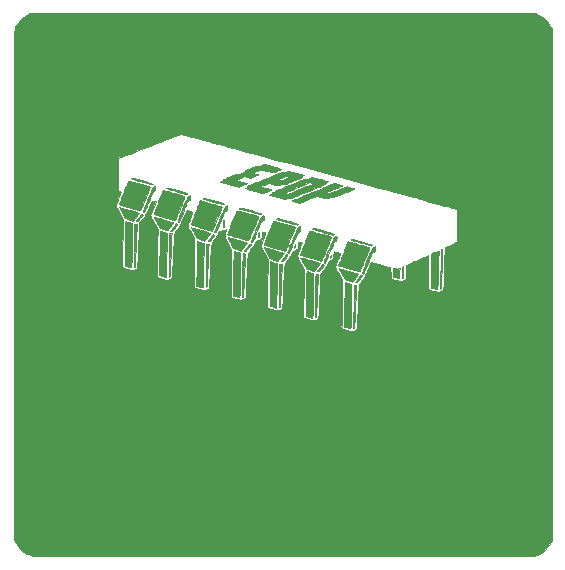
<source format=gbr>
G04 #@! TF.FileFunction,Copper,L2,Bot,Signal*
%FSLAX46Y46*%
G04 Gerber Fmt 4.6, Leading zero omitted, Abs format (unit mm)*
G04 Created by KiCad (PCBNEW 4.0.7-e0-6372~58~ubuntu16.04.1) date Sun Feb 25 16:32:52 2018*
%MOMM*%
%LPD*%
G01*
G04 APERTURE LIST*
%ADD10C,0.100000*%
%ADD11C,0.010000*%
G04 APERTURE END LIST*
D10*
D11*
G36*
X122937977Y-77191840D02*
X123175771Y-77323500D01*
X123382250Y-77467200D01*
X123563735Y-77629207D01*
X123726546Y-77815787D01*
X123877005Y-78033209D01*
X123997396Y-78242257D01*
X124096500Y-78427264D01*
X124096500Y-121621322D01*
X124000614Y-121818329D01*
X123862752Y-122068656D01*
X123707454Y-122286419D01*
X123528907Y-122479761D01*
X123527563Y-122481046D01*
X123406123Y-122592332D01*
X123296867Y-122680227D01*
X123185849Y-122754646D01*
X123059122Y-122825505D01*
X123002698Y-122854182D01*
X122974151Y-122869157D01*
X122949745Y-122883122D01*
X122928010Y-122896116D01*
X122907473Y-122908178D01*
X122886663Y-122919345D01*
X122864107Y-122929659D01*
X122838334Y-122939156D01*
X122807873Y-122947877D01*
X122771252Y-122955859D01*
X122726998Y-122963142D01*
X122673641Y-122969765D01*
X122609707Y-122975766D01*
X122533727Y-122981185D01*
X122444227Y-122986059D01*
X122339737Y-122990429D01*
X122218783Y-122994332D01*
X122079896Y-122997808D01*
X121921602Y-123000896D01*
X121742431Y-123003634D01*
X121540910Y-123006061D01*
X121315567Y-123008216D01*
X121064932Y-123010138D01*
X120787531Y-123011866D01*
X120481895Y-123013439D01*
X120146549Y-123014895D01*
X119780024Y-123016273D01*
X119380847Y-123017613D01*
X118947546Y-123018952D01*
X118478650Y-123020331D01*
X117972687Y-123021787D01*
X117428185Y-123023360D01*
X116843673Y-123025088D01*
X116487083Y-123026173D01*
X116104832Y-123027277D01*
X115689897Y-123028341D01*
X115243623Y-123029364D01*
X114767355Y-123030347D01*
X114262439Y-123031288D01*
X113730219Y-123032189D01*
X113172040Y-123033049D01*
X112589249Y-123033868D01*
X111983189Y-123034647D01*
X111355206Y-123035385D01*
X110706645Y-123036082D01*
X110038851Y-123036739D01*
X109353169Y-123037355D01*
X108650945Y-123037931D01*
X107933524Y-123038467D01*
X107202249Y-123038962D01*
X106458468Y-123039416D01*
X105703525Y-123039831D01*
X104938764Y-123040205D01*
X104165532Y-123040539D01*
X103385173Y-123040833D01*
X102599032Y-123041086D01*
X101808454Y-123041299D01*
X101014785Y-123041473D01*
X100219370Y-123041606D01*
X99423554Y-123041699D01*
X98628681Y-123041753D01*
X97836098Y-123041766D01*
X97047149Y-123041739D01*
X96263178Y-123041673D01*
X95485533Y-123041567D01*
X94715557Y-123041420D01*
X93954595Y-123041235D01*
X93203993Y-123041009D01*
X92465096Y-123040744D01*
X91739249Y-123040439D01*
X91027797Y-123040095D01*
X90332086Y-123039711D01*
X89653459Y-123039287D01*
X88993263Y-123038824D01*
X88352843Y-123038321D01*
X87733543Y-123037779D01*
X87136709Y-123037198D01*
X86563686Y-123036578D01*
X86015819Y-123035918D01*
X85494454Y-123035218D01*
X85000934Y-123034480D01*
X84536606Y-123033702D01*
X84102814Y-123032886D01*
X83700904Y-123032030D01*
X83332221Y-123031135D01*
X82998109Y-123030201D01*
X82699915Y-123029228D01*
X82438982Y-123028216D01*
X82216657Y-123027165D01*
X82034284Y-123026075D01*
X81921916Y-123025209D01*
X81660572Y-123022730D01*
X81408513Y-123019983D01*
X81169401Y-123017030D01*
X80946897Y-123013933D01*
X80744664Y-123010752D01*
X80566362Y-123007549D01*
X80415654Y-123004386D01*
X80296201Y-123001325D01*
X80211665Y-122998426D01*
X80165708Y-122995752D01*
X80165083Y-122995688D01*
X79938520Y-122952747D01*
X79703624Y-122870729D01*
X79593583Y-122820056D01*
X79381380Y-122698456D01*
X79190999Y-122553233D01*
X79018676Y-122380327D01*
X78860645Y-122175681D01*
X78713143Y-121935235D01*
X78635798Y-121787583D01*
X78530455Y-121575916D01*
X78515431Y-100144666D01*
X78510654Y-93329146D01*
X87181833Y-93329146D01*
X87190000Y-93375741D01*
X87215020Y-93449441D01*
X87257668Y-93551965D01*
X87318721Y-93685036D01*
X87398955Y-93850373D01*
X87499145Y-94049697D01*
X87563671Y-94175666D01*
X87765357Y-94567250D01*
X87740417Y-95604416D01*
X87734523Y-95856435D01*
X87728320Y-96134135D01*
X87722031Y-96426662D01*
X87715882Y-96723162D01*
X87710094Y-97012779D01*
X87704894Y-97284662D01*
X87700505Y-97527954D01*
X87699506Y-97586240D01*
X87683535Y-98530897D01*
X87735877Y-98565193D01*
X87803633Y-98600096D01*
X87902634Y-98639081D01*
X88022383Y-98679168D01*
X88152384Y-98717374D01*
X88282142Y-98750718D01*
X88401162Y-98776217D01*
X88498946Y-98790891D01*
X88538676Y-98793260D01*
X88611260Y-98786306D01*
X88703948Y-98767449D01*
X88800572Y-98741027D01*
X88884965Y-98711375D01*
X88934804Y-98687001D01*
X88949293Y-98659027D01*
X88962310Y-98593390D01*
X88974122Y-98488382D01*
X88982151Y-98385700D01*
X88986346Y-98317826D01*
X88992297Y-98211627D01*
X88999811Y-98071067D01*
X89008694Y-97900107D01*
X89018749Y-97702713D01*
X89029784Y-97482846D01*
X89041604Y-97244470D01*
X89054013Y-96991549D01*
X89066819Y-96728046D01*
X89079827Y-96457924D01*
X89092841Y-96185146D01*
X89105668Y-95913675D01*
X89118114Y-95647476D01*
X89129983Y-95390510D01*
X89141082Y-95146742D01*
X89141627Y-95134670D01*
X89156133Y-94813090D01*
X89325254Y-94605503D01*
X89433015Y-94470704D01*
X89523234Y-94350788D01*
X89600607Y-94237596D01*
X89669834Y-94122967D01*
X89735612Y-93998741D01*
X89802640Y-93856759D01*
X89875616Y-93688860D01*
X89934388Y-93547568D01*
X89984431Y-93426838D01*
X90034789Y-93307147D01*
X90080696Y-93199706D01*
X90117385Y-93115726D01*
X90128566Y-93090875D01*
X90162852Y-93017825D01*
X90188316Y-92975208D01*
X90213446Y-92954826D01*
X90246732Y-92948481D01*
X90276510Y-92948000D01*
X90352944Y-92953619D01*
X90435690Y-92967483D01*
X90450321Y-92970931D01*
X90541389Y-92993862D01*
X90367355Y-93431306D01*
X90312881Y-93569573D01*
X90260596Y-93704751D01*
X90213703Y-93828368D01*
X90175406Y-93931955D01*
X90148909Y-94007042D01*
X90144210Y-94021278D01*
X90095099Y-94173806D01*
X90151077Y-94303541D01*
X90177216Y-94359233D01*
X90220110Y-94444929D01*
X90276089Y-94553554D01*
X90341483Y-94678031D01*
X90412623Y-94811283D01*
X90455404Y-94890414D01*
X90703754Y-95347554D01*
X90677407Y-96481402D01*
X90667453Y-96917576D01*
X90658825Y-97312834D01*
X90651510Y-97668571D01*
X90645498Y-97986184D01*
X90640775Y-98267067D01*
X90637329Y-98512617D01*
X90635150Y-98724229D01*
X90634223Y-98903300D01*
X90634539Y-99051224D01*
X90636083Y-99169398D01*
X90638845Y-99259217D01*
X90642812Y-99322078D01*
X90647973Y-99359375D01*
X90652417Y-99371181D01*
X90682099Y-99389266D01*
X90744511Y-99416087D01*
X90831620Y-99448954D01*
X90935394Y-99485176D01*
X91047801Y-99522062D01*
X91160809Y-99556921D01*
X91266387Y-99587062D01*
X91356500Y-99609795D01*
X91379856Y-99614879D01*
X91453079Y-99627603D01*
X91514838Y-99630166D01*
X91577536Y-99620666D01*
X91653575Y-99597197D01*
X91755358Y-99557858D01*
X91757823Y-99556863D01*
X91831057Y-99526353D01*
X91874175Y-99502507D01*
X91896343Y-99476208D01*
X91906728Y-99438340D01*
X91911382Y-99404144D01*
X91919048Y-99326888D01*
X91927813Y-99209389D01*
X91937567Y-99053717D01*
X91948201Y-98861946D01*
X91959606Y-98636147D01*
X91971672Y-98378392D01*
X91984288Y-98090753D01*
X91996544Y-97795166D01*
X92010460Y-97453747D01*
X92023084Y-97151899D01*
X92034640Y-96886888D01*
X92045349Y-96655980D01*
X92055436Y-96456439D01*
X92065125Y-96285532D01*
X92074638Y-96140523D01*
X92084199Y-96018678D01*
X92094031Y-95917263D01*
X92104358Y-95833543D01*
X92115402Y-95764783D01*
X92127388Y-95708248D01*
X92140539Y-95661205D01*
X92155078Y-95620918D01*
X92171228Y-95584653D01*
X92178251Y-95570540D01*
X92207902Y-95520750D01*
X92256847Y-95447493D01*
X92318285Y-95360636D01*
X92385307Y-95270185D01*
X92485837Y-95128668D01*
X92581834Y-94973651D01*
X92676506Y-94799019D01*
X92773062Y-94598659D01*
X92874709Y-94366456D01*
X92930758Y-94230815D01*
X92996806Y-94073305D01*
X93052788Y-93952240D01*
X93101288Y-93863668D01*
X93144889Y-93803636D01*
X93186175Y-93768190D01*
X93227728Y-93753376D01*
X93243441Y-93752333D01*
X93285575Y-93759920D01*
X93353082Y-93779715D01*
X93433831Y-93807265D01*
X93515688Y-93838119D01*
X93586524Y-93867823D01*
X93634205Y-93891927D01*
X93644689Y-93899579D01*
X93641963Y-93923077D01*
X93625157Y-93980376D01*
X93596164Y-94066070D01*
X93556872Y-94174754D01*
X93509175Y-94301022D01*
X93461956Y-94421873D01*
X93406380Y-94562459D01*
X93355088Y-94693041D01*
X93310448Y-94807518D01*
X93274831Y-94899792D01*
X93250607Y-94963761D01*
X93240983Y-94990583D01*
X93235634Y-95017370D01*
X93237275Y-95049601D01*
X93247716Y-95091175D01*
X93268769Y-95145991D01*
X93302241Y-95217948D01*
X93349945Y-95310945D01*
X93413689Y-95428880D01*
X93495283Y-95575653D01*
X93593153Y-95749185D01*
X93806999Y-96126788D01*
X93806999Y-98208529D01*
X93807000Y-100290271D01*
X93981625Y-100342764D01*
X94089542Y-100375280D01*
X94207592Y-100410964D01*
X94311002Y-100442328D01*
X94315000Y-100443543D01*
X94497274Y-100484579D01*
X94661997Y-100492166D01*
X94805850Y-100466344D01*
X94877246Y-100436688D01*
X94941673Y-100399851D01*
X94992754Y-100364889D01*
X95012174Y-100347347D01*
X95023899Y-100323336D01*
X95035157Y-100278904D01*
X95046080Y-100212053D01*
X95056804Y-100120789D01*
X95067462Y-100003117D01*
X95078189Y-99857041D01*
X95089119Y-99680565D01*
X95100387Y-99471694D01*
X95112126Y-99228433D01*
X95124471Y-98948786D01*
X95137556Y-98630757D01*
X95151148Y-98282000D01*
X95163306Y-97967740D01*
X95174591Y-97692587D01*
X95185514Y-97453336D01*
X95196588Y-97246781D01*
X95208324Y-97069719D01*
X95221236Y-96918945D01*
X95235834Y-96791254D01*
X95252631Y-96683442D01*
X95272139Y-96592304D01*
X95294871Y-96514636D01*
X95321338Y-96447232D01*
X95352052Y-96386890D01*
X95387525Y-96330404D01*
X95428270Y-96274569D01*
X95474799Y-96216181D01*
X95482832Y-96206366D01*
X95648964Y-95987080D01*
X95788928Y-95763595D01*
X95851819Y-95646750D01*
X95938722Y-95477416D01*
X96074069Y-95465033D01*
X96168566Y-95449903D01*
X96266043Y-95424331D01*
X96318848Y-95404947D01*
X96398726Y-95372692D01*
X96448689Y-95362047D01*
X96471709Y-95376868D01*
X96470760Y-95421017D01*
X96448813Y-95498350D01*
X96430960Y-95550482D01*
X96398738Y-95650486D01*
X96377769Y-95740993D01*
X96369392Y-95827425D01*
X96374945Y-95915203D01*
X96395767Y-96009748D01*
X96433196Y-96116482D01*
X96488571Y-96240827D01*
X96563231Y-96388203D01*
X96658514Y-96564032D01*
X96699369Y-96637576D01*
X96924954Y-97041850D01*
X96898619Y-98524466D01*
X96894170Y-98789239D01*
X96890176Y-99055302D01*
X96886688Y-99317417D01*
X96883756Y-99570343D01*
X96881427Y-99808840D01*
X96879753Y-100027668D01*
X96878781Y-100221588D01*
X96878563Y-100385358D01*
X96879147Y-100513740D01*
X96879516Y-100546833D01*
X96886750Y-101086583D01*
X96982000Y-101132428D01*
X97034977Y-101154050D01*
X97119319Y-101183941D01*
X97225625Y-101218964D01*
X97344491Y-101255984D01*
X97418017Y-101277875D01*
X97758785Y-101377475D01*
X97936477Y-101284946D01*
X98035176Y-101228834D01*
X98105007Y-101179031D01*
X98140439Y-101139500D01*
X98153388Y-101092595D01*
X98162869Y-101018676D01*
X98166980Y-100933034D01*
X98167021Y-100925692D01*
X98168061Y-100873568D01*
X98170931Y-100783799D01*
X98175443Y-100661027D01*
X98181406Y-100509893D01*
X98188633Y-100335037D01*
X98196932Y-100141100D01*
X98206116Y-99932724D01*
X98215994Y-99714548D01*
X98219683Y-99634525D01*
X98230617Y-99397909D01*
X98241732Y-99156387D01*
X98252721Y-98916661D01*
X98263280Y-98685435D01*
X98273103Y-98469411D01*
X98281885Y-98275291D01*
X98289320Y-98109779D01*
X98295103Y-97979576D01*
X98295301Y-97975083D01*
X98303360Y-97802637D01*
X98310958Y-97667085D01*
X98318640Y-97563002D01*
X98326952Y-97484960D01*
X98336441Y-97427533D01*
X98347653Y-97385295D01*
X98357096Y-97361250D01*
X98382957Y-97315351D01*
X98429234Y-97243837D01*
X98490525Y-97154643D01*
X98561434Y-97055707D01*
X98605486Y-96996122D01*
X98685068Y-96886713D01*
X98763147Y-96773958D01*
X98832592Y-96668523D01*
X98886271Y-96581078D01*
X98903120Y-96550932D01*
X98960168Y-96449407D01*
X99011158Y-96377025D01*
X99066657Y-96323998D01*
X99137230Y-96280534D01*
X99233442Y-96236846D01*
X99249113Y-96230338D01*
X99351582Y-96185479D01*
X99422819Y-96143950D01*
X99469106Y-96096549D01*
X99496723Y-96034073D01*
X99511953Y-95947320D01*
X99520767Y-95832362D01*
X99527731Y-95736424D01*
X99536060Y-95655111D01*
X99544585Y-95598424D01*
X99550523Y-95577887D01*
X99583635Y-95559033D01*
X99642217Y-95552265D01*
X99711048Y-95557994D01*
X99764038Y-95572142D01*
X99786491Y-95581614D01*
X99803408Y-95593519D01*
X99813834Y-95611495D01*
X99816815Y-95639180D01*
X99811396Y-95680213D01*
X99796621Y-95738232D01*
X99771537Y-95816874D01*
X99735188Y-95919779D01*
X99686619Y-96050584D01*
X99624875Y-96212928D01*
X99549002Y-96410448D01*
X99533361Y-96451083D01*
X99487142Y-96577103D01*
X99458581Y-96670126D01*
X99446363Y-96734999D01*
X99447220Y-96768583D01*
X99464105Y-96822671D01*
X99499806Y-96908644D01*
X99551989Y-97021716D01*
X99618320Y-97157102D01*
X99696466Y-97310014D01*
X99784092Y-97475668D01*
X99860050Y-97615234D01*
X100035002Y-97932718D01*
X100011302Y-98969900D01*
X100002058Y-99387309D01*
X99994017Y-99777311D01*
X99987194Y-100138496D01*
X99981604Y-100469453D01*
X99977261Y-100768774D01*
X99974181Y-101035048D01*
X99972379Y-101266866D01*
X99971868Y-101462818D01*
X99972666Y-101621493D01*
X99974786Y-101741483D01*
X99978242Y-101821378D01*
X99980825Y-101848498D01*
X99998407Y-101975413D01*
X100125328Y-102026174D01*
X100217934Y-102060141D01*
X100329277Y-102096282D01*
X100449780Y-102132007D01*
X100569865Y-102164721D01*
X100679956Y-102191832D01*
X100770477Y-102210746D01*
X100831850Y-102218871D01*
X100837478Y-102219000D01*
X100915366Y-102209238D01*
X101004573Y-102183816D01*
X101089917Y-102148522D01*
X101156215Y-102109148D01*
X101178015Y-102089111D01*
X101195376Y-102065144D01*
X101210927Y-102034760D01*
X101224907Y-101995188D01*
X101237553Y-101943657D01*
X101249104Y-101877397D01*
X101259799Y-101793637D01*
X101269875Y-101689605D01*
X101279571Y-101562532D01*
X101289125Y-101409645D01*
X101298776Y-101228175D01*
X101308762Y-101015350D01*
X101319321Y-100768399D01*
X101330691Y-100484552D01*
X101342530Y-100176416D01*
X101354991Y-99853309D01*
X101366495Y-99569555D01*
X101377279Y-99322190D01*
X101387581Y-99108249D01*
X101397640Y-98924770D01*
X101407692Y-98768787D01*
X101417978Y-98637338D01*
X101428733Y-98527459D01*
X101440198Y-98436185D01*
X101452609Y-98360554D01*
X101466204Y-98297600D01*
X101481223Y-98244361D01*
X101497903Y-98197871D01*
X101502350Y-98186981D01*
X101527585Y-98140402D01*
X101571899Y-98071538D01*
X101628072Y-97991276D01*
X101665911Y-97940273D01*
X101793387Y-97768253D01*
X101895628Y-97620426D01*
X101976793Y-97490522D01*
X102035936Y-97382416D01*
X102089819Y-97288293D01*
X102149157Y-97214877D01*
X102224423Y-97152275D01*
X102326095Y-97090594D01*
X102369066Y-97067802D01*
X102444153Y-97024910D01*
X102506521Y-96982026D01*
X102544293Y-96947450D01*
X102547233Y-96943288D01*
X102562768Y-96897998D01*
X102576608Y-96818600D01*
X102587459Y-96713314D01*
X102590544Y-96667971D01*
X102598122Y-96572544D01*
X102608106Y-96492167D01*
X102619056Y-96436686D01*
X102627220Y-96417146D01*
X102660366Y-96408334D01*
X102715752Y-96414090D01*
X102779664Y-96430339D01*
X102838389Y-96453004D01*
X102878212Y-96478009D01*
X102887500Y-96494513D01*
X102880357Y-96525431D01*
X102860836Y-96587303D01*
X102831791Y-96671584D01*
X102796080Y-96769731D01*
X102790384Y-96784963D01*
X102741614Y-96915032D01*
X102686606Y-97061907D01*
X102633127Y-97204848D01*
X102599884Y-97293801D01*
X102563876Y-97394807D01*
X102534313Y-97486474D01*
X102514192Y-97558886D01*
X102506507Y-97602128D01*
X102506500Y-97602877D01*
X102517525Y-97653075D01*
X102550218Y-97738097D01*
X102604005Y-97856746D01*
X102678313Y-98007829D01*
X102772568Y-98190147D01*
X102886198Y-98402506D01*
X102917962Y-98460876D01*
X103102261Y-98798503D01*
X103069261Y-100164793D01*
X103059398Y-100587459D01*
X103051044Y-100975870D01*
X103044205Y-101329254D01*
X103038888Y-101646839D01*
X103035099Y-101927853D01*
X103032844Y-102171526D01*
X103032130Y-102377084D01*
X103032962Y-102543758D01*
X103035348Y-102670773D01*
X103039294Y-102757360D01*
X103044805Y-102802746D01*
X103047656Y-102809400D01*
X103087248Y-102832751D01*
X103159498Y-102863396D01*
X103255915Y-102898697D01*
X103368005Y-102936014D01*
X103487276Y-102972706D01*
X103605236Y-103006135D01*
X103713392Y-103033661D01*
X103803252Y-103052643D01*
X103852640Y-103059609D01*
X103932812Y-103063233D01*
X103997998Y-103054993D01*
X104068787Y-103031120D01*
X104113171Y-103011941D01*
X104208327Y-102960633D01*
X104265396Y-102909791D01*
X104274076Y-102896024D01*
X104286574Y-102860661D01*
X104298445Y-102802718D01*
X104309888Y-102719697D01*
X104321105Y-102609102D01*
X104332295Y-102468434D01*
X104343661Y-102295197D01*
X104355403Y-102086893D01*
X104367721Y-101841025D01*
X104379535Y-101584000D01*
X104390777Y-101328929D01*
X104401938Y-101071611D01*
X104412861Y-100815928D01*
X104423390Y-100565764D01*
X104433370Y-100325000D01*
X104442643Y-100097520D01*
X104451054Y-99887206D01*
X104458447Y-99697940D01*
X104464665Y-99533605D01*
X104469553Y-99398085D01*
X104472955Y-99295261D01*
X104474713Y-99229016D01*
X104474928Y-99211586D01*
X104477084Y-99168025D01*
X104486390Y-99128577D01*
X104507206Y-99085035D01*
X104543893Y-99029191D01*
X104600814Y-98952838D01*
X104638020Y-98904669D01*
X104753797Y-98751878D01*
X104861707Y-98602368D01*
X104957501Y-98462454D01*
X105036931Y-98338452D01*
X105095749Y-98236677D01*
X105119158Y-98189402D01*
X105164189Y-98103825D01*
X105217187Y-98039581D01*
X105288517Y-97987542D01*
X105388540Y-97938578D01*
X105417731Y-97926366D01*
X105565083Y-97866033D01*
X105581634Y-97551229D01*
X105587884Y-97440577D01*
X105594050Y-97345960D01*
X105599573Y-97274940D01*
X105603898Y-97235076D01*
X105605363Y-97229247D01*
X105626325Y-97232514D01*
X105678851Y-97244931D01*
X105753797Y-97264026D01*
X105842021Y-97287324D01*
X105934380Y-97312352D01*
X106021730Y-97336638D01*
X106094930Y-97357706D01*
X106144836Y-97373085D01*
X106162162Y-97379882D01*
X106155882Y-97399856D01*
X106135878Y-97453620D01*
X106104268Y-97535706D01*
X106063171Y-97640648D01*
X106014707Y-97762977D01*
X105980361Y-97848967D01*
X105925241Y-97987344D01*
X105873377Y-98119035D01*
X105827569Y-98236813D01*
X105790619Y-98333450D01*
X105765326Y-98401720D01*
X105757872Y-98423120D01*
X105721596Y-98532491D01*
X105807557Y-98703459D01*
X105844546Y-98775200D01*
X105897371Y-98875175D01*
X105961326Y-98994603D01*
X106031706Y-99124704D01*
X106103803Y-99256697D01*
X106115005Y-99277079D01*
X106336491Y-99679730D01*
X106305686Y-101399156D01*
X106300758Y-101674144D01*
X106295933Y-101943396D01*
X106291279Y-102202961D01*
X106286870Y-102448887D01*
X106282774Y-102677222D01*
X106279064Y-102884014D01*
X106275810Y-103065312D01*
X106273082Y-103217163D01*
X106270953Y-103335615D01*
X106269492Y-103416717D01*
X106269232Y-103431157D01*
X106263583Y-103743731D01*
X106443500Y-103798926D01*
X106633519Y-103857090D01*
X106787774Y-103903614D01*
X106910956Y-103939328D01*
X107007755Y-103965061D01*
X107082863Y-103981645D01*
X107140969Y-103989909D01*
X107186766Y-103990684D01*
X107224942Y-103984798D01*
X107260191Y-103973083D01*
X107297201Y-103956368D01*
X107306877Y-103951700D01*
X107381337Y-103907606D01*
X107456852Y-103850844D01*
X107480109Y-103829992D01*
X107516362Y-103793865D01*
X107540105Y-103762199D01*
X107554751Y-103724463D01*
X107563712Y-103670130D01*
X107570402Y-103588670D01*
X107573479Y-103541916D01*
X107579228Y-103448686D01*
X107585537Y-103337360D01*
X107592522Y-103205451D01*
X107600299Y-103050472D01*
X107608984Y-102869937D01*
X107618694Y-102661360D01*
X107629545Y-102422254D01*
X107641653Y-102150133D01*
X107655134Y-101842509D01*
X107670105Y-101496897D01*
X107682105Y-101217675D01*
X107735453Y-99972934D01*
X107897151Y-99778342D01*
X107992128Y-99661663D01*
X108074619Y-99553912D01*
X108148039Y-99448972D01*
X108215805Y-99340724D01*
X108281334Y-99223050D01*
X108348042Y-99089833D01*
X108419347Y-98934955D01*
X108498665Y-98752298D01*
X108584540Y-98547495D01*
X108635582Y-98425559D01*
X108681978Y-98316855D01*
X108721038Y-98227511D01*
X108750074Y-98163658D01*
X108766397Y-98131426D01*
X108768088Y-98129111D01*
X108792805Y-98130347D01*
X108856334Y-98143192D01*
X108956915Y-98167179D01*
X109092784Y-98201841D01*
X109262181Y-98246713D01*
X109463342Y-98301329D01*
X109694507Y-98365223D01*
X109953913Y-98437928D01*
X110211166Y-98510824D01*
X110291830Y-98537175D01*
X110341471Y-98563664D01*
X110370939Y-98596669D01*
X110377328Y-98608510D01*
X110390045Y-98656112D01*
X110401323Y-98744196D01*
X110411212Y-98873320D01*
X110419764Y-99044044D01*
X110421928Y-99099434D01*
X110427145Y-99230085D01*
X110432474Y-99345612D01*
X110437560Y-99439606D01*
X110442051Y-99505661D01*
X110445590Y-99537370D01*
X110446266Y-99539164D01*
X110468629Y-99546396D01*
X110525024Y-99561632D01*
X110608312Y-99583026D01*
X110711356Y-99608732D01*
X110782666Y-99626179D01*
X110956446Y-99666088D01*
X111097147Y-99692346D01*
X111211708Y-99705108D01*
X111307068Y-99704532D01*
X111390166Y-99690776D01*
X111467940Y-99663997D01*
X111512980Y-99642746D01*
X111586645Y-99602898D01*
X111651241Y-99564131D01*
X111688007Y-99538459D01*
X111735970Y-99499083D01*
X111715106Y-98959687D01*
X111710018Y-98812639D01*
X111706561Y-98679661D01*
X111704795Y-98566570D01*
X111704777Y-98479186D01*
X111706566Y-98423328D01*
X111709550Y-98404982D01*
X111733335Y-98391392D01*
X111790576Y-98363069D01*
X111876718Y-98322067D01*
X111987205Y-98270444D01*
X112117480Y-98210253D01*
X112262988Y-98143552D01*
X112419173Y-98072395D01*
X112581480Y-97998838D01*
X112745351Y-97924938D01*
X112906232Y-97852749D01*
X113059566Y-97784327D01*
X113200798Y-97721728D01*
X113325371Y-97667008D01*
X113428730Y-97622222D01*
X113506319Y-97589426D01*
X113553581Y-97570675D01*
X113566469Y-97567129D01*
X113567687Y-97588729D01*
X113569544Y-97649080D01*
X113571962Y-97744606D01*
X113574867Y-97871732D01*
X113578181Y-98026882D01*
X113581831Y-98206480D01*
X113585738Y-98406950D01*
X113589829Y-98624717D01*
X113594026Y-98856203D01*
X113595104Y-98917000D01*
X113599524Y-99154875D01*
X113604178Y-99382620D01*
X113608959Y-99596296D01*
X113613759Y-99791968D01*
X113618470Y-99965697D01*
X113622985Y-100113548D01*
X113627195Y-100231583D01*
X113630993Y-100315865D01*
X113634271Y-100362457D01*
X113634793Y-100366504D01*
X113650750Y-100471926D01*
X114021166Y-100561690D01*
X114146270Y-100591007D01*
X114262420Y-100616384D01*
X114361223Y-100636125D01*
X114434280Y-100648538D01*
X114469108Y-100652060D01*
X114538736Y-100640672D01*
X114628062Y-100608728D01*
X114680775Y-100583875D01*
X114759129Y-100539740D01*
X114810399Y-100498193D01*
X114847366Y-100447580D01*
X114863424Y-100417370D01*
X114885202Y-100359968D01*
X114903518Y-100280823D01*
X114918576Y-100177039D01*
X114930580Y-100045717D01*
X114939735Y-99883962D01*
X114946246Y-99688877D01*
X114950318Y-99457564D01*
X114952154Y-99187127D01*
X114952217Y-99160416D01*
X114953618Y-98943589D01*
X114956835Y-98703254D01*
X114961636Y-98447961D01*
X114967788Y-98186258D01*
X114975056Y-97926693D01*
X114983207Y-97677816D01*
X114992007Y-97448173D01*
X115001223Y-97246314D01*
X115007816Y-97125799D01*
X115021951Y-96889376D01*
X115362933Y-96735922D01*
X115552760Y-96649245D01*
X115705935Y-96576372D01*
X115825257Y-96515748D01*
X115913522Y-96465819D01*
X115973529Y-96425030D01*
X116008076Y-96391827D01*
X116018804Y-96371568D01*
X116026218Y-96324203D01*
X116033253Y-96241183D01*
X116039860Y-96126928D01*
X116045989Y-95985856D01*
X116051590Y-95822388D01*
X116056614Y-95640942D01*
X116061010Y-95445938D01*
X116064730Y-95241795D01*
X116067722Y-95032933D01*
X116069939Y-94823770D01*
X116071328Y-94618725D01*
X116071842Y-94422219D01*
X116071430Y-94238670D01*
X116070042Y-94072498D01*
X116067629Y-93928122D01*
X116064140Y-93809961D01*
X116059527Y-93722435D01*
X116053739Y-93669962D01*
X116049374Y-93656795D01*
X116023697Y-93644702D01*
X115967569Y-93624798D01*
X115891315Y-93600647D01*
X115858874Y-93591000D01*
X115763901Y-93563687D01*
X115629616Y-93525726D01*
X115457566Y-93477537D01*
X115249300Y-93419543D01*
X115006366Y-93352165D01*
X114730311Y-93275824D01*
X114422684Y-93190943D01*
X114085031Y-93097943D01*
X113718902Y-92997245D01*
X113325845Y-92889272D01*
X112907406Y-92774444D01*
X112465134Y-92653184D01*
X112000578Y-92525913D01*
X111515284Y-92393052D01*
X111010802Y-92255024D01*
X110488678Y-92112249D01*
X109950461Y-91965150D01*
X109397699Y-91814148D01*
X108831939Y-91659664D01*
X108254730Y-91502121D01*
X107667619Y-91341940D01*
X107072155Y-91179543D01*
X106469885Y-91015350D01*
X105862358Y-90849784D01*
X105251121Y-90683267D01*
X104637722Y-90516220D01*
X104023709Y-90349064D01*
X103410630Y-90182222D01*
X102800033Y-90016114D01*
X102193466Y-89851163D01*
X101592478Y-89687790D01*
X100998614Y-89526416D01*
X100413425Y-89367464D01*
X99838458Y-89211355D01*
X99275260Y-89058510D01*
X98725379Y-88909352D01*
X98190364Y-88764301D01*
X97671763Y-88623779D01*
X97171123Y-88488209D01*
X96689992Y-88358011D01*
X96229918Y-88233607D01*
X95792450Y-88115419D01*
X95379135Y-88003869D01*
X94991521Y-87899378D01*
X94631156Y-87802367D01*
X94299588Y-87713259D01*
X93998364Y-87632474D01*
X93729034Y-87560435D01*
X93493144Y-87497564D01*
X93292243Y-87444280D01*
X93267250Y-87437677D01*
X93096725Y-87392705D01*
X92961249Y-87357714D01*
X92854898Y-87332040D01*
X92771745Y-87315023D01*
X92705867Y-87305999D01*
X92651339Y-87304308D01*
X92602235Y-87309287D01*
X92552630Y-87320275D01*
X92496600Y-87336608D01*
X92460982Y-87347605D01*
X92362720Y-87379343D01*
X92240916Y-87421256D01*
X92093926Y-87473970D01*
X91920105Y-87538113D01*
X91717807Y-87614312D01*
X91485387Y-87703193D01*
X91221202Y-87805383D01*
X90923605Y-87921510D01*
X90590952Y-88052199D01*
X90221599Y-88198078D01*
X90028750Y-88274489D01*
X89779500Y-88373335D01*
X89523621Y-88474806D01*
X89266848Y-88576626D01*
X89014918Y-88676522D01*
X88773565Y-88772220D01*
X88548526Y-88861445D01*
X88345536Y-88941923D01*
X88170330Y-89011380D01*
X88028644Y-89067542D01*
X88026601Y-89068352D01*
X87357952Y-89333368D01*
X87343976Y-90128148D01*
X87340560Y-90339986D01*
X87337451Y-90566640D01*
X87334755Y-90797769D01*
X87332575Y-91023029D01*
X87331018Y-91232079D01*
X87330188Y-91414575D01*
X87330079Y-91496255D01*
X87330158Y-92069583D01*
X87423118Y-92107807D01*
X87482053Y-92132685D01*
X87523923Y-92155804D01*
X87549009Y-92183231D01*
X87557593Y-92221035D01*
X87549954Y-92275282D01*
X87526375Y-92352039D01*
X87487136Y-92457376D01*
X87444381Y-92567007D01*
X87367250Y-92765662D01*
X87305304Y-92928723D01*
X87257359Y-93059633D01*
X87222227Y-93161837D01*
X87198721Y-93238778D01*
X87185656Y-93293903D01*
X87181833Y-93329146D01*
X78510654Y-93329146D01*
X78500408Y-78713416D01*
X78593493Y-78446918D01*
X78666610Y-78253043D01*
X78741557Y-78089059D01*
X78824803Y-77942778D01*
X78922817Y-77802015D01*
X78963839Y-77749243D01*
X79140617Y-77559927D01*
X79354629Y-77388435D01*
X79604109Y-77236132D01*
X79677343Y-77198465D01*
X79930437Y-77073000D01*
X122700205Y-77073000D01*
X122937977Y-77191840D01*
X122937977Y-77191840D01*
G37*
X122937977Y-77191840D02*
X123175771Y-77323500D01*
X123382250Y-77467200D01*
X123563735Y-77629207D01*
X123726546Y-77815787D01*
X123877005Y-78033209D01*
X123997396Y-78242257D01*
X124096500Y-78427264D01*
X124096500Y-121621322D01*
X124000614Y-121818329D01*
X123862752Y-122068656D01*
X123707454Y-122286419D01*
X123528907Y-122479761D01*
X123527563Y-122481046D01*
X123406123Y-122592332D01*
X123296867Y-122680227D01*
X123185849Y-122754646D01*
X123059122Y-122825505D01*
X123002698Y-122854182D01*
X122974151Y-122869157D01*
X122949745Y-122883122D01*
X122928010Y-122896116D01*
X122907473Y-122908178D01*
X122886663Y-122919345D01*
X122864107Y-122929659D01*
X122838334Y-122939156D01*
X122807873Y-122947877D01*
X122771252Y-122955859D01*
X122726998Y-122963142D01*
X122673641Y-122969765D01*
X122609707Y-122975766D01*
X122533727Y-122981185D01*
X122444227Y-122986059D01*
X122339737Y-122990429D01*
X122218783Y-122994332D01*
X122079896Y-122997808D01*
X121921602Y-123000896D01*
X121742431Y-123003634D01*
X121540910Y-123006061D01*
X121315567Y-123008216D01*
X121064932Y-123010138D01*
X120787531Y-123011866D01*
X120481895Y-123013439D01*
X120146549Y-123014895D01*
X119780024Y-123016273D01*
X119380847Y-123017613D01*
X118947546Y-123018952D01*
X118478650Y-123020331D01*
X117972687Y-123021787D01*
X117428185Y-123023360D01*
X116843673Y-123025088D01*
X116487083Y-123026173D01*
X116104832Y-123027277D01*
X115689897Y-123028341D01*
X115243623Y-123029364D01*
X114767355Y-123030347D01*
X114262439Y-123031288D01*
X113730219Y-123032189D01*
X113172040Y-123033049D01*
X112589249Y-123033868D01*
X111983189Y-123034647D01*
X111355206Y-123035385D01*
X110706645Y-123036082D01*
X110038851Y-123036739D01*
X109353169Y-123037355D01*
X108650945Y-123037931D01*
X107933524Y-123038467D01*
X107202249Y-123038962D01*
X106458468Y-123039416D01*
X105703525Y-123039831D01*
X104938764Y-123040205D01*
X104165532Y-123040539D01*
X103385173Y-123040833D01*
X102599032Y-123041086D01*
X101808454Y-123041299D01*
X101014785Y-123041473D01*
X100219370Y-123041606D01*
X99423554Y-123041699D01*
X98628681Y-123041753D01*
X97836098Y-123041766D01*
X97047149Y-123041739D01*
X96263178Y-123041673D01*
X95485533Y-123041567D01*
X94715557Y-123041420D01*
X93954595Y-123041235D01*
X93203993Y-123041009D01*
X92465096Y-123040744D01*
X91739249Y-123040439D01*
X91027797Y-123040095D01*
X90332086Y-123039711D01*
X89653459Y-123039287D01*
X88993263Y-123038824D01*
X88352843Y-123038321D01*
X87733543Y-123037779D01*
X87136709Y-123037198D01*
X86563686Y-123036578D01*
X86015819Y-123035918D01*
X85494454Y-123035218D01*
X85000934Y-123034480D01*
X84536606Y-123033702D01*
X84102814Y-123032886D01*
X83700904Y-123032030D01*
X83332221Y-123031135D01*
X82998109Y-123030201D01*
X82699915Y-123029228D01*
X82438982Y-123028216D01*
X82216657Y-123027165D01*
X82034284Y-123026075D01*
X81921916Y-123025209D01*
X81660572Y-123022730D01*
X81408513Y-123019983D01*
X81169401Y-123017030D01*
X80946897Y-123013933D01*
X80744664Y-123010752D01*
X80566362Y-123007549D01*
X80415654Y-123004386D01*
X80296201Y-123001325D01*
X80211665Y-122998426D01*
X80165708Y-122995752D01*
X80165083Y-122995688D01*
X79938520Y-122952747D01*
X79703624Y-122870729D01*
X79593583Y-122820056D01*
X79381380Y-122698456D01*
X79190999Y-122553233D01*
X79018676Y-122380327D01*
X78860645Y-122175681D01*
X78713143Y-121935235D01*
X78635798Y-121787583D01*
X78530455Y-121575916D01*
X78515431Y-100144666D01*
X78510654Y-93329146D01*
X87181833Y-93329146D01*
X87190000Y-93375741D01*
X87215020Y-93449441D01*
X87257668Y-93551965D01*
X87318721Y-93685036D01*
X87398955Y-93850373D01*
X87499145Y-94049697D01*
X87563671Y-94175666D01*
X87765357Y-94567250D01*
X87740417Y-95604416D01*
X87734523Y-95856435D01*
X87728320Y-96134135D01*
X87722031Y-96426662D01*
X87715882Y-96723162D01*
X87710094Y-97012779D01*
X87704894Y-97284662D01*
X87700505Y-97527954D01*
X87699506Y-97586240D01*
X87683535Y-98530897D01*
X87735877Y-98565193D01*
X87803633Y-98600096D01*
X87902634Y-98639081D01*
X88022383Y-98679168D01*
X88152384Y-98717374D01*
X88282142Y-98750718D01*
X88401162Y-98776217D01*
X88498946Y-98790891D01*
X88538676Y-98793260D01*
X88611260Y-98786306D01*
X88703948Y-98767449D01*
X88800572Y-98741027D01*
X88884965Y-98711375D01*
X88934804Y-98687001D01*
X88949293Y-98659027D01*
X88962310Y-98593390D01*
X88974122Y-98488382D01*
X88982151Y-98385700D01*
X88986346Y-98317826D01*
X88992297Y-98211627D01*
X88999811Y-98071067D01*
X89008694Y-97900107D01*
X89018749Y-97702713D01*
X89029784Y-97482846D01*
X89041604Y-97244470D01*
X89054013Y-96991549D01*
X89066819Y-96728046D01*
X89079827Y-96457924D01*
X89092841Y-96185146D01*
X89105668Y-95913675D01*
X89118114Y-95647476D01*
X89129983Y-95390510D01*
X89141082Y-95146742D01*
X89141627Y-95134670D01*
X89156133Y-94813090D01*
X89325254Y-94605503D01*
X89433015Y-94470704D01*
X89523234Y-94350788D01*
X89600607Y-94237596D01*
X89669834Y-94122967D01*
X89735612Y-93998741D01*
X89802640Y-93856759D01*
X89875616Y-93688860D01*
X89934388Y-93547568D01*
X89984431Y-93426838D01*
X90034789Y-93307147D01*
X90080696Y-93199706D01*
X90117385Y-93115726D01*
X90128566Y-93090875D01*
X90162852Y-93017825D01*
X90188316Y-92975208D01*
X90213446Y-92954826D01*
X90246732Y-92948481D01*
X90276510Y-92948000D01*
X90352944Y-92953619D01*
X90435690Y-92967483D01*
X90450321Y-92970931D01*
X90541389Y-92993862D01*
X90367355Y-93431306D01*
X90312881Y-93569573D01*
X90260596Y-93704751D01*
X90213703Y-93828368D01*
X90175406Y-93931955D01*
X90148909Y-94007042D01*
X90144210Y-94021278D01*
X90095099Y-94173806D01*
X90151077Y-94303541D01*
X90177216Y-94359233D01*
X90220110Y-94444929D01*
X90276089Y-94553554D01*
X90341483Y-94678031D01*
X90412623Y-94811283D01*
X90455404Y-94890414D01*
X90703754Y-95347554D01*
X90677407Y-96481402D01*
X90667453Y-96917576D01*
X90658825Y-97312834D01*
X90651510Y-97668571D01*
X90645498Y-97986184D01*
X90640775Y-98267067D01*
X90637329Y-98512617D01*
X90635150Y-98724229D01*
X90634223Y-98903300D01*
X90634539Y-99051224D01*
X90636083Y-99169398D01*
X90638845Y-99259217D01*
X90642812Y-99322078D01*
X90647973Y-99359375D01*
X90652417Y-99371181D01*
X90682099Y-99389266D01*
X90744511Y-99416087D01*
X90831620Y-99448954D01*
X90935394Y-99485176D01*
X91047801Y-99522062D01*
X91160809Y-99556921D01*
X91266387Y-99587062D01*
X91356500Y-99609795D01*
X91379856Y-99614879D01*
X91453079Y-99627603D01*
X91514838Y-99630166D01*
X91577536Y-99620666D01*
X91653575Y-99597197D01*
X91755358Y-99557858D01*
X91757823Y-99556863D01*
X91831057Y-99526353D01*
X91874175Y-99502507D01*
X91896343Y-99476208D01*
X91906728Y-99438340D01*
X91911382Y-99404144D01*
X91919048Y-99326888D01*
X91927813Y-99209389D01*
X91937567Y-99053717D01*
X91948201Y-98861946D01*
X91959606Y-98636147D01*
X91971672Y-98378392D01*
X91984288Y-98090753D01*
X91996544Y-97795166D01*
X92010460Y-97453747D01*
X92023084Y-97151899D01*
X92034640Y-96886888D01*
X92045349Y-96655980D01*
X92055436Y-96456439D01*
X92065125Y-96285532D01*
X92074638Y-96140523D01*
X92084199Y-96018678D01*
X92094031Y-95917263D01*
X92104358Y-95833543D01*
X92115402Y-95764783D01*
X92127388Y-95708248D01*
X92140539Y-95661205D01*
X92155078Y-95620918D01*
X92171228Y-95584653D01*
X92178251Y-95570540D01*
X92207902Y-95520750D01*
X92256847Y-95447493D01*
X92318285Y-95360636D01*
X92385307Y-95270185D01*
X92485837Y-95128668D01*
X92581834Y-94973651D01*
X92676506Y-94799019D01*
X92773062Y-94598659D01*
X92874709Y-94366456D01*
X92930758Y-94230815D01*
X92996806Y-94073305D01*
X93052788Y-93952240D01*
X93101288Y-93863668D01*
X93144889Y-93803636D01*
X93186175Y-93768190D01*
X93227728Y-93753376D01*
X93243441Y-93752333D01*
X93285575Y-93759920D01*
X93353082Y-93779715D01*
X93433831Y-93807265D01*
X93515688Y-93838119D01*
X93586524Y-93867823D01*
X93634205Y-93891927D01*
X93644689Y-93899579D01*
X93641963Y-93923077D01*
X93625157Y-93980376D01*
X93596164Y-94066070D01*
X93556872Y-94174754D01*
X93509175Y-94301022D01*
X93461956Y-94421873D01*
X93406380Y-94562459D01*
X93355088Y-94693041D01*
X93310448Y-94807518D01*
X93274831Y-94899792D01*
X93250607Y-94963761D01*
X93240983Y-94990583D01*
X93235634Y-95017370D01*
X93237275Y-95049601D01*
X93247716Y-95091175D01*
X93268769Y-95145991D01*
X93302241Y-95217948D01*
X93349945Y-95310945D01*
X93413689Y-95428880D01*
X93495283Y-95575653D01*
X93593153Y-95749185D01*
X93806999Y-96126788D01*
X93806999Y-98208529D01*
X93807000Y-100290271D01*
X93981625Y-100342764D01*
X94089542Y-100375280D01*
X94207592Y-100410964D01*
X94311002Y-100442328D01*
X94315000Y-100443543D01*
X94497274Y-100484579D01*
X94661997Y-100492166D01*
X94805850Y-100466344D01*
X94877246Y-100436688D01*
X94941673Y-100399851D01*
X94992754Y-100364889D01*
X95012174Y-100347347D01*
X95023899Y-100323336D01*
X95035157Y-100278904D01*
X95046080Y-100212053D01*
X95056804Y-100120789D01*
X95067462Y-100003117D01*
X95078189Y-99857041D01*
X95089119Y-99680565D01*
X95100387Y-99471694D01*
X95112126Y-99228433D01*
X95124471Y-98948786D01*
X95137556Y-98630757D01*
X95151148Y-98282000D01*
X95163306Y-97967740D01*
X95174591Y-97692587D01*
X95185514Y-97453336D01*
X95196588Y-97246781D01*
X95208324Y-97069719D01*
X95221236Y-96918945D01*
X95235834Y-96791254D01*
X95252631Y-96683442D01*
X95272139Y-96592304D01*
X95294871Y-96514636D01*
X95321338Y-96447232D01*
X95352052Y-96386890D01*
X95387525Y-96330404D01*
X95428270Y-96274569D01*
X95474799Y-96216181D01*
X95482832Y-96206366D01*
X95648964Y-95987080D01*
X95788928Y-95763595D01*
X95851819Y-95646750D01*
X95938722Y-95477416D01*
X96074069Y-95465033D01*
X96168566Y-95449903D01*
X96266043Y-95424331D01*
X96318848Y-95404947D01*
X96398726Y-95372692D01*
X96448689Y-95362047D01*
X96471709Y-95376868D01*
X96470760Y-95421017D01*
X96448813Y-95498350D01*
X96430960Y-95550482D01*
X96398738Y-95650486D01*
X96377769Y-95740993D01*
X96369392Y-95827425D01*
X96374945Y-95915203D01*
X96395767Y-96009748D01*
X96433196Y-96116482D01*
X96488571Y-96240827D01*
X96563231Y-96388203D01*
X96658514Y-96564032D01*
X96699369Y-96637576D01*
X96924954Y-97041850D01*
X96898619Y-98524466D01*
X96894170Y-98789239D01*
X96890176Y-99055302D01*
X96886688Y-99317417D01*
X96883756Y-99570343D01*
X96881427Y-99808840D01*
X96879753Y-100027668D01*
X96878781Y-100221588D01*
X96878563Y-100385358D01*
X96879147Y-100513740D01*
X96879516Y-100546833D01*
X96886750Y-101086583D01*
X96982000Y-101132428D01*
X97034977Y-101154050D01*
X97119319Y-101183941D01*
X97225625Y-101218964D01*
X97344491Y-101255984D01*
X97418017Y-101277875D01*
X97758785Y-101377475D01*
X97936477Y-101284946D01*
X98035176Y-101228834D01*
X98105007Y-101179031D01*
X98140439Y-101139500D01*
X98153388Y-101092595D01*
X98162869Y-101018676D01*
X98166980Y-100933034D01*
X98167021Y-100925692D01*
X98168061Y-100873568D01*
X98170931Y-100783799D01*
X98175443Y-100661027D01*
X98181406Y-100509893D01*
X98188633Y-100335037D01*
X98196932Y-100141100D01*
X98206116Y-99932724D01*
X98215994Y-99714548D01*
X98219683Y-99634525D01*
X98230617Y-99397909D01*
X98241732Y-99156387D01*
X98252721Y-98916661D01*
X98263280Y-98685435D01*
X98273103Y-98469411D01*
X98281885Y-98275291D01*
X98289320Y-98109779D01*
X98295103Y-97979576D01*
X98295301Y-97975083D01*
X98303360Y-97802637D01*
X98310958Y-97667085D01*
X98318640Y-97563002D01*
X98326952Y-97484960D01*
X98336441Y-97427533D01*
X98347653Y-97385295D01*
X98357096Y-97361250D01*
X98382957Y-97315351D01*
X98429234Y-97243837D01*
X98490525Y-97154643D01*
X98561434Y-97055707D01*
X98605486Y-96996122D01*
X98685068Y-96886713D01*
X98763147Y-96773958D01*
X98832592Y-96668523D01*
X98886271Y-96581078D01*
X98903120Y-96550932D01*
X98960168Y-96449407D01*
X99011158Y-96377025D01*
X99066657Y-96323998D01*
X99137230Y-96280534D01*
X99233442Y-96236846D01*
X99249113Y-96230338D01*
X99351582Y-96185479D01*
X99422819Y-96143950D01*
X99469106Y-96096549D01*
X99496723Y-96034073D01*
X99511953Y-95947320D01*
X99520767Y-95832362D01*
X99527731Y-95736424D01*
X99536060Y-95655111D01*
X99544585Y-95598424D01*
X99550523Y-95577887D01*
X99583635Y-95559033D01*
X99642217Y-95552265D01*
X99711048Y-95557994D01*
X99764038Y-95572142D01*
X99786491Y-95581614D01*
X99803408Y-95593519D01*
X99813834Y-95611495D01*
X99816815Y-95639180D01*
X99811396Y-95680213D01*
X99796621Y-95738232D01*
X99771537Y-95816874D01*
X99735188Y-95919779D01*
X99686619Y-96050584D01*
X99624875Y-96212928D01*
X99549002Y-96410448D01*
X99533361Y-96451083D01*
X99487142Y-96577103D01*
X99458581Y-96670126D01*
X99446363Y-96734999D01*
X99447220Y-96768583D01*
X99464105Y-96822671D01*
X99499806Y-96908644D01*
X99551989Y-97021716D01*
X99618320Y-97157102D01*
X99696466Y-97310014D01*
X99784092Y-97475668D01*
X99860050Y-97615234D01*
X100035002Y-97932718D01*
X100011302Y-98969900D01*
X100002058Y-99387309D01*
X99994017Y-99777311D01*
X99987194Y-100138496D01*
X99981604Y-100469453D01*
X99977261Y-100768774D01*
X99974181Y-101035048D01*
X99972379Y-101266866D01*
X99971868Y-101462818D01*
X99972666Y-101621493D01*
X99974786Y-101741483D01*
X99978242Y-101821378D01*
X99980825Y-101848498D01*
X99998407Y-101975413D01*
X100125328Y-102026174D01*
X100217934Y-102060141D01*
X100329277Y-102096282D01*
X100449780Y-102132007D01*
X100569865Y-102164721D01*
X100679956Y-102191832D01*
X100770477Y-102210746D01*
X100831850Y-102218871D01*
X100837478Y-102219000D01*
X100915366Y-102209238D01*
X101004573Y-102183816D01*
X101089917Y-102148522D01*
X101156215Y-102109148D01*
X101178015Y-102089111D01*
X101195376Y-102065144D01*
X101210927Y-102034760D01*
X101224907Y-101995188D01*
X101237553Y-101943657D01*
X101249104Y-101877397D01*
X101259799Y-101793637D01*
X101269875Y-101689605D01*
X101279571Y-101562532D01*
X101289125Y-101409645D01*
X101298776Y-101228175D01*
X101308762Y-101015350D01*
X101319321Y-100768399D01*
X101330691Y-100484552D01*
X101342530Y-100176416D01*
X101354991Y-99853309D01*
X101366495Y-99569555D01*
X101377279Y-99322190D01*
X101387581Y-99108249D01*
X101397640Y-98924770D01*
X101407692Y-98768787D01*
X101417978Y-98637338D01*
X101428733Y-98527459D01*
X101440198Y-98436185D01*
X101452609Y-98360554D01*
X101466204Y-98297600D01*
X101481223Y-98244361D01*
X101497903Y-98197871D01*
X101502350Y-98186981D01*
X101527585Y-98140402D01*
X101571899Y-98071538D01*
X101628072Y-97991276D01*
X101665911Y-97940273D01*
X101793387Y-97768253D01*
X101895628Y-97620426D01*
X101976793Y-97490522D01*
X102035936Y-97382416D01*
X102089819Y-97288293D01*
X102149157Y-97214877D01*
X102224423Y-97152275D01*
X102326095Y-97090594D01*
X102369066Y-97067802D01*
X102444153Y-97024910D01*
X102506521Y-96982026D01*
X102544293Y-96947450D01*
X102547233Y-96943288D01*
X102562768Y-96897998D01*
X102576608Y-96818600D01*
X102587459Y-96713314D01*
X102590544Y-96667971D01*
X102598122Y-96572544D01*
X102608106Y-96492167D01*
X102619056Y-96436686D01*
X102627220Y-96417146D01*
X102660366Y-96408334D01*
X102715752Y-96414090D01*
X102779664Y-96430339D01*
X102838389Y-96453004D01*
X102878212Y-96478009D01*
X102887500Y-96494513D01*
X102880357Y-96525431D01*
X102860836Y-96587303D01*
X102831791Y-96671584D01*
X102796080Y-96769731D01*
X102790384Y-96784963D01*
X102741614Y-96915032D01*
X102686606Y-97061907D01*
X102633127Y-97204848D01*
X102599884Y-97293801D01*
X102563876Y-97394807D01*
X102534313Y-97486474D01*
X102514192Y-97558886D01*
X102506507Y-97602128D01*
X102506500Y-97602877D01*
X102517525Y-97653075D01*
X102550218Y-97738097D01*
X102604005Y-97856746D01*
X102678313Y-98007829D01*
X102772568Y-98190147D01*
X102886198Y-98402506D01*
X102917962Y-98460876D01*
X103102261Y-98798503D01*
X103069261Y-100164793D01*
X103059398Y-100587459D01*
X103051044Y-100975870D01*
X103044205Y-101329254D01*
X103038888Y-101646839D01*
X103035099Y-101927853D01*
X103032844Y-102171526D01*
X103032130Y-102377084D01*
X103032962Y-102543758D01*
X103035348Y-102670773D01*
X103039294Y-102757360D01*
X103044805Y-102802746D01*
X103047656Y-102809400D01*
X103087248Y-102832751D01*
X103159498Y-102863396D01*
X103255915Y-102898697D01*
X103368005Y-102936014D01*
X103487276Y-102972706D01*
X103605236Y-103006135D01*
X103713392Y-103033661D01*
X103803252Y-103052643D01*
X103852640Y-103059609D01*
X103932812Y-103063233D01*
X103997998Y-103054993D01*
X104068787Y-103031120D01*
X104113171Y-103011941D01*
X104208327Y-102960633D01*
X104265396Y-102909791D01*
X104274076Y-102896024D01*
X104286574Y-102860661D01*
X104298445Y-102802718D01*
X104309888Y-102719697D01*
X104321105Y-102609102D01*
X104332295Y-102468434D01*
X104343661Y-102295197D01*
X104355403Y-102086893D01*
X104367721Y-101841025D01*
X104379535Y-101584000D01*
X104390777Y-101328929D01*
X104401938Y-101071611D01*
X104412861Y-100815928D01*
X104423390Y-100565764D01*
X104433370Y-100325000D01*
X104442643Y-100097520D01*
X104451054Y-99887206D01*
X104458447Y-99697940D01*
X104464665Y-99533605D01*
X104469553Y-99398085D01*
X104472955Y-99295261D01*
X104474713Y-99229016D01*
X104474928Y-99211586D01*
X104477084Y-99168025D01*
X104486390Y-99128577D01*
X104507206Y-99085035D01*
X104543893Y-99029191D01*
X104600814Y-98952838D01*
X104638020Y-98904669D01*
X104753797Y-98751878D01*
X104861707Y-98602368D01*
X104957501Y-98462454D01*
X105036931Y-98338452D01*
X105095749Y-98236677D01*
X105119158Y-98189402D01*
X105164189Y-98103825D01*
X105217187Y-98039581D01*
X105288517Y-97987542D01*
X105388540Y-97938578D01*
X105417731Y-97926366D01*
X105565083Y-97866033D01*
X105581634Y-97551229D01*
X105587884Y-97440577D01*
X105594050Y-97345960D01*
X105599573Y-97274940D01*
X105603898Y-97235076D01*
X105605363Y-97229247D01*
X105626325Y-97232514D01*
X105678851Y-97244931D01*
X105753797Y-97264026D01*
X105842021Y-97287324D01*
X105934380Y-97312352D01*
X106021730Y-97336638D01*
X106094930Y-97357706D01*
X106144836Y-97373085D01*
X106162162Y-97379882D01*
X106155882Y-97399856D01*
X106135878Y-97453620D01*
X106104268Y-97535706D01*
X106063171Y-97640648D01*
X106014707Y-97762977D01*
X105980361Y-97848967D01*
X105925241Y-97987344D01*
X105873377Y-98119035D01*
X105827569Y-98236813D01*
X105790619Y-98333450D01*
X105765326Y-98401720D01*
X105757872Y-98423120D01*
X105721596Y-98532491D01*
X105807557Y-98703459D01*
X105844546Y-98775200D01*
X105897371Y-98875175D01*
X105961326Y-98994603D01*
X106031706Y-99124704D01*
X106103803Y-99256697D01*
X106115005Y-99277079D01*
X106336491Y-99679730D01*
X106305686Y-101399156D01*
X106300758Y-101674144D01*
X106295933Y-101943396D01*
X106291279Y-102202961D01*
X106286870Y-102448887D01*
X106282774Y-102677222D01*
X106279064Y-102884014D01*
X106275810Y-103065312D01*
X106273082Y-103217163D01*
X106270953Y-103335615D01*
X106269492Y-103416717D01*
X106269232Y-103431157D01*
X106263583Y-103743731D01*
X106443500Y-103798926D01*
X106633519Y-103857090D01*
X106787774Y-103903614D01*
X106910956Y-103939328D01*
X107007755Y-103965061D01*
X107082863Y-103981645D01*
X107140969Y-103989909D01*
X107186766Y-103990684D01*
X107224942Y-103984798D01*
X107260191Y-103973083D01*
X107297201Y-103956368D01*
X107306877Y-103951700D01*
X107381337Y-103907606D01*
X107456852Y-103850844D01*
X107480109Y-103829992D01*
X107516362Y-103793865D01*
X107540105Y-103762199D01*
X107554751Y-103724463D01*
X107563712Y-103670130D01*
X107570402Y-103588670D01*
X107573479Y-103541916D01*
X107579228Y-103448686D01*
X107585537Y-103337360D01*
X107592522Y-103205451D01*
X107600299Y-103050472D01*
X107608984Y-102869937D01*
X107618694Y-102661360D01*
X107629545Y-102422254D01*
X107641653Y-102150133D01*
X107655134Y-101842509D01*
X107670105Y-101496897D01*
X107682105Y-101217675D01*
X107735453Y-99972934D01*
X107897151Y-99778342D01*
X107992128Y-99661663D01*
X108074619Y-99553912D01*
X108148039Y-99448972D01*
X108215805Y-99340724D01*
X108281334Y-99223050D01*
X108348042Y-99089833D01*
X108419347Y-98934955D01*
X108498665Y-98752298D01*
X108584540Y-98547495D01*
X108635582Y-98425559D01*
X108681978Y-98316855D01*
X108721038Y-98227511D01*
X108750074Y-98163658D01*
X108766397Y-98131426D01*
X108768088Y-98129111D01*
X108792805Y-98130347D01*
X108856334Y-98143192D01*
X108956915Y-98167179D01*
X109092784Y-98201841D01*
X109262181Y-98246713D01*
X109463342Y-98301329D01*
X109694507Y-98365223D01*
X109953913Y-98437928D01*
X110211166Y-98510824D01*
X110291830Y-98537175D01*
X110341471Y-98563664D01*
X110370939Y-98596669D01*
X110377328Y-98608510D01*
X110390045Y-98656112D01*
X110401323Y-98744196D01*
X110411212Y-98873320D01*
X110419764Y-99044044D01*
X110421928Y-99099434D01*
X110427145Y-99230085D01*
X110432474Y-99345612D01*
X110437560Y-99439606D01*
X110442051Y-99505661D01*
X110445590Y-99537370D01*
X110446266Y-99539164D01*
X110468629Y-99546396D01*
X110525024Y-99561632D01*
X110608312Y-99583026D01*
X110711356Y-99608732D01*
X110782666Y-99626179D01*
X110956446Y-99666088D01*
X111097147Y-99692346D01*
X111211708Y-99705108D01*
X111307068Y-99704532D01*
X111390166Y-99690776D01*
X111467940Y-99663997D01*
X111512980Y-99642746D01*
X111586645Y-99602898D01*
X111651241Y-99564131D01*
X111688007Y-99538459D01*
X111735970Y-99499083D01*
X111715106Y-98959687D01*
X111710018Y-98812639D01*
X111706561Y-98679661D01*
X111704795Y-98566570D01*
X111704777Y-98479186D01*
X111706566Y-98423328D01*
X111709550Y-98404982D01*
X111733335Y-98391392D01*
X111790576Y-98363069D01*
X111876718Y-98322067D01*
X111987205Y-98270444D01*
X112117480Y-98210253D01*
X112262988Y-98143552D01*
X112419173Y-98072395D01*
X112581480Y-97998838D01*
X112745351Y-97924938D01*
X112906232Y-97852749D01*
X113059566Y-97784327D01*
X113200798Y-97721728D01*
X113325371Y-97667008D01*
X113428730Y-97622222D01*
X113506319Y-97589426D01*
X113553581Y-97570675D01*
X113566469Y-97567129D01*
X113567687Y-97588729D01*
X113569544Y-97649080D01*
X113571962Y-97744606D01*
X113574867Y-97871732D01*
X113578181Y-98026882D01*
X113581831Y-98206480D01*
X113585738Y-98406950D01*
X113589829Y-98624717D01*
X113594026Y-98856203D01*
X113595104Y-98917000D01*
X113599524Y-99154875D01*
X113604178Y-99382620D01*
X113608959Y-99596296D01*
X113613759Y-99791968D01*
X113618470Y-99965697D01*
X113622985Y-100113548D01*
X113627195Y-100231583D01*
X113630993Y-100315865D01*
X113634271Y-100362457D01*
X113634793Y-100366504D01*
X113650750Y-100471926D01*
X114021166Y-100561690D01*
X114146270Y-100591007D01*
X114262420Y-100616384D01*
X114361223Y-100636125D01*
X114434280Y-100648538D01*
X114469108Y-100652060D01*
X114538736Y-100640672D01*
X114628062Y-100608728D01*
X114680775Y-100583875D01*
X114759129Y-100539740D01*
X114810399Y-100498193D01*
X114847366Y-100447580D01*
X114863424Y-100417370D01*
X114885202Y-100359968D01*
X114903518Y-100280823D01*
X114918576Y-100177039D01*
X114930580Y-100045717D01*
X114939735Y-99883962D01*
X114946246Y-99688877D01*
X114950318Y-99457564D01*
X114952154Y-99187127D01*
X114952217Y-99160416D01*
X114953618Y-98943589D01*
X114956835Y-98703254D01*
X114961636Y-98447961D01*
X114967788Y-98186258D01*
X114975056Y-97926693D01*
X114983207Y-97677816D01*
X114992007Y-97448173D01*
X115001223Y-97246314D01*
X115007816Y-97125799D01*
X115021951Y-96889376D01*
X115362933Y-96735922D01*
X115552760Y-96649245D01*
X115705935Y-96576372D01*
X115825257Y-96515748D01*
X115913522Y-96465819D01*
X115973529Y-96425030D01*
X116008076Y-96391827D01*
X116018804Y-96371568D01*
X116026218Y-96324203D01*
X116033253Y-96241183D01*
X116039860Y-96126928D01*
X116045989Y-95985856D01*
X116051590Y-95822388D01*
X116056614Y-95640942D01*
X116061010Y-95445938D01*
X116064730Y-95241795D01*
X116067722Y-95032933D01*
X116069939Y-94823770D01*
X116071328Y-94618725D01*
X116071842Y-94422219D01*
X116071430Y-94238670D01*
X116070042Y-94072498D01*
X116067629Y-93928122D01*
X116064140Y-93809961D01*
X116059527Y-93722435D01*
X116053739Y-93669962D01*
X116049374Y-93656795D01*
X116023697Y-93644702D01*
X115967569Y-93624798D01*
X115891315Y-93600647D01*
X115858874Y-93591000D01*
X115763901Y-93563687D01*
X115629616Y-93525726D01*
X115457566Y-93477537D01*
X115249300Y-93419543D01*
X115006366Y-93352165D01*
X114730311Y-93275824D01*
X114422684Y-93190943D01*
X114085031Y-93097943D01*
X113718902Y-92997245D01*
X113325845Y-92889272D01*
X112907406Y-92774444D01*
X112465134Y-92653184D01*
X112000578Y-92525913D01*
X111515284Y-92393052D01*
X111010802Y-92255024D01*
X110488678Y-92112249D01*
X109950461Y-91965150D01*
X109397699Y-91814148D01*
X108831939Y-91659664D01*
X108254730Y-91502121D01*
X107667619Y-91341940D01*
X107072155Y-91179543D01*
X106469885Y-91015350D01*
X105862358Y-90849784D01*
X105251121Y-90683267D01*
X104637722Y-90516220D01*
X104023709Y-90349064D01*
X103410630Y-90182222D01*
X102800033Y-90016114D01*
X102193466Y-89851163D01*
X101592478Y-89687790D01*
X100998614Y-89526416D01*
X100413425Y-89367464D01*
X99838458Y-89211355D01*
X99275260Y-89058510D01*
X98725379Y-88909352D01*
X98190364Y-88764301D01*
X97671763Y-88623779D01*
X97171123Y-88488209D01*
X96689992Y-88358011D01*
X96229918Y-88233607D01*
X95792450Y-88115419D01*
X95379135Y-88003869D01*
X94991521Y-87899378D01*
X94631156Y-87802367D01*
X94299588Y-87713259D01*
X93998364Y-87632474D01*
X93729034Y-87560435D01*
X93493144Y-87497564D01*
X93292243Y-87444280D01*
X93267250Y-87437677D01*
X93096725Y-87392705D01*
X92961249Y-87357714D01*
X92854898Y-87332040D01*
X92771745Y-87315023D01*
X92705867Y-87305999D01*
X92651339Y-87304308D01*
X92602235Y-87309287D01*
X92552630Y-87320275D01*
X92496600Y-87336608D01*
X92460982Y-87347605D01*
X92362720Y-87379343D01*
X92240916Y-87421256D01*
X92093926Y-87473970D01*
X91920105Y-87538113D01*
X91717807Y-87614312D01*
X91485387Y-87703193D01*
X91221202Y-87805383D01*
X90923605Y-87921510D01*
X90590952Y-88052199D01*
X90221599Y-88198078D01*
X90028750Y-88274489D01*
X89779500Y-88373335D01*
X89523621Y-88474806D01*
X89266848Y-88576626D01*
X89014918Y-88676522D01*
X88773565Y-88772220D01*
X88548526Y-88861445D01*
X88345536Y-88941923D01*
X88170330Y-89011380D01*
X88028644Y-89067542D01*
X88026601Y-89068352D01*
X87357952Y-89333368D01*
X87343976Y-90128148D01*
X87340560Y-90339986D01*
X87337451Y-90566640D01*
X87334755Y-90797769D01*
X87332575Y-91023029D01*
X87331018Y-91232079D01*
X87330188Y-91414575D01*
X87330079Y-91496255D01*
X87330158Y-92069583D01*
X87423118Y-92107807D01*
X87482053Y-92132685D01*
X87523923Y-92155804D01*
X87549009Y-92183231D01*
X87557593Y-92221035D01*
X87549954Y-92275282D01*
X87526375Y-92352039D01*
X87487136Y-92457376D01*
X87444381Y-92567007D01*
X87367250Y-92765662D01*
X87305304Y-92928723D01*
X87257359Y-93059633D01*
X87222227Y-93161837D01*
X87198721Y-93238778D01*
X87185656Y-93293903D01*
X87181833Y-93329146D01*
X78510654Y-93329146D01*
X78500408Y-78713416D01*
X78593493Y-78446918D01*
X78666610Y-78253043D01*
X78741557Y-78089059D01*
X78824803Y-77942778D01*
X78922817Y-77802015D01*
X78963839Y-77749243D01*
X79140617Y-77559927D01*
X79354629Y-77388435D01*
X79604109Y-77236132D01*
X79677343Y-77198465D01*
X79930437Y-77073000D01*
X122700205Y-77073000D01*
X122937977Y-77191840D01*
G36*
X106585020Y-99830576D02*
X106637502Y-99844803D01*
X106711251Y-99867135D01*
X106796960Y-99894522D01*
X106885324Y-99923914D01*
X106967037Y-99952260D01*
X107032793Y-99976511D01*
X107073284Y-99993617D01*
X107078246Y-99996343D01*
X107080964Y-100018768D01*
X107083045Y-100079783D01*
X107084524Y-100175652D01*
X107085437Y-100302637D01*
X107085817Y-100457001D01*
X107085700Y-100635006D01*
X107085120Y-100832916D01*
X107084114Y-101046992D01*
X107082714Y-101273499D01*
X107080957Y-101508697D01*
X107078877Y-101748850D01*
X107076510Y-101990221D01*
X107073889Y-102229073D01*
X107071050Y-102461667D01*
X107068028Y-102684268D01*
X107064858Y-102893137D01*
X107061574Y-103084537D01*
X107058212Y-103254731D01*
X107054806Y-103399981D01*
X107051391Y-103516551D01*
X107048002Y-103600703D01*
X107044675Y-103648700D01*
X107044110Y-103653041D01*
X107029249Y-103714526D01*
X107007046Y-103739786D01*
X106996338Y-103741133D01*
X106963386Y-103733957D01*
X106899864Y-103715889D01*
X106815252Y-103689747D01*
X106729250Y-103661758D01*
X106496416Y-103584250D01*
X106500098Y-102769333D01*
X106501234Y-102595460D01*
X106503112Y-102402186D01*
X106505649Y-102193412D01*
X106508762Y-101973039D01*
X106512367Y-101744968D01*
X106516380Y-101513101D01*
X106520719Y-101281337D01*
X106525299Y-101053579D01*
X106530037Y-100833727D01*
X106534849Y-100625683D01*
X106539652Y-100433347D01*
X106544362Y-100260621D01*
X106548896Y-100111405D01*
X106553170Y-99989600D01*
X106557101Y-99899109D01*
X106560604Y-99843831D01*
X106563111Y-99827504D01*
X106585020Y-99830576D01*
X106585020Y-99830576D01*
G37*
X106585020Y-99830576D02*
X106637502Y-99844803D01*
X106711251Y-99867135D01*
X106796960Y-99894522D01*
X106885324Y-99923914D01*
X106967037Y-99952260D01*
X107032793Y-99976511D01*
X107073284Y-99993617D01*
X107078246Y-99996343D01*
X107080964Y-100018768D01*
X107083045Y-100079783D01*
X107084524Y-100175652D01*
X107085437Y-100302637D01*
X107085817Y-100457001D01*
X107085700Y-100635006D01*
X107085120Y-100832916D01*
X107084114Y-101046992D01*
X107082714Y-101273499D01*
X107080957Y-101508697D01*
X107078877Y-101748850D01*
X107076510Y-101990221D01*
X107073889Y-102229073D01*
X107071050Y-102461667D01*
X107068028Y-102684268D01*
X107064858Y-102893137D01*
X107061574Y-103084537D01*
X107058212Y-103254731D01*
X107054806Y-103399981D01*
X107051391Y-103516551D01*
X107048002Y-103600703D01*
X107044675Y-103648700D01*
X107044110Y-103653041D01*
X107029249Y-103714526D01*
X107007046Y-103739786D01*
X106996338Y-103741133D01*
X106963386Y-103733957D01*
X106899864Y-103715889D01*
X106815252Y-103689747D01*
X106729250Y-103661758D01*
X106496416Y-103584250D01*
X106500098Y-102769333D01*
X106501234Y-102595460D01*
X106503112Y-102402186D01*
X106505649Y-102193412D01*
X106508762Y-101973039D01*
X106512367Y-101744968D01*
X106516380Y-101513101D01*
X106520719Y-101281337D01*
X106525299Y-101053579D01*
X106530037Y-100833727D01*
X106534849Y-100625683D01*
X106539652Y-100433347D01*
X106544362Y-100260621D01*
X106548896Y-100111405D01*
X106553170Y-99989600D01*
X106557101Y-99899109D01*
X106560604Y-99843831D01*
X106563111Y-99827504D01*
X106585020Y-99830576D01*
G36*
X107494397Y-100435708D02*
X107490474Y-100538846D01*
X107484760Y-100678826D01*
X107477503Y-100850206D01*
X107468951Y-101047545D01*
X107459354Y-101265400D01*
X107448959Y-101498329D01*
X107438015Y-101740892D01*
X107426771Y-101987645D01*
X107415475Y-102233147D01*
X107404376Y-102471956D01*
X107393723Y-102698630D01*
X107383765Y-102907727D01*
X107374748Y-103093805D01*
X107366924Y-103251423D01*
X107360539Y-103375138D01*
X107357890Y-103423918D01*
X107351104Y-103534961D01*
X107344423Y-103610649D01*
X107336450Y-103657933D01*
X107325792Y-103683767D01*
X107311053Y-103695101D01*
X107303034Y-103697263D01*
X107292742Y-103697930D01*
X107284481Y-103692949D01*
X107278116Y-103678368D01*
X107273514Y-103650235D01*
X107270541Y-103604597D01*
X107269061Y-103537503D01*
X107268941Y-103445000D01*
X107270046Y-103323136D01*
X107272243Y-103167958D01*
X107275396Y-102975514D01*
X107276434Y-102914339D01*
X107279656Y-102719296D01*
X107283261Y-102491287D01*
X107287111Y-102239676D01*
X107291067Y-101973827D01*
X107294990Y-101703104D01*
X107298742Y-101436871D01*
X107302185Y-101184493D01*
X107303552Y-101081291D01*
X107317221Y-100038833D01*
X107508488Y-100038833D01*
X107494397Y-100435708D01*
X107494397Y-100435708D01*
G37*
X107494397Y-100435708D02*
X107490474Y-100538846D01*
X107484760Y-100678826D01*
X107477503Y-100850206D01*
X107468951Y-101047545D01*
X107459354Y-101265400D01*
X107448959Y-101498329D01*
X107438015Y-101740892D01*
X107426771Y-101987645D01*
X107415475Y-102233147D01*
X107404376Y-102471956D01*
X107393723Y-102698630D01*
X107383765Y-102907727D01*
X107374748Y-103093805D01*
X107366924Y-103251423D01*
X107360539Y-103375138D01*
X107357890Y-103423918D01*
X107351104Y-103534961D01*
X107344423Y-103610649D01*
X107336450Y-103657933D01*
X107325792Y-103683767D01*
X107311053Y-103695101D01*
X107303034Y-103697263D01*
X107292742Y-103697930D01*
X107284481Y-103692949D01*
X107278116Y-103678368D01*
X107273514Y-103650235D01*
X107270541Y-103604597D01*
X107269061Y-103537503D01*
X107268941Y-103445000D01*
X107270046Y-103323136D01*
X107272243Y-103167958D01*
X107275396Y-102975514D01*
X107276434Y-102914339D01*
X107279656Y-102719296D01*
X107283261Y-102491287D01*
X107287111Y-102239676D01*
X107291067Y-101973827D01*
X107294990Y-101703104D01*
X107298742Y-101436871D01*
X107302185Y-101184493D01*
X107303552Y-101081291D01*
X107317221Y-100038833D01*
X107508488Y-100038833D01*
X107494397Y-100435708D01*
G36*
X103551085Y-98980350D02*
X103647994Y-99013506D01*
X103733033Y-99043012D01*
X103796496Y-99065472D01*
X103827299Y-99076924D01*
X103835593Y-99081448D01*
X103842610Y-99089849D01*
X103848414Y-99105302D01*
X103853070Y-99130988D01*
X103856643Y-99170081D01*
X103859196Y-99225761D01*
X103860794Y-99301205D01*
X103861502Y-99399591D01*
X103861383Y-99524095D01*
X103860503Y-99677896D01*
X103858925Y-99864172D01*
X103856715Y-100086099D01*
X103853936Y-100346856D01*
X103853624Y-100375690D01*
X103849105Y-100771834D01*
X103844473Y-101136981D01*
X103839753Y-101470044D01*
X103834967Y-101769932D01*
X103830141Y-102035556D01*
X103825296Y-102265827D01*
X103820458Y-102459655D01*
X103815649Y-102615950D01*
X103810894Y-102733624D01*
X103806215Y-102811586D01*
X103801637Y-102848748D01*
X103799810Y-102851940D01*
X103775920Y-102845376D01*
X103719367Y-102828834D01*
X103637997Y-102804633D01*
X103539654Y-102775097D01*
X103513654Y-102767248D01*
X103412737Y-102736347D01*
X103327367Y-102709443D01*
X103265242Y-102689021D01*
X103234060Y-102677563D01*
X103231997Y-102676386D01*
X103231091Y-102654468D01*
X103231105Y-102594033D01*
X103231962Y-102498888D01*
X103233585Y-102372837D01*
X103235896Y-102219686D01*
X103238819Y-102043241D01*
X103242275Y-101847306D01*
X103246189Y-101635688D01*
X103250482Y-101412191D01*
X103255078Y-101180621D01*
X103259899Y-100944783D01*
X103264868Y-100708484D01*
X103269908Y-100475527D01*
X103274942Y-100249719D01*
X103279892Y-100034865D01*
X103284681Y-99834770D01*
X103289233Y-99653240D01*
X103293469Y-99494080D01*
X103297313Y-99361095D01*
X103300688Y-99258092D01*
X103302103Y-99220784D01*
X103315087Y-98900152D01*
X103551085Y-98980350D01*
X103551085Y-98980350D01*
G37*
X103551085Y-98980350D02*
X103647994Y-99013506D01*
X103733033Y-99043012D01*
X103796496Y-99065472D01*
X103827299Y-99076924D01*
X103835593Y-99081448D01*
X103842610Y-99089849D01*
X103848414Y-99105302D01*
X103853070Y-99130988D01*
X103856643Y-99170081D01*
X103859196Y-99225761D01*
X103860794Y-99301205D01*
X103861502Y-99399591D01*
X103861383Y-99524095D01*
X103860503Y-99677896D01*
X103858925Y-99864172D01*
X103856715Y-100086099D01*
X103853936Y-100346856D01*
X103853624Y-100375690D01*
X103849105Y-100771834D01*
X103844473Y-101136981D01*
X103839753Y-101470044D01*
X103834967Y-101769932D01*
X103830141Y-102035556D01*
X103825296Y-102265827D01*
X103820458Y-102459655D01*
X103815649Y-102615950D01*
X103810894Y-102733624D01*
X103806215Y-102811586D01*
X103801637Y-102848748D01*
X103799810Y-102851940D01*
X103775920Y-102845376D01*
X103719367Y-102828834D01*
X103637997Y-102804633D01*
X103539654Y-102775097D01*
X103513654Y-102767248D01*
X103412737Y-102736347D01*
X103327367Y-102709443D01*
X103265242Y-102689021D01*
X103234060Y-102677563D01*
X103231997Y-102676386D01*
X103231091Y-102654468D01*
X103231105Y-102594033D01*
X103231962Y-102498888D01*
X103233585Y-102372837D01*
X103235896Y-102219686D01*
X103238819Y-102043241D01*
X103242275Y-101847306D01*
X103246189Y-101635688D01*
X103250482Y-101412191D01*
X103255078Y-101180621D01*
X103259899Y-100944783D01*
X103264868Y-100708484D01*
X103269908Y-100475527D01*
X103274942Y-100249719D01*
X103279892Y-100034865D01*
X103284681Y-99834770D01*
X103289233Y-99653240D01*
X103293469Y-99494080D01*
X103297313Y-99361095D01*
X103300688Y-99258092D01*
X103302103Y-99220784D01*
X103315087Y-98900152D01*
X103551085Y-98980350D01*
G36*
X104241568Y-99130214D02*
X104271465Y-99138049D01*
X104278467Y-99156962D01*
X104275579Y-99176291D01*
X104271551Y-99212969D01*
X104266683Y-99283664D01*
X104261444Y-99380079D01*
X104256299Y-99493919D01*
X104253233Y-99573166D01*
X104248091Y-99708878D01*
X104241470Y-99873259D01*
X104233589Y-100061540D01*
X104224670Y-100268951D01*
X104214934Y-100490721D01*
X104204600Y-100722080D01*
X104193891Y-100958259D01*
X104183026Y-101194485D01*
X104172226Y-101425991D01*
X104161713Y-101648004D01*
X104151706Y-101855756D01*
X104142428Y-102044476D01*
X104134097Y-102209393D01*
X104126936Y-102345737D01*
X104121165Y-102448739D01*
X104117423Y-102507846D01*
X104109238Y-102609232D01*
X104100372Y-102695832D01*
X104091887Y-102758525D01*
X104084843Y-102788187D01*
X104084773Y-102788304D01*
X104058407Y-102810739D01*
X104035981Y-102793189D01*
X104025571Y-102760066D01*
X104024904Y-102734419D01*
X104024829Y-102670240D01*
X104025297Y-102571325D01*
X104026258Y-102441469D01*
X104027664Y-102284468D01*
X104029466Y-102104119D01*
X104031616Y-101904217D01*
X104034065Y-101688559D01*
X104036765Y-101460940D01*
X104039666Y-101225156D01*
X104042721Y-100985003D01*
X104045879Y-100744278D01*
X104049094Y-100506777D01*
X104052316Y-100276294D01*
X104055496Y-100056627D01*
X104058587Y-99851571D01*
X104061538Y-99664922D01*
X104064302Y-99500476D01*
X104066830Y-99362030D01*
X104069073Y-99253379D01*
X104070983Y-99178318D01*
X104071775Y-99155125D01*
X104093145Y-99137043D01*
X104154887Y-99129064D01*
X104179069Y-99128666D01*
X104241568Y-99130214D01*
X104241568Y-99130214D01*
G37*
X104241568Y-99130214D02*
X104271465Y-99138049D01*
X104278467Y-99156962D01*
X104275579Y-99176291D01*
X104271551Y-99212969D01*
X104266683Y-99283664D01*
X104261444Y-99380079D01*
X104256299Y-99493919D01*
X104253233Y-99573166D01*
X104248091Y-99708878D01*
X104241470Y-99873259D01*
X104233589Y-100061540D01*
X104224670Y-100268951D01*
X104214934Y-100490721D01*
X104204600Y-100722080D01*
X104193891Y-100958259D01*
X104183026Y-101194485D01*
X104172226Y-101425991D01*
X104161713Y-101648004D01*
X104151706Y-101855756D01*
X104142428Y-102044476D01*
X104134097Y-102209393D01*
X104126936Y-102345737D01*
X104121165Y-102448739D01*
X104117423Y-102507846D01*
X104109238Y-102609232D01*
X104100372Y-102695832D01*
X104091887Y-102758525D01*
X104084843Y-102788187D01*
X104084773Y-102788304D01*
X104058407Y-102810739D01*
X104035981Y-102793189D01*
X104025571Y-102760066D01*
X104024904Y-102734419D01*
X104024829Y-102670240D01*
X104025297Y-102571325D01*
X104026258Y-102441469D01*
X104027664Y-102284468D01*
X104029466Y-102104119D01*
X104031616Y-101904217D01*
X104034065Y-101688559D01*
X104036765Y-101460940D01*
X104039666Y-101225156D01*
X104042721Y-100985003D01*
X104045879Y-100744278D01*
X104049094Y-100506777D01*
X104052316Y-100276294D01*
X104055496Y-100056627D01*
X104058587Y-99851571D01*
X104061538Y-99664922D01*
X104064302Y-99500476D01*
X104066830Y-99362030D01*
X104069073Y-99253379D01*
X104070983Y-99178318D01*
X104071775Y-99155125D01*
X104093145Y-99137043D01*
X104154887Y-99129064D01*
X104179069Y-99128666D01*
X104241568Y-99130214D01*
G36*
X100271499Y-98058800D02*
X100322672Y-98075128D01*
X100395487Y-98099944D01*
X100480961Y-98130024D01*
X100570113Y-98162138D01*
X100653958Y-98193062D01*
X100723514Y-98219567D01*
X100769798Y-98238427D01*
X100783842Y-98245620D01*
X100785675Y-98268339D01*
X100786853Y-98329665D01*
X100787420Y-98425881D01*
X100787421Y-98553265D01*
X100786900Y-98708098D01*
X100785902Y-98886662D01*
X100784471Y-99085236D01*
X100782652Y-99300101D01*
X100780488Y-99527537D01*
X100778025Y-99763825D01*
X100775307Y-100005245D01*
X100772377Y-100248078D01*
X100769282Y-100488604D01*
X100766064Y-100723104D01*
X100762768Y-100947859D01*
X100759439Y-101159148D01*
X100756121Y-101353252D01*
X100752859Y-101526451D01*
X100749696Y-101675027D01*
X100746678Y-101795259D01*
X100743849Y-101883428D01*
X100741253Y-101935815D01*
X100739633Y-101949125D01*
X100730091Y-101968234D01*
X100716271Y-101979079D01*
X100691251Y-101980836D01*
X100648109Y-101972678D01*
X100579922Y-101953783D01*
X100479768Y-101923325D01*
X100452550Y-101914926D01*
X100359628Y-101885549D01*
X100280648Y-101859297D01*
X100225094Y-101839402D01*
X100203841Y-101830203D01*
X100192668Y-101807633D01*
X100184833Y-101753665D01*
X100180070Y-101664934D01*
X100178115Y-101538077D01*
X100178034Y-101503375D01*
X100178448Y-101433320D01*
X100179681Y-101329629D01*
X100181651Y-101196127D01*
X100184278Y-101036637D01*
X100187481Y-100854983D01*
X100191179Y-100654989D01*
X100195292Y-100440478D01*
X100199737Y-100215274D01*
X100204436Y-99983202D01*
X100209306Y-99748085D01*
X100214268Y-99513746D01*
X100219239Y-99284010D01*
X100224140Y-99062699D01*
X100228889Y-98853639D01*
X100233405Y-98660653D01*
X100237609Y-98487564D01*
X100241418Y-98338196D01*
X100244753Y-98216373D01*
X100247531Y-98125920D01*
X100249673Y-98070658D01*
X100250951Y-98054189D01*
X100271499Y-98058800D01*
X100271499Y-98058800D01*
G37*
X100271499Y-98058800D02*
X100322672Y-98075128D01*
X100395487Y-98099944D01*
X100480961Y-98130024D01*
X100570113Y-98162138D01*
X100653958Y-98193062D01*
X100723514Y-98219567D01*
X100769798Y-98238427D01*
X100783842Y-98245620D01*
X100785675Y-98268339D01*
X100786853Y-98329665D01*
X100787420Y-98425881D01*
X100787421Y-98553265D01*
X100786900Y-98708098D01*
X100785902Y-98886662D01*
X100784471Y-99085236D01*
X100782652Y-99300101D01*
X100780488Y-99527537D01*
X100778025Y-99763825D01*
X100775307Y-100005245D01*
X100772377Y-100248078D01*
X100769282Y-100488604D01*
X100766064Y-100723104D01*
X100762768Y-100947859D01*
X100759439Y-101159148D01*
X100756121Y-101353252D01*
X100752859Y-101526451D01*
X100749696Y-101675027D01*
X100746678Y-101795259D01*
X100743849Y-101883428D01*
X100741253Y-101935815D01*
X100739633Y-101949125D01*
X100730091Y-101968234D01*
X100716271Y-101979079D01*
X100691251Y-101980836D01*
X100648109Y-101972678D01*
X100579922Y-101953783D01*
X100479768Y-101923325D01*
X100452550Y-101914926D01*
X100359628Y-101885549D01*
X100280648Y-101859297D01*
X100225094Y-101839402D01*
X100203841Y-101830203D01*
X100192668Y-101807633D01*
X100184833Y-101753665D01*
X100180070Y-101664934D01*
X100178115Y-101538077D01*
X100178034Y-101503375D01*
X100178448Y-101433320D01*
X100179681Y-101329629D01*
X100181651Y-101196127D01*
X100184278Y-101036637D01*
X100187481Y-100854983D01*
X100191179Y-100654989D01*
X100195292Y-100440478D01*
X100199737Y-100215274D01*
X100204436Y-99983202D01*
X100209306Y-99748085D01*
X100214268Y-99513746D01*
X100219239Y-99284010D01*
X100224140Y-99062699D01*
X100228889Y-98853639D01*
X100233405Y-98660653D01*
X100237609Y-98487564D01*
X100241418Y-98338196D01*
X100244753Y-98216373D01*
X100247531Y-98125920D01*
X100249673Y-98070658D01*
X100250951Y-98054189D01*
X100271499Y-98058800D01*
G36*
X101214271Y-98370798D02*
X101213143Y-98409175D01*
X101210195Y-98486424D01*
X101205577Y-98599128D01*
X101199439Y-98743870D01*
X101191929Y-98917236D01*
X101183198Y-99115807D01*
X101173395Y-99336169D01*
X101162670Y-99574905D01*
X101151173Y-99828599D01*
X101139053Y-100093834D01*
X101133980Y-100204213D01*
X101119540Y-100517558D01*
X101106812Y-100791293D01*
X101095555Y-101028098D01*
X101085525Y-101230651D01*
X101076480Y-101401631D01*
X101068178Y-101543717D01*
X101060377Y-101659587D01*
X101052833Y-101751920D01*
X101045305Y-101823396D01*
X101037550Y-101876691D01*
X101029326Y-101914487D01*
X101020390Y-101939460D01*
X101010500Y-101954291D01*
X100999413Y-101961658D01*
X100986887Y-101964239D01*
X100974658Y-101964675D01*
X100971655Y-101944089D01*
X100969290Y-101884295D01*
X100967568Y-101788411D01*
X100966494Y-101659559D01*
X100966075Y-101500857D01*
X100966314Y-101315425D01*
X100967218Y-101106385D01*
X100968791Y-100876854D01*
X100971040Y-100629954D01*
X100972203Y-100520375D01*
X100975173Y-100263535D01*
X100978363Y-100008987D01*
X100981698Y-99761556D01*
X100985102Y-99526068D01*
X100988499Y-99307347D01*
X100991814Y-99110221D01*
X100994971Y-98939513D01*
X100997893Y-98800051D01*
X101000505Y-98696659D01*
X101001211Y-98673583D01*
X101014250Y-98271416D01*
X101114791Y-98264965D01*
X101215333Y-98258513D01*
X101214271Y-98370798D01*
X101214271Y-98370798D01*
G37*
X101214271Y-98370798D02*
X101213143Y-98409175D01*
X101210195Y-98486424D01*
X101205577Y-98599128D01*
X101199439Y-98743870D01*
X101191929Y-98917236D01*
X101183198Y-99115807D01*
X101173395Y-99336169D01*
X101162670Y-99574905D01*
X101151173Y-99828599D01*
X101139053Y-100093834D01*
X101133980Y-100204213D01*
X101119540Y-100517558D01*
X101106812Y-100791293D01*
X101095555Y-101028098D01*
X101085525Y-101230651D01*
X101076480Y-101401631D01*
X101068178Y-101543717D01*
X101060377Y-101659587D01*
X101052833Y-101751920D01*
X101045305Y-101823396D01*
X101037550Y-101876691D01*
X101029326Y-101914487D01*
X101020390Y-101939460D01*
X101010500Y-101954291D01*
X100999413Y-101961658D01*
X100986887Y-101964239D01*
X100974658Y-101964675D01*
X100971655Y-101944089D01*
X100969290Y-101884295D01*
X100967568Y-101788411D01*
X100966494Y-101659559D01*
X100966075Y-101500857D01*
X100966314Y-101315425D01*
X100967218Y-101106385D01*
X100968791Y-100876854D01*
X100971040Y-100629954D01*
X100972203Y-100520375D01*
X100975173Y-100263535D01*
X100978363Y-100008987D01*
X100981698Y-99761556D01*
X100985102Y-99526068D01*
X100988499Y-99307347D01*
X100991814Y-99110221D01*
X100994971Y-98939513D01*
X100997893Y-98800051D01*
X101000505Y-98696659D01*
X101001211Y-98673583D01*
X101014250Y-98271416D01*
X101114791Y-98264965D01*
X101215333Y-98258513D01*
X101214271Y-98370798D01*
G36*
X97252901Y-97211734D02*
X97330788Y-97234980D01*
X97441688Y-97274321D01*
X97468833Y-97284024D01*
X97691083Y-97363210D01*
X97684936Y-98261813D01*
X97682776Y-98531362D01*
X97680000Y-98803850D01*
X97676679Y-99075909D01*
X97672888Y-99344168D01*
X97668700Y-99605256D01*
X97664189Y-99855805D01*
X97659427Y-100092442D01*
X97654489Y-100311799D01*
X97649448Y-100510504D01*
X97644377Y-100685189D01*
X97639350Y-100832481D01*
X97634440Y-100949013D01*
X97629721Y-101031412D01*
X97625266Y-101076309D01*
X97623438Y-101083267D01*
X97609240Y-101093272D01*
X97579187Y-101094507D01*
X97527142Y-101085967D01*
X97446969Y-101066648D01*
X97333482Y-101035811D01*
X97060548Y-100959583D01*
X97074397Y-100176416D01*
X97079390Y-99904803D01*
X97084847Y-99627327D01*
X97090661Y-99348241D01*
X97096726Y-99071798D01*
X97102935Y-98802250D01*
X97109183Y-98543849D01*
X97115363Y-98300850D01*
X97121368Y-98077503D01*
X97127093Y-97878062D01*
X97132431Y-97706779D01*
X97137276Y-97567907D01*
X97141521Y-97465699D01*
X97142779Y-97440625D01*
X97148123Y-97338955D01*
X97155639Y-97268193D01*
X97171495Y-97225378D01*
X97201859Y-97207545D01*
X97252901Y-97211734D01*
X97252901Y-97211734D01*
G37*
X97252901Y-97211734D02*
X97330788Y-97234980D01*
X97441688Y-97274321D01*
X97468833Y-97284024D01*
X97691083Y-97363210D01*
X97684936Y-98261813D01*
X97682776Y-98531362D01*
X97680000Y-98803850D01*
X97676679Y-99075909D01*
X97672888Y-99344168D01*
X97668700Y-99605256D01*
X97664189Y-99855805D01*
X97659427Y-100092442D01*
X97654489Y-100311799D01*
X97649448Y-100510504D01*
X97644377Y-100685189D01*
X97639350Y-100832481D01*
X97634440Y-100949013D01*
X97629721Y-101031412D01*
X97625266Y-101076309D01*
X97623438Y-101083267D01*
X97609240Y-101093272D01*
X97579187Y-101094507D01*
X97527142Y-101085967D01*
X97446969Y-101066648D01*
X97333482Y-101035811D01*
X97060548Y-100959583D01*
X97074397Y-100176416D01*
X97079390Y-99904803D01*
X97084847Y-99627327D01*
X97090661Y-99348241D01*
X97096726Y-99071798D01*
X97102935Y-98802250D01*
X97109183Y-98543849D01*
X97115363Y-98300850D01*
X97121368Y-98077503D01*
X97127093Y-97878062D01*
X97132431Y-97706779D01*
X97137276Y-97567907D01*
X97141521Y-97465699D01*
X97142779Y-97440625D01*
X97148123Y-97338955D01*
X97155639Y-97268193D01*
X97171495Y-97225378D01*
X97201859Y-97207545D01*
X97252901Y-97211734D01*
G36*
X98047842Y-97397141D02*
X98086247Y-97407532D01*
X98092150Y-97412387D01*
X98093412Y-97436538D01*
X98092790Y-97499104D01*
X98090445Y-97596214D01*
X98086539Y-97724000D01*
X98081232Y-97878592D01*
X98074687Y-98056120D01*
X98067064Y-98252715D01*
X98058526Y-98464508D01*
X98049234Y-98687628D01*
X98039349Y-98918206D01*
X98029033Y-99152374D01*
X98018447Y-99386261D01*
X98007753Y-99615998D01*
X97997112Y-99837715D01*
X97986685Y-100047543D01*
X97976635Y-100241612D01*
X97967123Y-100416053D01*
X97965922Y-100437300D01*
X97954845Y-100622231D01*
X97944517Y-100768943D01*
X97934307Y-100881528D01*
X97923581Y-100964078D01*
X97911709Y-101020685D01*
X97898057Y-101055441D01*
X97881994Y-101072438D01*
X97867258Y-101076000D01*
X97858859Y-101061638D01*
X97853731Y-101016627D01*
X97851804Y-100938070D01*
X97853007Y-100823077D01*
X97857269Y-100668752D01*
X97857276Y-100668541D01*
X97859831Y-100575560D01*
X97862657Y-100445123D01*
X97865683Y-100282103D01*
X97868835Y-100091378D01*
X97872042Y-99877821D01*
X97875231Y-99646309D01*
X97878330Y-99401716D01*
X97881266Y-99148917D01*
X97883967Y-98892788D01*
X97884614Y-98827041D01*
X97898516Y-97393000D01*
X97989342Y-97393000D01*
X98047842Y-97397141D01*
X98047842Y-97397141D01*
G37*
X98047842Y-97397141D02*
X98086247Y-97407532D01*
X98092150Y-97412387D01*
X98093412Y-97436538D01*
X98092790Y-97499104D01*
X98090445Y-97596214D01*
X98086539Y-97724000D01*
X98081232Y-97878592D01*
X98074687Y-98056120D01*
X98067064Y-98252715D01*
X98058526Y-98464508D01*
X98049234Y-98687628D01*
X98039349Y-98918206D01*
X98029033Y-99152374D01*
X98018447Y-99386261D01*
X98007753Y-99615998D01*
X97997112Y-99837715D01*
X97986685Y-100047543D01*
X97976635Y-100241612D01*
X97967123Y-100416053D01*
X97965922Y-100437300D01*
X97954845Y-100622231D01*
X97944517Y-100768943D01*
X97934307Y-100881528D01*
X97923581Y-100964078D01*
X97911709Y-101020685D01*
X97898057Y-101055441D01*
X97881994Y-101072438D01*
X97867258Y-101076000D01*
X97858859Y-101061638D01*
X97853731Y-101016627D01*
X97851804Y-100938070D01*
X97853007Y-100823077D01*
X97857269Y-100668752D01*
X97857276Y-100668541D01*
X97859831Y-100575560D01*
X97862657Y-100445123D01*
X97865683Y-100282103D01*
X97868835Y-100091378D01*
X97872042Y-99877821D01*
X97875231Y-99646309D01*
X97878330Y-99401716D01*
X97881266Y-99148917D01*
X97883967Y-98892788D01*
X97884614Y-98827041D01*
X97898516Y-97393000D01*
X97989342Y-97393000D01*
X98047842Y-97397141D01*
G36*
X114471897Y-97156892D02*
X114484093Y-97176203D01*
X114487388Y-97210585D01*
X114486836Y-97259895D01*
X114486669Y-97280448D01*
X114485864Y-97368967D01*
X114483707Y-97491473D01*
X114480349Y-97643331D01*
X114475941Y-97819904D01*
X114470631Y-98016558D01*
X114464571Y-98228655D01*
X114457910Y-98451561D01*
X114450798Y-98680639D01*
X114443386Y-98911254D01*
X114435825Y-99138769D01*
X114428263Y-99358550D01*
X114420851Y-99565960D01*
X114413740Y-99756364D01*
X114407079Y-99925125D01*
X114401018Y-100067609D01*
X114395709Y-100179178D01*
X114391300Y-100255198D01*
X114389615Y-100276958D01*
X114384015Y-100339679D01*
X114376083Y-100382149D01*
X114359217Y-100406093D01*
X114326816Y-100413238D01*
X114272277Y-100405308D01*
X114188997Y-100384030D01*
X114087611Y-100355886D01*
X113996912Y-100330029D01*
X113922138Y-100307288D01*
X113872261Y-100290481D01*
X113856403Y-100283291D01*
X113850769Y-100257119D01*
X113845176Y-100192323D01*
X113839711Y-100092616D01*
X113834462Y-99961707D01*
X113829516Y-99803307D01*
X113824961Y-99621126D01*
X113820884Y-99418876D01*
X113817374Y-99200267D01*
X113814518Y-98969009D01*
X113812404Y-98728813D01*
X113811119Y-98483390D01*
X113810805Y-98353064D01*
X113809500Y-97418712D01*
X114100541Y-97291443D01*
X114233039Y-97233239D01*
X114331371Y-97190826D01*
X114400589Y-97164060D01*
X114445746Y-97152797D01*
X114471897Y-97156892D01*
X114471897Y-97156892D01*
G37*
X114471897Y-97156892D02*
X114484093Y-97176203D01*
X114487388Y-97210585D01*
X114486836Y-97259895D01*
X114486669Y-97280448D01*
X114485864Y-97368967D01*
X114483707Y-97491473D01*
X114480349Y-97643331D01*
X114475941Y-97819904D01*
X114470631Y-98016558D01*
X114464571Y-98228655D01*
X114457910Y-98451561D01*
X114450798Y-98680639D01*
X114443386Y-98911254D01*
X114435825Y-99138769D01*
X114428263Y-99358550D01*
X114420851Y-99565960D01*
X114413740Y-99756364D01*
X114407079Y-99925125D01*
X114401018Y-100067609D01*
X114395709Y-100179178D01*
X114391300Y-100255198D01*
X114389615Y-100276958D01*
X114384015Y-100339679D01*
X114376083Y-100382149D01*
X114359217Y-100406093D01*
X114326816Y-100413238D01*
X114272277Y-100405308D01*
X114188997Y-100384030D01*
X114087611Y-100355886D01*
X113996912Y-100330029D01*
X113922138Y-100307288D01*
X113872261Y-100290481D01*
X113856403Y-100283291D01*
X113850769Y-100257119D01*
X113845176Y-100192323D01*
X113839711Y-100092616D01*
X113834462Y-99961707D01*
X113829516Y-99803307D01*
X113824961Y-99621126D01*
X113820884Y-99418876D01*
X113817374Y-99200267D01*
X113814518Y-98969009D01*
X113812404Y-98728813D01*
X113811119Y-98483390D01*
X113810805Y-98353064D01*
X113809500Y-97418712D01*
X114100541Y-97291443D01*
X114233039Y-97233239D01*
X114331371Y-97190826D01*
X114400589Y-97164060D01*
X114445746Y-97152797D01*
X114471897Y-97156892D01*
G36*
X114750292Y-97022702D02*
X114754944Y-97056557D01*
X114758267Y-97116186D01*
X114760289Y-97204213D01*
X114761039Y-97323258D01*
X114760547Y-97475945D01*
X114758840Y-97664895D01*
X114755948Y-97892730D01*
X114754819Y-97971388D01*
X114750724Y-98228241D01*
X114745994Y-98486514D01*
X114740740Y-98742344D01*
X114735076Y-98991871D01*
X114729112Y-99231232D01*
X114722961Y-99456566D01*
X114716736Y-99664012D01*
X114710549Y-99849706D01*
X114704511Y-100009788D01*
X114698735Y-100140396D01*
X114693333Y-100237668D01*
X114688417Y-100297741D01*
X114686927Y-100308708D01*
X114668016Y-100358584D01*
X114638591Y-100378204D01*
X114607814Y-100362588D01*
X114602256Y-100354726D01*
X114597821Y-100325609D01*
X114596332Y-100263571D01*
X114597803Y-100177922D01*
X114601861Y-100084851D01*
X114605104Y-100020068D01*
X114609648Y-99920218D01*
X114615321Y-99789665D01*
X114621952Y-99632775D01*
X114629369Y-99453914D01*
X114637400Y-99257447D01*
X114645873Y-99047742D01*
X114654617Y-98829162D01*
X114663459Y-98606075D01*
X114672229Y-98382846D01*
X114680755Y-98163840D01*
X114688864Y-97953424D01*
X114696385Y-97755963D01*
X114703146Y-97575822D01*
X114708976Y-97417369D01*
X114713703Y-97284968D01*
X114717155Y-97182985D01*
X114719160Y-97115787D01*
X114719611Y-97091375D01*
X114725558Y-97037906D01*
X114740876Y-97012645D01*
X114744281Y-97012000D01*
X114750292Y-97022702D01*
X114750292Y-97022702D01*
G37*
X114750292Y-97022702D02*
X114754944Y-97056557D01*
X114758267Y-97116186D01*
X114760289Y-97204213D01*
X114761039Y-97323258D01*
X114760547Y-97475945D01*
X114758840Y-97664895D01*
X114755948Y-97892730D01*
X114754819Y-97971388D01*
X114750724Y-98228241D01*
X114745994Y-98486514D01*
X114740740Y-98742344D01*
X114735076Y-98991871D01*
X114729112Y-99231232D01*
X114722961Y-99456566D01*
X114716736Y-99664012D01*
X114710549Y-99849706D01*
X114704511Y-100009788D01*
X114698735Y-100140396D01*
X114693333Y-100237668D01*
X114688417Y-100297741D01*
X114686927Y-100308708D01*
X114668016Y-100358584D01*
X114638591Y-100378204D01*
X114607814Y-100362588D01*
X114602256Y-100354726D01*
X114597821Y-100325609D01*
X114596332Y-100263571D01*
X114597803Y-100177922D01*
X114601861Y-100084851D01*
X114605104Y-100020068D01*
X114609648Y-99920218D01*
X114615321Y-99789665D01*
X114621952Y-99632775D01*
X114629369Y-99453914D01*
X114637400Y-99257447D01*
X114645873Y-99047742D01*
X114654617Y-98829162D01*
X114663459Y-98606075D01*
X114672229Y-98382846D01*
X114680755Y-98163840D01*
X114688864Y-97953424D01*
X114696385Y-97755963D01*
X114703146Y-97575822D01*
X114708976Y-97417369D01*
X114713703Y-97284968D01*
X114717155Y-97182985D01*
X114719160Y-97115787D01*
X114719611Y-97091375D01*
X114725558Y-97037906D01*
X114740876Y-97012645D01*
X114744281Y-97012000D01*
X114750292Y-97022702D01*
G36*
X94069659Y-96344981D02*
X94122188Y-96362000D01*
X94199461Y-96388618D01*
X94293993Y-96422304D01*
X94315371Y-96430051D01*
X94413122Y-96465349D01*
X94495654Y-96494717D01*
X94555303Y-96515458D01*
X94584400Y-96524878D01*
X94585880Y-96525166D01*
X94587494Y-96545712D01*
X94588557Y-96604875D01*
X94589104Y-96698943D01*
X94589173Y-96824204D01*
X94588800Y-96976946D01*
X94588023Y-97153457D01*
X94586877Y-97350024D01*
X94585401Y-97562935D01*
X94583631Y-97788480D01*
X94581603Y-98022944D01*
X94579355Y-98262617D01*
X94576924Y-98503785D01*
X94574346Y-98742738D01*
X94571658Y-98975762D01*
X94568898Y-99199147D01*
X94566101Y-99409179D01*
X94563305Y-99602146D01*
X94560547Y-99774337D01*
X94557864Y-99922040D01*
X94555292Y-100041541D01*
X94552868Y-100129130D01*
X94550630Y-100181094D01*
X94549449Y-100193361D01*
X94538153Y-100230924D01*
X94518467Y-100253675D01*
X94484280Y-100261575D01*
X94429479Y-100254579D01*
X94347952Y-100232648D01*
X94233587Y-100195738D01*
X94219750Y-100191101D01*
X93986916Y-100112916D01*
X93989689Y-99562583D01*
X93990488Y-99459084D01*
X93991956Y-99326064D01*
X93994019Y-99167439D01*
X93996606Y-98987126D01*
X93999643Y-98789041D01*
X94003060Y-98577101D01*
X94006781Y-98355222D01*
X94010737Y-98127322D01*
X94014853Y-97897315D01*
X94019057Y-97669120D01*
X94023277Y-97446652D01*
X94027441Y-97233828D01*
X94031475Y-97034565D01*
X94035307Y-96852779D01*
X94038866Y-96692387D01*
X94042077Y-96557305D01*
X94044869Y-96451449D01*
X94047169Y-96378737D01*
X94048904Y-96343085D01*
X94049359Y-96340093D01*
X94069659Y-96344981D01*
X94069659Y-96344981D01*
G37*
X94069659Y-96344981D02*
X94122188Y-96362000D01*
X94199461Y-96388618D01*
X94293993Y-96422304D01*
X94315371Y-96430051D01*
X94413122Y-96465349D01*
X94495654Y-96494717D01*
X94555303Y-96515458D01*
X94584400Y-96524878D01*
X94585880Y-96525166D01*
X94587494Y-96545712D01*
X94588557Y-96604875D01*
X94589104Y-96698943D01*
X94589173Y-96824204D01*
X94588800Y-96976946D01*
X94588023Y-97153457D01*
X94586877Y-97350024D01*
X94585401Y-97562935D01*
X94583631Y-97788480D01*
X94581603Y-98022944D01*
X94579355Y-98262617D01*
X94576924Y-98503785D01*
X94574346Y-98742738D01*
X94571658Y-98975762D01*
X94568898Y-99199147D01*
X94566101Y-99409179D01*
X94563305Y-99602146D01*
X94560547Y-99774337D01*
X94557864Y-99922040D01*
X94555292Y-100041541D01*
X94552868Y-100129130D01*
X94550630Y-100181094D01*
X94549449Y-100193361D01*
X94538153Y-100230924D01*
X94518467Y-100253675D01*
X94484280Y-100261575D01*
X94429479Y-100254579D01*
X94347952Y-100232648D01*
X94233587Y-100195738D01*
X94219750Y-100191101D01*
X93986916Y-100112916D01*
X93989689Y-99562583D01*
X93990488Y-99459084D01*
X93991956Y-99326064D01*
X93994019Y-99167439D01*
X93996606Y-98987126D01*
X93999643Y-98789041D01*
X94003060Y-98577101D01*
X94006781Y-98355222D01*
X94010737Y-98127322D01*
X94014853Y-97897315D01*
X94019057Y-97669120D01*
X94023277Y-97446652D01*
X94027441Y-97233828D01*
X94031475Y-97034565D01*
X94035307Y-96852779D01*
X94038866Y-96692387D01*
X94042077Y-96557305D01*
X94044869Y-96451449D01*
X94047169Y-96378737D01*
X94048904Y-96343085D01*
X94049359Y-96340093D01*
X94069659Y-96344981D01*
G36*
X95006502Y-96773875D02*
X95003417Y-96829540D01*
X94998730Y-96923518D01*
X94992622Y-97051826D01*
X94985272Y-97210481D01*
X94976862Y-97395500D01*
X94967570Y-97602901D01*
X94957577Y-97828699D01*
X94947064Y-98068913D01*
X94936209Y-98319559D01*
X94928737Y-98493666D01*
X94915243Y-98808993D01*
X94903370Y-99084602D01*
X94892916Y-99323070D01*
X94883681Y-99526971D01*
X94875463Y-99698883D01*
X94868064Y-99841382D01*
X94861283Y-99957044D01*
X94854918Y-100048445D01*
X94848769Y-100118161D01*
X94842637Y-100168768D01*
X94836320Y-100202843D01*
X94829619Y-100222962D01*
X94822332Y-100231701D01*
X94814259Y-100231636D01*
X94805200Y-100225343D01*
X94794954Y-100215398D01*
X94794777Y-100215222D01*
X94791053Y-100190554D01*
X94787924Y-100126673D01*
X94785390Y-100026695D01*
X94783453Y-99893736D01*
X94782112Y-99730912D01*
X94781366Y-99541338D01*
X94781217Y-99328132D01*
X94781663Y-99094408D01*
X94782707Y-98843284D01*
X94784346Y-98577874D01*
X94786582Y-98301295D01*
X94789414Y-98016663D01*
X94792843Y-97727093D01*
X94794705Y-97586978D01*
X94808744Y-96567500D01*
X95019551Y-96567500D01*
X95006502Y-96773875D01*
X95006502Y-96773875D01*
G37*
X95006502Y-96773875D02*
X95003417Y-96829540D01*
X94998730Y-96923518D01*
X94992622Y-97051826D01*
X94985272Y-97210481D01*
X94976862Y-97395500D01*
X94967570Y-97602901D01*
X94957577Y-97828699D01*
X94947064Y-98068913D01*
X94936209Y-98319559D01*
X94928737Y-98493666D01*
X94915243Y-98808993D01*
X94903370Y-99084602D01*
X94892916Y-99323070D01*
X94883681Y-99526971D01*
X94875463Y-99698883D01*
X94868064Y-99841382D01*
X94861283Y-99957044D01*
X94854918Y-100048445D01*
X94848769Y-100118161D01*
X94842637Y-100168768D01*
X94836320Y-100202843D01*
X94829619Y-100222962D01*
X94822332Y-100231701D01*
X94814259Y-100231636D01*
X94805200Y-100225343D01*
X94794954Y-100215398D01*
X94794777Y-100215222D01*
X94791053Y-100190554D01*
X94787924Y-100126673D01*
X94785390Y-100026695D01*
X94783453Y-99893736D01*
X94782112Y-99730912D01*
X94781366Y-99541338D01*
X94781217Y-99328132D01*
X94781663Y-99094408D01*
X94782707Y-98843284D01*
X94784346Y-98577874D01*
X94786582Y-98301295D01*
X94789414Y-98016663D01*
X94792843Y-97727093D01*
X94794705Y-97586978D01*
X94808744Y-96567500D01*
X95019551Y-96567500D01*
X95006502Y-96773875D01*
G36*
X107922696Y-99226200D02*
X107966249Y-99253985D01*
X108017916Y-99293695D01*
X107852010Y-99502222D01*
X107751954Y-99626499D01*
X107673082Y-99719979D01*
X107611387Y-99785888D01*
X107562860Y-99827454D01*
X107523497Y-99847901D01*
X107489290Y-99850457D01*
X107456232Y-99838348D01*
X107443751Y-99830963D01*
X107442204Y-99812368D01*
X107462243Y-99770059D01*
X107505327Y-99701665D01*
X107572918Y-99604819D01*
X107639317Y-99513787D01*
X107712623Y-99416510D01*
X107778789Y-99332418D01*
X107833264Y-99267002D01*
X107871496Y-99225756D01*
X107887899Y-99213803D01*
X107922696Y-99226200D01*
X107922696Y-99226200D01*
G37*
X107922696Y-99226200D02*
X107966249Y-99253985D01*
X108017916Y-99293695D01*
X107852010Y-99502222D01*
X107751954Y-99626499D01*
X107673082Y-99719979D01*
X107611387Y-99785888D01*
X107562860Y-99827454D01*
X107523497Y-99847901D01*
X107489290Y-99850457D01*
X107456232Y-99838348D01*
X107443751Y-99830963D01*
X107442204Y-99812368D01*
X107462243Y-99770059D01*
X107505327Y-99701665D01*
X107572918Y-99604819D01*
X107639317Y-99513787D01*
X107712623Y-99416510D01*
X107778789Y-99332418D01*
X107833264Y-99267002D01*
X107871496Y-99225756D01*
X107887899Y-99213803D01*
X107922696Y-99226200D01*
G36*
X106066453Y-98664051D02*
X106122902Y-98675495D01*
X106209145Y-98696443D01*
X106319871Y-98725349D01*
X106449770Y-98760666D01*
X106593530Y-98800848D01*
X106745840Y-98844349D01*
X106901390Y-98889621D01*
X107054869Y-98935119D01*
X107200966Y-98979297D01*
X107334370Y-99020607D01*
X107449771Y-99057503D01*
X107541857Y-99088439D01*
X107605318Y-99111869D01*
X107634842Y-99126246D01*
X107635337Y-99126703D01*
X107630152Y-99149381D01*
X107603535Y-99199011D01*
X107559988Y-99269088D01*
X107504014Y-99353106D01*
X107440114Y-99444559D01*
X107372791Y-99536940D01*
X107306548Y-99623744D01*
X107245886Y-99698465D01*
X107216083Y-99732548D01*
X107152583Y-99802486D01*
X107057333Y-99769987D01*
X106996882Y-99748450D01*
X106910384Y-99716482D01*
X106811216Y-99679063D01*
X106745542Y-99653885D01*
X106529002Y-99570283D01*
X106384021Y-99312433D01*
X106278758Y-99124195D01*
X106194197Y-98970641D01*
X106129436Y-98850046D01*
X106083576Y-98760686D01*
X106055715Y-98700838D01*
X106044954Y-98668777D01*
X106045109Y-98663658D01*
X106066453Y-98664051D01*
X106066453Y-98664051D01*
G37*
X106066453Y-98664051D02*
X106122902Y-98675495D01*
X106209145Y-98696443D01*
X106319871Y-98725349D01*
X106449770Y-98760666D01*
X106593530Y-98800848D01*
X106745840Y-98844349D01*
X106901390Y-98889621D01*
X107054869Y-98935119D01*
X107200966Y-98979297D01*
X107334370Y-99020607D01*
X107449771Y-99057503D01*
X107541857Y-99088439D01*
X107605318Y-99111869D01*
X107634842Y-99126246D01*
X107635337Y-99126703D01*
X107630152Y-99149381D01*
X107603535Y-99199011D01*
X107559988Y-99269088D01*
X107504014Y-99353106D01*
X107440114Y-99444559D01*
X107372791Y-99536940D01*
X107306548Y-99623744D01*
X107245886Y-99698465D01*
X107216083Y-99732548D01*
X107152583Y-99802486D01*
X107057333Y-99769987D01*
X106996882Y-99748450D01*
X106910384Y-99716482D01*
X106811216Y-99679063D01*
X106745542Y-99653885D01*
X106529002Y-99570283D01*
X106384021Y-99312433D01*
X106278758Y-99124195D01*
X106194197Y-98970641D01*
X106129436Y-98850046D01*
X106083576Y-98760686D01*
X106055715Y-98700838D01*
X106044954Y-98668777D01*
X106045109Y-98663658D01*
X106066453Y-98664051D01*
G36*
X110660958Y-98628984D02*
X110706425Y-98639556D01*
X110777197Y-98653832D01*
X110846931Y-98666735D01*
X110931547Y-98679037D01*
X110994545Y-98679321D01*
X111055138Y-98666741D01*
X111088314Y-98656123D01*
X111191348Y-98621016D01*
X111177593Y-98890716D01*
X111172067Y-99012785D01*
X111167585Y-99137883D01*
X111164651Y-99250176D01*
X111163752Y-99324458D01*
X111161438Y-99414225D01*
X111154098Y-99466551D01*
X111140968Y-99486115D01*
X111137208Y-99486486D01*
X111107322Y-99480661D01*
X111045502Y-99466289D01*
X110960770Y-99445531D01*
X110862148Y-99420552D01*
X110862041Y-99420524D01*
X110613333Y-99356576D01*
X110613333Y-98615729D01*
X110660958Y-98628984D01*
X110660958Y-98628984D01*
G37*
X110660958Y-98628984D02*
X110706425Y-98639556D01*
X110777197Y-98653832D01*
X110846931Y-98666735D01*
X110931547Y-98679037D01*
X110994545Y-98679321D01*
X111055138Y-98666741D01*
X111088314Y-98656123D01*
X111191348Y-98621016D01*
X111177593Y-98890716D01*
X111172067Y-99012785D01*
X111167585Y-99137883D01*
X111164651Y-99250176D01*
X111163752Y-99324458D01*
X111161438Y-99414225D01*
X111154098Y-99466551D01*
X111140968Y-99486115D01*
X111137208Y-99486486D01*
X111107322Y-99480661D01*
X111045502Y-99466289D01*
X110960770Y-99445531D01*
X110862148Y-99420552D01*
X110862041Y-99420524D01*
X110613333Y-99356576D01*
X110613333Y-98615729D01*
X110660958Y-98628984D01*
G36*
X111461909Y-98505801D02*
X111470550Y-98550362D01*
X111476356Y-98629016D01*
X111479734Y-98744242D01*
X111481092Y-98898521D01*
X111481166Y-98955100D01*
X111480696Y-99115860D01*
X111478767Y-99239188D01*
X111474602Y-99329979D01*
X111467424Y-99393130D01*
X111456455Y-99433534D01*
X111440917Y-99456089D01*
X111420033Y-99465688D01*
X111399819Y-99467333D01*
X111389469Y-99461983D01*
X111382145Y-99442533D01*
X111377618Y-99403887D01*
X111375660Y-99340944D01*
X111376042Y-99248607D01*
X111378538Y-99121778D01*
X111380642Y-99038708D01*
X111385234Y-98904497D01*
X111391373Y-98781546D01*
X111398531Y-98677342D01*
X111406181Y-98599374D01*
X111413797Y-98555127D01*
X111414899Y-98551875D01*
X111434491Y-98509038D01*
X111450025Y-98492853D01*
X111461909Y-98505801D01*
X111461909Y-98505801D01*
G37*
X111461909Y-98505801D02*
X111470550Y-98550362D01*
X111476356Y-98629016D01*
X111479734Y-98744242D01*
X111481092Y-98898521D01*
X111481166Y-98955100D01*
X111480696Y-99115860D01*
X111478767Y-99239188D01*
X111474602Y-99329979D01*
X111467424Y-99393130D01*
X111456455Y-99433534D01*
X111440917Y-99456089D01*
X111420033Y-99465688D01*
X111399819Y-99467333D01*
X111389469Y-99461983D01*
X111382145Y-99442533D01*
X111377618Y-99403887D01*
X111375660Y-99340944D01*
X111376042Y-99248607D01*
X111378538Y-99121778D01*
X111380642Y-99038708D01*
X111385234Y-98904497D01*
X111391373Y-98781546D01*
X111398531Y-98677342D01*
X111406181Y-98599374D01*
X111413797Y-98555127D01*
X111414899Y-98551875D01*
X111434491Y-98509038D01*
X111450025Y-98492853D01*
X111461909Y-98505801D01*
G36*
X90959872Y-95495488D02*
X91014246Y-95507687D01*
X91089815Y-95528077D01*
X91177196Y-95553774D01*
X91267002Y-95581897D01*
X91349850Y-95609562D01*
X91416353Y-95633887D01*
X91457126Y-95651987D01*
X91463715Y-95656440D01*
X91465737Y-95679258D01*
X91466889Y-95740678D01*
X91467234Y-95836978D01*
X91466834Y-95964436D01*
X91465751Y-96119331D01*
X91464049Y-96297941D01*
X91461788Y-96496545D01*
X91459031Y-96711421D01*
X91455842Y-96938848D01*
X91452281Y-97175103D01*
X91448412Y-97416466D01*
X91444297Y-97659215D01*
X91439998Y-97899628D01*
X91435577Y-98133984D01*
X91431097Y-98358561D01*
X91426621Y-98569637D01*
X91422209Y-98763492D01*
X91417926Y-98936403D01*
X91413833Y-99084649D01*
X91409992Y-99204508D01*
X91406466Y-99292259D01*
X91403317Y-99344181D01*
X91401744Y-99356208D01*
X91387004Y-99392182D01*
X91375656Y-99401501D01*
X91351340Y-99395007D01*
X91294544Y-99378942D01*
X91213411Y-99355634D01*
X91116089Y-99327409D01*
X91102958Y-99323584D01*
X90843666Y-99247999D01*
X90843658Y-98791458D01*
X90844237Y-98631516D01*
X90845911Y-98448697D01*
X90848572Y-98246781D01*
X90852115Y-98029549D01*
X90856435Y-97800779D01*
X90861424Y-97564252D01*
X90866977Y-97323748D01*
X90872989Y-97083046D01*
X90879353Y-96845927D01*
X90885963Y-96616170D01*
X90892714Y-96397556D01*
X90899498Y-96193863D01*
X90906212Y-96008872D01*
X90912747Y-95846363D01*
X90918999Y-95710115D01*
X90924862Y-95603909D01*
X90930229Y-95531525D01*
X90934995Y-95496742D01*
X90936081Y-95494363D01*
X90959872Y-95495488D01*
X90959872Y-95495488D01*
G37*
X90959872Y-95495488D02*
X91014246Y-95507687D01*
X91089815Y-95528077D01*
X91177196Y-95553774D01*
X91267002Y-95581897D01*
X91349850Y-95609562D01*
X91416353Y-95633887D01*
X91457126Y-95651987D01*
X91463715Y-95656440D01*
X91465737Y-95679258D01*
X91466889Y-95740678D01*
X91467234Y-95836978D01*
X91466834Y-95964436D01*
X91465751Y-96119331D01*
X91464049Y-96297941D01*
X91461788Y-96496545D01*
X91459031Y-96711421D01*
X91455842Y-96938848D01*
X91452281Y-97175103D01*
X91448412Y-97416466D01*
X91444297Y-97659215D01*
X91439998Y-97899628D01*
X91435577Y-98133984D01*
X91431097Y-98358561D01*
X91426621Y-98569637D01*
X91422209Y-98763492D01*
X91417926Y-98936403D01*
X91413833Y-99084649D01*
X91409992Y-99204508D01*
X91406466Y-99292259D01*
X91403317Y-99344181D01*
X91401744Y-99356208D01*
X91387004Y-99392182D01*
X91375656Y-99401501D01*
X91351340Y-99395007D01*
X91294544Y-99378942D01*
X91213411Y-99355634D01*
X91116089Y-99327409D01*
X91102958Y-99323584D01*
X90843666Y-99247999D01*
X90843658Y-98791458D01*
X90844237Y-98631516D01*
X90845911Y-98448697D01*
X90848572Y-98246781D01*
X90852115Y-98029549D01*
X90856435Y-97800779D01*
X90861424Y-97564252D01*
X90866977Y-97323748D01*
X90872989Y-97083046D01*
X90879353Y-96845927D01*
X90885963Y-96616170D01*
X90892714Y-96397556D01*
X90899498Y-96193863D01*
X90906212Y-96008872D01*
X90912747Y-95846363D01*
X90918999Y-95710115D01*
X90924862Y-95603909D01*
X90930229Y-95531525D01*
X90934995Y-95496742D01*
X90936081Y-95494363D01*
X90959872Y-95495488D01*
G36*
X91872932Y-95894191D02*
X91869880Y-95951518D01*
X91865274Y-96047177D01*
X91859287Y-96177203D01*
X91852094Y-96337630D01*
X91843866Y-96524493D01*
X91834779Y-96733825D01*
X91825006Y-96961662D01*
X91814719Y-97204037D01*
X91804094Y-97456985D01*
X91795744Y-97657583D01*
X91785057Y-97911361D01*
X91774511Y-98154155D01*
X91764280Y-98382437D01*
X91754536Y-98592680D01*
X91745453Y-98781357D01*
X91737203Y-98944940D01*
X91729960Y-99079903D01*
X91723897Y-99182718D01*
X91719186Y-99249858D01*
X91716301Y-99276608D01*
X91692910Y-99335938D01*
X91661707Y-99357953D01*
X91653211Y-99358290D01*
X91646109Y-99353593D01*
X91640335Y-99340575D01*
X91635820Y-99315949D01*
X91632496Y-99276429D01*
X91630296Y-99218728D01*
X91629152Y-99139561D01*
X91628996Y-99035640D01*
X91629760Y-98903679D01*
X91631377Y-98740393D01*
X91633778Y-98542493D01*
X91636897Y-98306695D01*
X91638137Y-98215177D01*
X91641555Y-97969320D01*
X91645257Y-97712722D01*
X91649126Y-97452992D01*
X91653044Y-97197737D01*
X91656891Y-96954564D01*
X91660550Y-96731080D01*
X91663901Y-96534894D01*
X91666763Y-96377000D01*
X91679750Y-95689083D01*
X91782906Y-95682525D01*
X91886062Y-95675966D01*
X91872932Y-95894191D01*
X91872932Y-95894191D01*
G37*
X91872932Y-95894191D02*
X91869880Y-95951518D01*
X91865274Y-96047177D01*
X91859287Y-96177203D01*
X91852094Y-96337630D01*
X91843866Y-96524493D01*
X91834779Y-96733825D01*
X91825006Y-96961662D01*
X91814719Y-97204037D01*
X91804094Y-97456985D01*
X91795744Y-97657583D01*
X91785057Y-97911361D01*
X91774511Y-98154155D01*
X91764280Y-98382437D01*
X91754536Y-98592680D01*
X91745453Y-98781357D01*
X91737203Y-98944940D01*
X91729960Y-99079903D01*
X91723897Y-99182718D01*
X91719186Y-99249858D01*
X91716301Y-99276608D01*
X91692910Y-99335938D01*
X91661707Y-99357953D01*
X91653211Y-99358290D01*
X91646109Y-99353593D01*
X91640335Y-99340575D01*
X91635820Y-99315949D01*
X91632496Y-99276429D01*
X91630296Y-99218728D01*
X91629152Y-99139561D01*
X91628996Y-99035640D01*
X91629760Y-98903679D01*
X91631377Y-98740393D01*
X91633778Y-98542493D01*
X91636897Y-98306695D01*
X91638137Y-98215177D01*
X91641555Y-97969320D01*
X91645257Y-97712722D01*
X91649126Y-97452992D01*
X91653044Y-97197737D01*
X91656891Y-96954564D01*
X91660550Y-96731080D01*
X91663901Y-96534894D01*
X91666763Y-96377000D01*
X91679750Y-95689083D01*
X91782906Y-95682525D01*
X91886062Y-95675966D01*
X91872932Y-95894191D01*
G36*
X109080123Y-96820538D02*
X109085410Y-96873203D01*
X109088646Y-96950371D01*
X109089333Y-97011695D01*
X109089333Y-97223057D01*
X108994723Y-97246880D01*
X108933221Y-97266372D01*
X108889010Y-97287600D01*
X108879674Y-97295330D01*
X108866694Y-97320602D01*
X108839631Y-97380631D01*
X108800353Y-97470962D01*
X108750724Y-97587136D01*
X108692610Y-97724697D01*
X108627877Y-97879189D01*
X108558389Y-98046154D01*
X108486014Y-98221135D01*
X108412617Y-98399676D01*
X108340062Y-98577320D01*
X108270217Y-98749609D01*
X108251880Y-98795091D01*
X108208602Y-98900933D01*
X108170342Y-98991422D01*
X108140005Y-99059931D01*
X108120492Y-99099832D01*
X108115084Y-99107299D01*
X108091376Y-99096818D01*
X108051584Y-99072185D01*
X108012621Y-99045866D01*
X107993435Y-99032856D01*
X107999908Y-99012975D01*
X108021142Y-98957842D01*
X108055576Y-98871265D01*
X108101648Y-98757052D01*
X108157796Y-98619010D01*
X108222459Y-98460948D01*
X108294075Y-98286674D01*
X108371082Y-98099995D01*
X108451920Y-97904720D01*
X108535025Y-97704656D01*
X108618838Y-97503611D01*
X108701796Y-97305393D01*
X108704232Y-97299585D01*
X108760928Y-97164888D01*
X108804575Y-97063662D01*
X108838424Y-96990311D01*
X108865725Y-96939235D01*
X108889729Y-96904837D01*
X108913688Y-96881518D01*
X108940851Y-96863682D01*
X108964871Y-96850749D01*
X109021722Y-96822384D01*
X109062738Y-96804433D01*
X109073458Y-96801289D01*
X109080123Y-96820538D01*
X109080123Y-96820538D01*
G37*
X109080123Y-96820538D02*
X109085410Y-96873203D01*
X109088646Y-96950371D01*
X109089333Y-97011695D01*
X109089333Y-97223057D01*
X108994723Y-97246880D01*
X108933221Y-97266372D01*
X108889010Y-97287600D01*
X108879674Y-97295330D01*
X108866694Y-97320602D01*
X108839631Y-97380631D01*
X108800353Y-97470962D01*
X108750724Y-97587136D01*
X108692610Y-97724697D01*
X108627877Y-97879189D01*
X108558389Y-98046154D01*
X108486014Y-98221135D01*
X108412617Y-98399676D01*
X108340062Y-98577320D01*
X108270217Y-98749609D01*
X108251880Y-98795091D01*
X108208602Y-98900933D01*
X108170342Y-98991422D01*
X108140005Y-99059931D01*
X108120492Y-99099832D01*
X108115084Y-99107299D01*
X108091376Y-99096818D01*
X108051584Y-99072185D01*
X108012621Y-99045866D01*
X107993435Y-99032856D01*
X107999908Y-99012975D01*
X108021142Y-98957842D01*
X108055576Y-98871265D01*
X108101648Y-98757052D01*
X108157796Y-98619010D01*
X108222459Y-98460948D01*
X108294075Y-98286674D01*
X108371082Y-98099995D01*
X108451920Y-97904720D01*
X108535025Y-97704656D01*
X108618838Y-97503611D01*
X108701796Y-97305393D01*
X108704232Y-97299585D01*
X108760928Y-97164888D01*
X108804575Y-97063662D01*
X108838424Y-96990311D01*
X108865725Y-96939235D01*
X108889729Y-96904837D01*
X108913688Y-96881518D01*
X108940851Y-96863682D01*
X108964871Y-96850749D01*
X109021722Y-96822384D01*
X109062738Y-96804433D01*
X109073458Y-96801289D01*
X109080123Y-96820538D01*
G36*
X104672035Y-98317947D02*
X104706551Y-98334254D01*
X104749210Y-98361769D01*
X104767646Y-98384748D01*
X104767391Y-98387786D01*
X104752315Y-98409851D01*
X104715081Y-98458495D01*
X104660468Y-98527637D01*
X104593254Y-98611197D01*
X104552144Y-98661711D01*
X104472646Y-98758452D01*
X104414206Y-98827055D01*
X104371320Y-98872348D01*
X104338484Y-98899157D01*
X104310197Y-98912311D01*
X104280955Y-98916635D01*
X104261103Y-98917000D01*
X104208891Y-98914166D01*
X104180430Y-98907112D01*
X104178666Y-98904553D01*
X104190744Y-98885066D01*
X104223564Y-98838858D01*
X104272009Y-98772724D01*
X104330961Y-98693459D01*
X104395302Y-98607858D01*
X104459914Y-98522716D01*
X104519680Y-98444829D01*
X104569482Y-98380991D01*
X104604201Y-98337998D01*
X104613120Y-98327720D01*
X104637590Y-98311696D01*
X104672035Y-98317947D01*
X104672035Y-98317947D01*
G37*
X104672035Y-98317947D02*
X104706551Y-98334254D01*
X104749210Y-98361769D01*
X104767646Y-98384748D01*
X104767391Y-98387786D01*
X104752315Y-98409851D01*
X104715081Y-98458495D01*
X104660468Y-98527637D01*
X104593254Y-98611197D01*
X104552144Y-98661711D01*
X104472646Y-98758452D01*
X104414206Y-98827055D01*
X104371320Y-98872348D01*
X104338484Y-98899157D01*
X104310197Y-98912311D01*
X104280955Y-98916635D01*
X104261103Y-98917000D01*
X104208891Y-98914166D01*
X104180430Y-98907112D01*
X104178666Y-98904553D01*
X104190744Y-98885066D01*
X104223564Y-98838858D01*
X104272009Y-98772724D01*
X104330961Y-98693459D01*
X104395302Y-98607858D01*
X104459914Y-98522716D01*
X104519680Y-98444829D01*
X104569482Y-98380991D01*
X104604201Y-98337998D01*
X104613120Y-98327720D01*
X104637590Y-98311696D01*
X104672035Y-98317947D01*
G36*
X106817733Y-96386524D02*
X106853776Y-96395141D01*
X106909080Y-96409361D01*
X106986821Y-96430036D01*
X107090173Y-96458017D01*
X107222313Y-96494156D01*
X107386416Y-96539305D01*
X107585658Y-96594314D01*
X107766416Y-96644313D01*
X107975934Y-96702363D01*
X108148258Y-96750340D01*
X108287014Y-96789394D01*
X108395827Y-96820673D01*
X108478321Y-96845328D01*
X108538122Y-96864508D01*
X108578856Y-96879361D01*
X108604146Y-96891038D01*
X108617620Y-96900686D01*
X108622901Y-96909457D01*
X108623666Y-96916088D01*
X108615739Y-96942196D01*
X108593263Y-97002538D01*
X108558192Y-97092364D01*
X108512483Y-97206923D01*
X108458092Y-97341466D01*
X108396974Y-97491244D01*
X108331085Y-97651506D01*
X108262381Y-97817503D01*
X108192818Y-97984484D01*
X108124351Y-98147701D01*
X108058936Y-98302403D01*
X107998530Y-98443841D01*
X107945087Y-98567265D01*
X107923959Y-98615375D01*
X107876908Y-98718734D01*
X107834167Y-98806740D01*
X107799160Y-98872784D01*
X107775312Y-98910256D01*
X107768002Y-98916297D01*
X107743025Y-98910435D01*
X107682169Y-98894081D01*
X107590201Y-98868576D01*
X107471889Y-98835261D01*
X107331998Y-98795478D01*
X107175297Y-98750569D01*
X107025583Y-98707382D01*
X106850811Y-98656739D01*
X106682453Y-98607809D01*
X106526470Y-98562334D01*
X106388825Y-98522059D01*
X106275477Y-98488726D01*
X106192388Y-98464080D01*
X106153620Y-98452376D01*
X106001324Y-98405582D01*
X106061406Y-98243249D01*
X106093698Y-98157133D01*
X106136236Y-98045413D01*
X106187193Y-97912748D01*
X106244745Y-97763797D01*
X106307065Y-97603216D01*
X106372327Y-97435666D01*
X106438705Y-97265802D01*
X106504374Y-97098285D01*
X106567506Y-96937772D01*
X106626277Y-96788921D01*
X106678860Y-96656390D01*
X106723429Y-96544838D01*
X106758159Y-96458923D01*
X106781222Y-96403303D01*
X106790729Y-96382695D01*
X106797776Y-96382659D01*
X106817733Y-96386524D01*
X106817733Y-96386524D01*
G37*
X106817733Y-96386524D02*
X106853776Y-96395141D01*
X106909080Y-96409361D01*
X106986821Y-96430036D01*
X107090173Y-96458017D01*
X107222313Y-96494156D01*
X107386416Y-96539305D01*
X107585658Y-96594314D01*
X107766416Y-96644313D01*
X107975934Y-96702363D01*
X108148258Y-96750340D01*
X108287014Y-96789394D01*
X108395827Y-96820673D01*
X108478321Y-96845328D01*
X108538122Y-96864508D01*
X108578856Y-96879361D01*
X108604146Y-96891038D01*
X108617620Y-96900686D01*
X108622901Y-96909457D01*
X108623666Y-96916088D01*
X108615739Y-96942196D01*
X108593263Y-97002538D01*
X108558192Y-97092364D01*
X108512483Y-97206923D01*
X108458092Y-97341466D01*
X108396974Y-97491244D01*
X108331085Y-97651506D01*
X108262381Y-97817503D01*
X108192818Y-97984484D01*
X108124351Y-98147701D01*
X108058936Y-98302403D01*
X107998530Y-98443841D01*
X107945087Y-98567265D01*
X107923959Y-98615375D01*
X107876908Y-98718734D01*
X107834167Y-98806740D01*
X107799160Y-98872784D01*
X107775312Y-98910256D01*
X107768002Y-98916297D01*
X107743025Y-98910435D01*
X107682169Y-98894081D01*
X107590201Y-98868576D01*
X107471889Y-98835261D01*
X107331998Y-98795478D01*
X107175297Y-98750569D01*
X107025583Y-98707382D01*
X106850811Y-98656739D01*
X106682453Y-98607809D01*
X106526470Y-98562334D01*
X106388825Y-98522059D01*
X106275477Y-98488726D01*
X106192388Y-98464080D01*
X106153620Y-98452376D01*
X106001324Y-98405582D01*
X106061406Y-98243249D01*
X106093698Y-98157133D01*
X106136236Y-98045413D01*
X106187193Y-97912748D01*
X106244745Y-97763797D01*
X106307065Y-97603216D01*
X106372327Y-97435666D01*
X106438705Y-97265802D01*
X106504374Y-97098285D01*
X106567506Y-96937772D01*
X106626277Y-96788921D01*
X106678860Y-96656390D01*
X106723429Y-96544838D01*
X106758159Y-96458923D01*
X106781222Y-96403303D01*
X106790729Y-96382695D01*
X106797776Y-96382659D01*
X106817733Y-96386524D01*
G36*
X102811073Y-97741160D02*
X102867710Y-97752900D01*
X102950442Y-97773146D01*
X103052012Y-97800169D01*
X103113299Y-97817299D01*
X103299466Y-97870431D01*
X103485491Y-97923958D01*
X103666864Y-97976544D01*
X103839077Y-98026855D01*
X103997619Y-98073556D01*
X104137981Y-98115314D01*
X104255653Y-98150793D01*
X104346126Y-98178659D01*
X104404890Y-98197578D01*
X104427424Y-98206202D01*
X104419428Y-98226126D01*
X104389896Y-98273155D01*
X104343431Y-98341096D01*
X104284640Y-98423756D01*
X104218128Y-98514943D01*
X104148500Y-98608465D01*
X104080362Y-98698129D01*
X104018320Y-98777743D01*
X103966978Y-98841115D01*
X103930942Y-98882051D01*
X103915449Y-98894598D01*
X103888450Y-98887368D01*
X103829264Y-98868300D01*
X103745516Y-98839947D01*
X103644831Y-98804865D01*
X103596583Y-98787761D01*
X103490319Y-98748811D01*
X103397492Y-98712755D01*
X103325860Y-98682761D01*
X103283179Y-98661997D01*
X103275668Y-98656704D01*
X103256439Y-98628822D01*
X103222347Y-98571463D01*
X103176690Y-98490825D01*
X103122765Y-98393107D01*
X103063869Y-98284505D01*
X103003300Y-98171218D01*
X102944354Y-98059444D01*
X102890330Y-97955379D01*
X102844523Y-97865223D01*
X102810233Y-97795172D01*
X102790755Y-97751424D01*
X102787786Y-97739657D01*
X102811073Y-97741160D01*
X102811073Y-97741160D01*
G37*
X102811073Y-97741160D02*
X102867710Y-97752900D01*
X102950442Y-97773146D01*
X103052012Y-97800169D01*
X103113299Y-97817299D01*
X103299466Y-97870431D01*
X103485491Y-97923958D01*
X103666864Y-97976544D01*
X103839077Y-98026855D01*
X103997619Y-98073556D01*
X104137981Y-98115314D01*
X104255653Y-98150793D01*
X104346126Y-98178659D01*
X104404890Y-98197578D01*
X104427424Y-98206202D01*
X104419428Y-98226126D01*
X104389896Y-98273155D01*
X104343431Y-98341096D01*
X104284640Y-98423756D01*
X104218128Y-98514943D01*
X104148500Y-98608465D01*
X104080362Y-98698129D01*
X104018320Y-98777743D01*
X103966978Y-98841115D01*
X103930942Y-98882051D01*
X103915449Y-98894598D01*
X103888450Y-98887368D01*
X103829264Y-98868300D01*
X103745516Y-98839947D01*
X103644831Y-98804865D01*
X103596583Y-98787761D01*
X103490319Y-98748811D01*
X103397492Y-98712755D01*
X103325860Y-98682761D01*
X103283179Y-98661997D01*
X103275668Y-98656704D01*
X103256439Y-98628822D01*
X103222347Y-98571463D01*
X103176690Y-98490825D01*
X103122765Y-98393107D01*
X103063869Y-98284505D01*
X103003300Y-98171218D01*
X102944354Y-98059444D01*
X102890330Y-97955379D01*
X102844523Y-97865223D01*
X102810233Y-97795172D01*
X102790755Y-97751424D01*
X102787786Y-97739657D01*
X102811073Y-97741160D01*
G36*
X88043236Y-94674835D02*
X88107377Y-94690651D01*
X88203324Y-94720420D01*
X88247343Y-94734987D01*
X88343253Y-94767570D01*
X88424896Y-94796219D01*
X88483618Y-94817835D01*
X88510750Y-94829310D01*
X88513610Y-94851859D01*
X88515838Y-94912941D01*
X88517463Y-95008761D01*
X88518517Y-95135521D01*
X88519032Y-95289429D01*
X88519038Y-95466686D01*
X88518567Y-95663499D01*
X88517650Y-95876072D01*
X88516319Y-96100609D01*
X88514604Y-96333315D01*
X88512537Y-96570394D01*
X88510149Y-96808050D01*
X88507471Y-97042489D01*
X88504535Y-97269915D01*
X88501372Y-97486533D01*
X88498013Y-97688546D01*
X88494489Y-97872159D01*
X88490832Y-98033578D01*
X88487073Y-98169005D01*
X88483243Y-98274647D01*
X88482186Y-98297875D01*
X88476005Y-98412887D01*
X88469759Y-98491921D01*
X88462347Y-98541319D01*
X88452670Y-98567422D01*
X88439628Y-98576573D01*
X88433789Y-98576934D01*
X88400483Y-98570161D01*
X88336540Y-98552839D01*
X88251526Y-98527681D01*
X88166083Y-98500962D01*
X88072125Y-98469878D01*
X87992847Y-98441793D01*
X87937115Y-98419972D01*
X87914364Y-98408334D01*
X87911045Y-98383971D01*
X87908806Y-98320225D01*
X87907633Y-98220034D01*
X87907513Y-98086335D01*
X87908432Y-97922064D01*
X87910379Y-97730158D01*
X87913339Y-97513554D01*
X87917299Y-97275190D01*
X87920123Y-97124347D01*
X87927559Y-96744899D01*
X87934323Y-96405642D01*
X87940475Y-96104438D01*
X87946073Y-95839151D01*
X87951178Y-95607644D01*
X87955849Y-95407781D01*
X87960145Y-95237424D01*
X87964127Y-95094438D01*
X87967853Y-94976685D01*
X87971382Y-94882029D01*
X87974776Y-94808333D01*
X87978092Y-94753461D01*
X87981391Y-94715275D01*
X87984732Y-94691639D01*
X87988175Y-94680416D01*
X87988189Y-94680392D01*
X88005355Y-94671805D01*
X88043236Y-94674835D01*
X88043236Y-94674835D01*
G37*
X88043236Y-94674835D02*
X88107377Y-94690651D01*
X88203324Y-94720420D01*
X88247343Y-94734987D01*
X88343253Y-94767570D01*
X88424896Y-94796219D01*
X88483618Y-94817835D01*
X88510750Y-94829310D01*
X88513610Y-94851859D01*
X88515838Y-94912941D01*
X88517463Y-95008761D01*
X88518517Y-95135521D01*
X88519032Y-95289429D01*
X88519038Y-95466686D01*
X88518567Y-95663499D01*
X88517650Y-95876072D01*
X88516319Y-96100609D01*
X88514604Y-96333315D01*
X88512537Y-96570394D01*
X88510149Y-96808050D01*
X88507471Y-97042489D01*
X88504535Y-97269915D01*
X88501372Y-97486533D01*
X88498013Y-97688546D01*
X88494489Y-97872159D01*
X88490832Y-98033578D01*
X88487073Y-98169005D01*
X88483243Y-98274647D01*
X88482186Y-98297875D01*
X88476005Y-98412887D01*
X88469759Y-98491921D01*
X88462347Y-98541319D01*
X88452670Y-98567422D01*
X88439628Y-98576573D01*
X88433789Y-98576934D01*
X88400483Y-98570161D01*
X88336540Y-98552839D01*
X88251526Y-98527681D01*
X88166083Y-98500962D01*
X88072125Y-98469878D01*
X87992847Y-98441793D01*
X87937115Y-98419972D01*
X87914364Y-98408334D01*
X87911045Y-98383971D01*
X87908806Y-98320225D01*
X87907633Y-98220034D01*
X87907513Y-98086335D01*
X87908432Y-97922064D01*
X87910379Y-97730158D01*
X87913339Y-97513554D01*
X87917299Y-97275190D01*
X87920123Y-97124347D01*
X87927559Y-96744899D01*
X87934323Y-96405642D01*
X87940475Y-96104438D01*
X87946073Y-95839151D01*
X87951178Y-95607644D01*
X87955849Y-95407781D01*
X87960145Y-95237424D01*
X87964127Y-95094438D01*
X87967853Y-94976685D01*
X87971382Y-94882029D01*
X87974776Y-94808333D01*
X87978092Y-94753461D01*
X87981391Y-94715275D01*
X87984732Y-94691639D01*
X87988175Y-94680416D01*
X87988189Y-94680392D01*
X88005355Y-94671805D01*
X88043236Y-94674835D01*
G36*
X88926310Y-95091125D02*
X88923286Y-95157927D01*
X88918664Y-95261516D01*
X88912684Y-95396388D01*
X88905592Y-95557034D01*
X88897628Y-95737951D01*
X88889036Y-95933632D01*
X88880059Y-96138571D01*
X88873800Y-96281750D01*
X88863755Y-96508945D01*
X88853024Y-96746696D01*
X88841997Y-96986655D01*
X88831066Y-97220475D01*
X88820622Y-97439807D01*
X88811057Y-97636304D01*
X88802763Y-97801619D01*
X88800362Y-97848083D01*
X88792295Y-98004279D01*
X88785010Y-98148307D01*
X88778791Y-98274264D01*
X88773926Y-98376246D01*
X88770702Y-98448350D01*
X88769404Y-98484673D01*
X88769392Y-98486110D01*
X88757482Y-98522820D01*
X88731270Y-98546887D01*
X88704881Y-98547533D01*
X88698297Y-98540367D01*
X88697219Y-98517428D01*
X88696692Y-98455244D01*
X88696692Y-98356899D01*
X88697196Y-98225478D01*
X88698181Y-98064065D01*
X88699624Y-97875744D01*
X88701502Y-97663599D01*
X88703791Y-97430716D01*
X88706469Y-97180177D01*
X88709511Y-96915068D01*
X88712127Y-96699791D01*
X88734850Y-94874166D01*
X88936293Y-94874166D01*
X88926310Y-95091125D01*
X88926310Y-95091125D01*
G37*
X88926310Y-95091125D02*
X88923286Y-95157927D01*
X88918664Y-95261516D01*
X88912684Y-95396388D01*
X88905592Y-95557034D01*
X88897628Y-95737951D01*
X88889036Y-95933632D01*
X88880059Y-96138571D01*
X88873800Y-96281750D01*
X88863755Y-96508945D01*
X88853024Y-96746696D01*
X88841997Y-96986655D01*
X88831066Y-97220475D01*
X88820622Y-97439807D01*
X88811057Y-97636304D01*
X88802763Y-97801619D01*
X88800362Y-97848083D01*
X88792295Y-98004279D01*
X88785010Y-98148307D01*
X88778791Y-98274264D01*
X88773926Y-98376246D01*
X88770702Y-98448350D01*
X88769404Y-98484673D01*
X88769392Y-98486110D01*
X88757482Y-98522820D01*
X88731270Y-98546887D01*
X88704881Y-98547533D01*
X88698297Y-98540367D01*
X88697219Y-98517428D01*
X88696692Y-98455244D01*
X88696692Y-98356899D01*
X88697196Y-98225478D01*
X88698181Y-98064065D01*
X88699624Y-97875744D01*
X88701502Y-97663599D01*
X88703791Y-97430716D01*
X88706469Y-97180177D01*
X88709511Y-96915068D01*
X88712127Y-96699791D01*
X88734850Y-94874166D01*
X88936293Y-94874166D01*
X88926310Y-95091125D01*
G36*
X105834211Y-95907411D02*
X105841797Y-95935623D01*
X105846363Y-95995280D01*
X105847262Y-96075561D01*
X105846414Y-96112111D01*
X105842767Y-96203741D01*
X105835342Y-96263089D01*
X105818384Y-96300161D01*
X105786140Y-96324960D01*
X105732854Y-96347493D01*
X105705088Y-96357842D01*
X105660029Y-96381531D01*
X105623816Y-96420750D01*
X105587331Y-96486366D01*
X105574866Y-96513048D01*
X105508939Y-96661397D01*
X105430533Y-96844123D01*
X105341864Y-97055904D01*
X105245150Y-97291415D01*
X105142607Y-97545334D01*
X105089359Y-97678750D01*
X105035431Y-97813523D01*
X104986105Y-97935135D01*
X104943674Y-98038072D01*
X104910426Y-98116819D01*
X104888652Y-98165863D01*
X104881198Y-98179869D01*
X104854367Y-98181032D01*
X104809810Y-98164071D01*
X104808375Y-98163318D01*
X104767504Y-98135106D01*
X104750171Y-98110118D01*
X104750166Y-98109835D01*
X104758119Y-98086531D01*
X104780975Y-98027874D01*
X104817231Y-97937537D01*
X104865382Y-97819192D01*
X104923924Y-97676509D01*
X104991355Y-97513161D01*
X105066170Y-97332821D01*
X105146866Y-97139159D01*
X105187746Y-97041356D01*
X105625325Y-95995524D01*
X105720584Y-95942283D01*
X105779348Y-95914576D01*
X105821888Y-95904159D01*
X105834211Y-95907411D01*
X105834211Y-95907411D01*
G37*
X105834211Y-95907411D02*
X105841797Y-95935623D01*
X105846363Y-95995280D01*
X105847262Y-96075561D01*
X105846414Y-96112111D01*
X105842767Y-96203741D01*
X105835342Y-96263089D01*
X105818384Y-96300161D01*
X105786140Y-96324960D01*
X105732854Y-96347493D01*
X105705088Y-96357842D01*
X105660029Y-96381531D01*
X105623816Y-96420750D01*
X105587331Y-96486366D01*
X105574866Y-96513048D01*
X105508939Y-96661397D01*
X105430533Y-96844123D01*
X105341864Y-97055904D01*
X105245150Y-97291415D01*
X105142607Y-97545334D01*
X105089359Y-97678750D01*
X105035431Y-97813523D01*
X104986105Y-97935135D01*
X104943674Y-98038072D01*
X104910426Y-98116819D01*
X104888652Y-98165863D01*
X104881198Y-98179869D01*
X104854367Y-98181032D01*
X104809810Y-98164071D01*
X104808375Y-98163318D01*
X104767504Y-98135106D01*
X104750171Y-98110118D01*
X104750166Y-98109835D01*
X104758119Y-98086531D01*
X104780975Y-98027874D01*
X104817231Y-97937537D01*
X104865382Y-97819192D01*
X104923924Y-97676509D01*
X104991355Y-97513161D01*
X105066170Y-97332821D01*
X105146866Y-97139159D01*
X105187746Y-97041356D01*
X105625325Y-95995524D01*
X105720584Y-95942283D01*
X105779348Y-95914576D01*
X105821888Y-95904159D01*
X105834211Y-95907411D01*
G36*
X101620976Y-97468918D02*
X101660582Y-97495183D01*
X101680564Y-97511840D01*
X101692167Y-97527626D01*
X101692623Y-97547739D01*
X101679162Y-97577377D01*
X101649015Y-97621738D01*
X101599413Y-97686020D01*
X101527588Y-97775420D01*
X101479916Y-97834328D01*
X101404900Y-97926575D01*
X101350431Y-97990904D01*
X101310484Y-98032357D01*
X101279038Y-98055972D01*
X101250070Y-98066790D01*
X101217555Y-98069849D01*
X101198209Y-98070044D01*
X101140941Y-98066887D01*
X101120073Y-98055656D01*
X101122965Y-98043875D01*
X101155707Y-97994482D01*
X101205112Y-97925883D01*
X101266028Y-97844613D01*
X101333305Y-97757206D01*
X101401791Y-97670196D01*
X101466335Y-97590118D01*
X101521786Y-97523506D01*
X101562992Y-97476896D01*
X101584802Y-97456821D01*
X101586001Y-97456500D01*
X101620976Y-97468918D01*
X101620976Y-97468918D01*
G37*
X101620976Y-97468918D02*
X101660582Y-97495183D01*
X101680564Y-97511840D01*
X101692167Y-97527626D01*
X101692623Y-97547739D01*
X101679162Y-97577377D01*
X101649015Y-97621738D01*
X101599413Y-97686020D01*
X101527588Y-97775420D01*
X101479916Y-97834328D01*
X101404900Y-97926575D01*
X101350431Y-97990904D01*
X101310484Y-98032357D01*
X101279038Y-98055972D01*
X101250070Y-98066790D01*
X101217555Y-98069849D01*
X101198209Y-98070044D01*
X101140941Y-98066887D01*
X101120073Y-98055656D01*
X101122965Y-98043875D01*
X101155707Y-97994482D01*
X101205112Y-97925883D01*
X101266028Y-97844613D01*
X101333305Y-97757206D01*
X101401791Y-97670196D01*
X101466335Y-97590118D01*
X101521786Y-97523506D01*
X101562992Y-97476896D01*
X101584802Y-97456821D01*
X101586001Y-97456500D01*
X101620976Y-97468918D01*
G36*
X99777040Y-96887841D02*
X99813041Y-96896982D01*
X99931360Y-96930715D01*
X100069001Y-96970255D01*
X100220676Y-97014054D01*
X100381099Y-97060567D01*
X100544984Y-97108246D01*
X100707044Y-97155546D01*
X100861993Y-97200920D01*
X101004544Y-97242823D01*
X101129411Y-97279706D01*
X101231307Y-97310026D01*
X101304947Y-97332233D01*
X101345042Y-97344784D01*
X101350161Y-97346604D01*
X101361063Y-97355685D01*
X101361292Y-97373054D01*
X101348213Y-97403078D01*
X101319194Y-97450124D01*
X101271599Y-97518556D01*
X101202796Y-97612742D01*
X101133291Y-97706120D01*
X101054241Y-97810119D01*
X100982432Y-97901304D01*
X100922076Y-97974592D01*
X100877383Y-98024900D01*
X100852563Y-98047145D01*
X100850297Y-98047776D01*
X100821957Y-98040372D01*
X100761527Y-98020897D01*
X100676639Y-97991928D01*
X100574923Y-97956039D01*
X100521094Y-97936651D01*
X100404491Y-97893920D01*
X100320886Y-97861362D01*
X100263330Y-97835140D01*
X100224873Y-97811413D01*
X100198567Y-97786343D01*
X100177464Y-97756089D01*
X100169255Y-97742250D01*
X100133534Y-97679262D01*
X100086576Y-97594288D01*
X100031770Y-97493698D01*
X99972509Y-97383861D01*
X99912186Y-97271146D01*
X99854190Y-97161922D01*
X99801914Y-97062558D01*
X99758750Y-96979424D01*
X99728090Y-96918889D01*
X99713324Y-96887322D01*
X99712500Y-96884506D01*
X99730650Y-96880490D01*
X99777040Y-96887841D01*
X99777040Y-96887841D01*
G37*
X99777040Y-96887841D02*
X99813041Y-96896982D01*
X99931360Y-96930715D01*
X100069001Y-96970255D01*
X100220676Y-97014054D01*
X100381099Y-97060567D01*
X100544984Y-97108246D01*
X100707044Y-97155546D01*
X100861993Y-97200920D01*
X101004544Y-97242823D01*
X101129411Y-97279706D01*
X101231307Y-97310026D01*
X101304947Y-97332233D01*
X101345042Y-97344784D01*
X101350161Y-97346604D01*
X101361063Y-97355685D01*
X101361292Y-97373054D01*
X101348213Y-97403078D01*
X101319194Y-97450124D01*
X101271599Y-97518556D01*
X101202796Y-97612742D01*
X101133291Y-97706120D01*
X101054241Y-97810119D01*
X100982432Y-97901304D01*
X100922076Y-97974592D01*
X100877383Y-98024900D01*
X100852563Y-98047145D01*
X100850297Y-98047776D01*
X100821957Y-98040372D01*
X100761527Y-98020897D01*
X100676639Y-97991928D01*
X100574923Y-97956039D01*
X100521094Y-97936651D01*
X100404491Y-97893920D01*
X100320886Y-97861362D01*
X100263330Y-97835140D01*
X100224873Y-97811413D01*
X100198567Y-97786343D01*
X100177464Y-97756089D01*
X100169255Y-97742250D01*
X100133534Y-97679262D01*
X100086576Y-97594288D01*
X100031770Y-97493698D01*
X99972509Y-97383861D01*
X99912186Y-97271146D01*
X99854190Y-97161922D01*
X99801914Y-97062558D01*
X99758750Y-96979424D01*
X99728090Y-96918889D01*
X99713324Y-96887322D01*
X99712500Y-96884506D01*
X99730650Y-96880490D01*
X99777040Y-96887841D01*
G36*
X103601660Y-95474983D02*
X103631761Y-95483503D01*
X103696660Y-95501558D01*
X103790331Y-95527482D01*
X103906746Y-95559609D01*
X104039881Y-95596273D01*
X104146916Y-95625703D01*
X104316809Y-95672644D01*
X104497353Y-95722987D01*
X104680836Y-95774543D01*
X104859545Y-95825124D01*
X105025768Y-95872542D01*
X105171794Y-95914609D01*
X105289908Y-95949135D01*
X105349918Y-95967059D01*
X105376789Y-95985908D01*
X105376806Y-96025949D01*
X105374686Y-96035037D01*
X105361710Y-96073684D01*
X105334142Y-96146384D01*
X105294009Y-96248254D01*
X105243338Y-96374414D01*
X105184156Y-96519982D01*
X105118492Y-96680075D01*
X105048372Y-96849812D01*
X104975824Y-97024312D01*
X104902875Y-97198692D01*
X104831553Y-97368072D01*
X104763886Y-97527568D01*
X104701900Y-97672301D01*
X104647623Y-97797387D01*
X104603083Y-97897945D01*
X104579950Y-97948625D01*
X104563056Y-97978386D01*
X104540981Y-97996133D01*
X104506793Y-98001703D01*
X104453559Y-97994934D01*
X104374347Y-97975663D01*
X104262224Y-97943728D01*
X104252750Y-97940951D01*
X104049973Y-97881392D01*
X103847881Y-97821905D01*
X103651672Y-97764029D01*
X103466549Y-97709305D01*
X103297713Y-97659273D01*
X103150363Y-97615474D01*
X103029702Y-97579449D01*
X102940930Y-97552738D01*
X102901443Y-97540683D01*
X102826613Y-97516606D01*
X102784547Y-97498291D01*
X102767375Y-97479628D01*
X102767226Y-97454507D01*
X102770687Y-97439177D01*
X102781508Y-97407440D01*
X102806256Y-97341399D01*
X102842962Y-97245989D01*
X102889663Y-97126143D01*
X102944392Y-96986794D01*
X103005182Y-96832877D01*
X103070069Y-96669326D01*
X103137086Y-96501074D01*
X103204267Y-96333055D01*
X103269646Y-96170204D01*
X103331257Y-96017452D01*
X103387134Y-95879736D01*
X103435312Y-95761988D01*
X103473825Y-95669142D01*
X103500706Y-95606131D01*
X103504475Y-95597630D01*
X103539848Y-95524692D01*
X103567015Y-95485454D01*
X103591110Y-95473437D01*
X103601660Y-95474983D01*
X103601660Y-95474983D01*
G37*
X103601660Y-95474983D02*
X103631761Y-95483503D01*
X103696660Y-95501558D01*
X103790331Y-95527482D01*
X103906746Y-95559609D01*
X104039881Y-95596273D01*
X104146916Y-95625703D01*
X104316809Y-95672644D01*
X104497353Y-95722987D01*
X104680836Y-95774543D01*
X104859545Y-95825124D01*
X105025768Y-95872542D01*
X105171794Y-95914609D01*
X105289908Y-95949135D01*
X105349918Y-95967059D01*
X105376789Y-95985908D01*
X105376806Y-96025949D01*
X105374686Y-96035037D01*
X105361710Y-96073684D01*
X105334142Y-96146384D01*
X105294009Y-96248254D01*
X105243338Y-96374414D01*
X105184156Y-96519982D01*
X105118492Y-96680075D01*
X105048372Y-96849812D01*
X104975824Y-97024312D01*
X104902875Y-97198692D01*
X104831553Y-97368072D01*
X104763886Y-97527568D01*
X104701900Y-97672301D01*
X104647623Y-97797387D01*
X104603083Y-97897945D01*
X104579950Y-97948625D01*
X104563056Y-97978386D01*
X104540981Y-97996133D01*
X104506793Y-98001703D01*
X104453559Y-97994934D01*
X104374347Y-97975663D01*
X104262224Y-97943728D01*
X104252750Y-97940951D01*
X104049973Y-97881392D01*
X103847881Y-97821905D01*
X103651672Y-97764029D01*
X103466549Y-97709305D01*
X103297713Y-97659273D01*
X103150363Y-97615474D01*
X103029702Y-97579449D01*
X102940930Y-97552738D01*
X102901443Y-97540683D01*
X102826613Y-97516606D01*
X102784547Y-97498291D01*
X102767375Y-97479628D01*
X102767226Y-97454507D01*
X102770687Y-97439177D01*
X102781508Y-97407440D01*
X102806256Y-97341399D01*
X102842962Y-97245989D01*
X102889663Y-97126143D01*
X102944392Y-96986794D01*
X103005182Y-96832877D01*
X103070069Y-96669326D01*
X103137086Y-96501074D01*
X103204267Y-96333055D01*
X103269646Y-96170204D01*
X103331257Y-96017452D01*
X103387134Y-95879736D01*
X103435312Y-95761988D01*
X103473825Y-95669142D01*
X103500706Y-95606131D01*
X103504475Y-95597630D01*
X103539848Y-95524692D01*
X103567015Y-95485454D01*
X103591110Y-95473437D01*
X103601660Y-95474983D01*
G36*
X105381145Y-97613202D02*
X105379171Y-97690889D01*
X105358743Y-97735098D01*
X105316518Y-97751894D01*
X105304365Y-97752509D01*
X105286159Y-97738271D01*
X105291011Y-97707052D01*
X105309512Y-97657139D01*
X105335906Y-97594537D01*
X105340040Y-97585343D01*
X105374540Y-97509416D01*
X105381145Y-97613202D01*
X105381145Y-97613202D01*
G37*
X105381145Y-97613202D02*
X105379171Y-97690889D01*
X105358743Y-97735098D01*
X105316518Y-97751894D01*
X105304365Y-97752509D01*
X105286159Y-97738271D01*
X105291011Y-97707052D01*
X105309512Y-97657139D01*
X105335906Y-97594537D01*
X105340040Y-97585343D01*
X105374540Y-97509416D01*
X105381145Y-97613202D01*
G36*
X102770684Y-95063159D02*
X102777033Y-95116129D01*
X102780887Y-95193392D01*
X102781666Y-95252515D01*
X102781666Y-95461530D01*
X102561456Y-95540916D01*
X102192217Y-96445791D01*
X102116767Y-96630005D01*
X102045932Y-96801631D01*
X101981346Y-96956801D01*
X101924646Y-97091647D01*
X101877466Y-97202301D01*
X101841442Y-97284894D01*
X101818210Y-97335560D01*
X101809615Y-97350666D01*
X101784213Y-97339974D01*
X101743918Y-97315352D01*
X101704948Y-97289027D01*
X101685751Y-97276006D01*
X101690397Y-97256800D01*
X101710122Y-97202733D01*
X101745143Y-97113275D01*
X101795676Y-96987900D01*
X101861936Y-96826080D01*
X101944139Y-96627285D01*
X102042500Y-96390988D01*
X102157236Y-96116662D01*
X102237646Y-95924971D01*
X102565206Y-95144860D01*
X102654430Y-95094180D01*
X102710464Y-95064422D01*
X102751814Y-95046194D01*
X102762660Y-95043500D01*
X102770684Y-95063159D01*
X102770684Y-95063159D01*
G37*
X102770684Y-95063159D02*
X102777033Y-95116129D01*
X102780887Y-95193392D01*
X102781666Y-95252515D01*
X102781666Y-95461530D01*
X102561456Y-95540916D01*
X102192217Y-96445791D01*
X102116767Y-96630005D01*
X102045932Y-96801631D01*
X101981346Y-96956801D01*
X101924646Y-97091647D01*
X101877466Y-97202301D01*
X101841442Y-97284894D01*
X101818210Y-97335560D01*
X101809615Y-97350666D01*
X101784213Y-97339974D01*
X101743918Y-97315352D01*
X101704948Y-97289027D01*
X101685751Y-97276006D01*
X101690397Y-97256800D01*
X101710122Y-97202733D01*
X101745143Y-97113275D01*
X101795676Y-96987900D01*
X101861936Y-96826080D01*
X101944139Y-96627285D01*
X102042500Y-96390988D01*
X102157236Y-96116662D01*
X102237646Y-95924971D01*
X102565206Y-95144860D01*
X102654430Y-95094180D01*
X102710464Y-95064422D01*
X102751814Y-95046194D01*
X102762660Y-95043500D01*
X102770684Y-95063159D01*
G36*
X98537673Y-96609792D02*
X98575935Y-96634134D01*
X98590444Y-96650451D01*
X98577499Y-96675414D01*
X98542797Y-96725336D01*
X98491989Y-96792917D01*
X98430725Y-96870853D01*
X98364659Y-96951843D01*
X98299440Y-97028585D01*
X98285409Y-97044578D01*
X98220357Y-97114834D01*
X98172321Y-97157000D01*
X98133246Y-97177097D01*
X98102466Y-97181333D01*
X98058480Y-97174756D01*
X98040333Y-97159072D01*
X98052579Y-97133421D01*
X98085657Y-97082037D01*
X98134075Y-97012342D01*
X98192341Y-96931757D01*
X98254962Y-96847704D01*
X98316448Y-96767605D01*
X98371306Y-96698879D01*
X98414043Y-96648950D01*
X98429873Y-96632673D01*
X98470465Y-96599786D01*
X98502073Y-96594598D01*
X98537673Y-96609792D01*
X98537673Y-96609792D01*
G37*
X98537673Y-96609792D02*
X98575935Y-96634134D01*
X98590444Y-96650451D01*
X98577499Y-96675414D01*
X98542797Y-96725336D01*
X98491989Y-96792917D01*
X98430725Y-96870853D01*
X98364659Y-96951843D01*
X98299440Y-97028585D01*
X98285409Y-97044578D01*
X98220357Y-97114834D01*
X98172321Y-97157000D01*
X98133246Y-97177097D01*
X98102466Y-97181333D01*
X98058480Y-97174756D01*
X98040333Y-97159072D01*
X98052579Y-97133421D01*
X98085657Y-97082037D01*
X98134075Y-97012342D01*
X98192341Y-96931757D01*
X98254962Y-96847704D01*
X98316448Y-96767605D01*
X98371306Y-96698879D01*
X98414043Y-96648950D01*
X98429873Y-96632673D01*
X98470465Y-96599786D01*
X98502073Y-96594598D01*
X98537673Y-96609792D01*
G36*
X100535227Y-94625709D02*
X100596285Y-94641386D01*
X100687802Y-94665765D01*
X100804647Y-94697416D01*
X100941688Y-94734910D01*
X101093792Y-94776815D01*
X101255827Y-94821701D01*
X101422661Y-94868138D01*
X101589163Y-94914696D01*
X101750201Y-94959945D01*
X101900641Y-95002453D01*
X102035353Y-95040791D01*
X102149205Y-95073528D01*
X102237064Y-95099234D01*
X102293797Y-95116479D01*
X102310286Y-95121990D01*
X102319863Y-95127225D01*
X102325680Y-95136860D01*
X102326551Y-95154131D01*
X102321293Y-95182272D01*
X102308720Y-95224516D01*
X102287648Y-95284098D01*
X102256891Y-95364253D01*
X102215265Y-95468214D01*
X102161586Y-95599216D01*
X102094669Y-95760493D01*
X102013328Y-95955279D01*
X101947050Y-96113594D01*
X101850051Y-96345087D01*
X101768025Y-96540545D01*
X101699625Y-96702996D01*
X101643508Y-96835468D01*
X101598330Y-96940990D01*
X101562746Y-97022590D01*
X101535411Y-97083294D01*
X101514981Y-97126132D01*
X101500111Y-97154131D01*
X101489457Y-97170319D01*
X101481674Y-97177725D01*
X101475419Y-97179376D01*
X101473880Y-97179236D01*
X101449355Y-97172779D01*
X101391572Y-97156330D01*
X101307835Y-97132006D01*
X101205451Y-97101922D01*
X101141250Y-97082918D01*
X101029804Y-97049970D01*
X100887836Y-97008190D01*
X100725479Y-96960548D01*
X100552865Y-96910015D01*
X100380125Y-96859563D01*
X100273416Y-96828463D01*
X100127439Y-96785578D01*
X99994743Y-96745864D01*
X99880785Y-96711012D01*
X99791026Y-96682715D01*
X99730923Y-96662667D01*
X99705936Y-96652560D01*
X99705824Y-96652464D01*
X99706146Y-96636028D01*
X99717141Y-96594508D01*
X99739386Y-96526369D01*
X99773456Y-96430074D01*
X99819926Y-96304088D01*
X99879373Y-96146875D01*
X99952372Y-95956899D01*
X100039499Y-95732624D01*
X100141329Y-95472516D01*
X100258439Y-95175037D01*
X100283204Y-95112291D01*
X100352067Y-94940546D01*
X100407918Y-94807249D01*
X100451490Y-94710809D01*
X100483516Y-94649634D01*
X100504729Y-94622131D01*
X100509760Y-94620166D01*
X100535227Y-94625709D01*
X100535227Y-94625709D01*
G37*
X100535227Y-94625709D02*
X100596285Y-94641386D01*
X100687802Y-94665765D01*
X100804647Y-94697416D01*
X100941688Y-94734910D01*
X101093792Y-94776815D01*
X101255827Y-94821701D01*
X101422661Y-94868138D01*
X101589163Y-94914696D01*
X101750201Y-94959945D01*
X101900641Y-95002453D01*
X102035353Y-95040791D01*
X102149205Y-95073528D01*
X102237064Y-95099234D01*
X102293797Y-95116479D01*
X102310286Y-95121990D01*
X102319863Y-95127225D01*
X102325680Y-95136860D01*
X102326551Y-95154131D01*
X102321293Y-95182272D01*
X102308720Y-95224516D01*
X102287648Y-95284098D01*
X102256891Y-95364253D01*
X102215265Y-95468214D01*
X102161586Y-95599216D01*
X102094669Y-95760493D01*
X102013328Y-95955279D01*
X101947050Y-96113594D01*
X101850051Y-96345087D01*
X101768025Y-96540545D01*
X101699625Y-96702996D01*
X101643508Y-96835468D01*
X101598330Y-96940990D01*
X101562746Y-97022590D01*
X101535411Y-97083294D01*
X101514981Y-97126132D01*
X101500111Y-97154131D01*
X101489457Y-97170319D01*
X101481674Y-97177725D01*
X101475419Y-97179376D01*
X101473880Y-97179236D01*
X101449355Y-97172779D01*
X101391572Y-97156330D01*
X101307835Y-97132006D01*
X101205451Y-97101922D01*
X101141250Y-97082918D01*
X101029804Y-97049970D01*
X100887836Y-97008190D01*
X100725479Y-96960548D01*
X100552865Y-96910015D01*
X100380125Y-96859563D01*
X100273416Y-96828463D01*
X100127439Y-96785578D01*
X99994743Y-96745864D01*
X99880785Y-96711012D01*
X99791026Y-96682715D01*
X99730923Y-96662667D01*
X99705936Y-96652560D01*
X99705824Y-96652464D01*
X99706146Y-96636028D01*
X99717141Y-96594508D01*
X99739386Y-96526369D01*
X99773456Y-96430074D01*
X99819926Y-96304088D01*
X99879373Y-96146875D01*
X99952372Y-95956899D01*
X100039499Y-95732624D01*
X100141329Y-95472516D01*
X100258439Y-95175037D01*
X100283204Y-95112291D01*
X100352067Y-94940546D01*
X100407918Y-94807249D01*
X100451490Y-94710809D01*
X100483516Y-94649634D01*
X100504729Y-94622131D01*
X100509760Y-94620166D01*
X100535227Y-94625709D01*
G36*
X96689706Y-96028291D02*
X96728925Y-96038100D01*
X96800873Y-96057459D01*
X96900128Y-96084820D01*
X97021264Y-96118632D01*
X97158859Y-96157349D01*
X97307488Y-96199420D01*
X97461726Y-96243298D01*
X97616150Y-96287434D01*
X97765336Y-96330279D01*
X97903859Y-96370285D01*
X98026296Y-96405903D01*
X98127221Y-96435584D01*
X98201213Y-96457780D01*
X98242845Y-96470942D01*
X98249982Y-96473766D01*
X98244329Y-96496097D01*
X98216429Y-96544936D01*
X98170935Y-96614103D01*
X98112503Y-96697423D01*
X98045788Y-96788716D01*
X97975443Y-96881803D01*
X97906124Y-96970508D01*
X97842485Y-97048652D01*
X97789182Y-97110057D01*
X97750868Y-97148545D01*
X97733956Y-97158675D01*
X97701705Y-97151084D01*
X97647422Y-97133921D01*
X97627583Y-97127016D01*
X97571500Y-97107111D01*
X97488469Y-97077737D01*
X97391471Y-97043481D01*
X97327151Y-97020797D01*
X97111387Y-96944745D01*
X96943357Y-96634414D01*
X96879665Y-96516042D01*
X96816272Y-96396923D01*
X96758930Y-96287955D01*
X96713393Y-96200035D01*
X96697495Y-96168668D01*
X96619663Y-96013253D01*
X96689706Y-96028291D01*
X96689706Y-96028291D01*
G37*
X96689706Y-96028291D02*
X96728925Y-96038100D01*
X96800873Y-96057459D01*
X96900128Y-96084820D01*
X97021264Y-96118632D01*
X97158859Y-96157349D01*
X97307488Y-96199420D01*
X97461726Y-96243298D01*
X97616150Y-96287434D01*
X97765336Y-96330279D01*
X97903859Y-96370285D01*
X98026296Y-96405903D01*
X98127221Y-96435584D01*
X98201213Y-96457780D01*
X98242845Y-96470942D01*
X98249982Y-96473766D01*
X98244329Y-96496097D01*
X98216429Y-96544936D01*
X98170935Y-96614103D01*
X98112503Y-96697423D01*
X98045788Y-96788716D01*
X97975443Y-96881803D01*
X97906124Y-96970508D01*
X97842485Y-97048652D01*
X97789182Y-97110057D01*
X97750868Y-97148545D01*
X97733956Y-97158675D01*
X97701705Y-97151084D01*
X97647422Y-97133921D01*
X97627583Y-97127016D01*
X97571500Y-97107111D01*
X97488469Y-97077737D01*
X97391471Y-97043481D01*
X97327151Y-97020797D01*
X97111387Y-96944745D01*
X96943357Y-96634414D01*
X96879665Y-96516042D01*
X96816272Y-96396923D01*
X96758930Y-96287955D01*
X96713393Y-96200035D01*
X96697495Y-96168668D01*
X96619663Y-96013253D01*
X96689706Y-96028291D01*
G36*
X102357464Y-96718887D02*
X102357019Y-96794270D01*
X102351639Y-96838360D01*
X102337011Y-96862193D01*
X102308824Y-96876806D01*
X102293622Y-96882250D01*
X102250189Y-96895282D01*
X102236675Y-96888369D01*
X102243243Y-96857862D01*
X102259312Y-96812802D01*
X102285645Y-96746072D01*
X102307085Y-96694500D01*
X102356594Y-96578083D01*
X102357464Y-96718887D01*
X102357464Y-96718887D01*
G37*
X102357464Y-96718887D02*
X102357019Y-96794270D01*
X102351639Y-96838360D01*
X102337011Y-96862193D01*
X102308824Y-96876806D01*
X102293622Y-96882250D01*
X102250189Y-96895282D01*
X102236675Y-96888369D01*
X102243243Y-96857862D01*
X102259312Y-96812802D01*
X102285645Y-96746072D01*
X102307085Y-96694500D01*
X102356594Y-96578083D01*
X102357464Y-96718887D01*
G36*
X107185705Y-96168872D02*
X107227273Y-96176575D01*
X107282806Y-96189240D01*
X107355027Y-96207579D01*
X107446662Y-96232302D01*
X107560434Y-96264122D01*
X107699070Y-96303748D01*
X107865292Y-96351894D01*
X108061826Y-96409269D01*
X108291396Y-96476585D01*
X108556727Y-96554554D01*
X108791395Y-96623555D01*
X108855267Y-96643124D01*
X108883820Y-96656345D01*
X108882439Y-96668493D01*
X108856513Y-96684843D01*
X108854895Y-96685740D01*
X108805244Y-96706984D01*
X108771833Y-96713609D01*
X108745078Y-96707881D01*
X108682148Y-96691772D01*
X108587576Y-96666522D01*
X108465897Y-96633368D01*
X108321641Y-96593548D01*
X108159344Y-96548300D01*
X107983537Y-96498863D01*
X107925166Y-96482360D01*
X107745393Y-96431302D01*
X107577263Y-96383230D01*
X107425392Y-96339489D01*
X107294398Y-96301422D01*
X107188898Y-96270372D01*
X107113506Y-96247685D01*
X107072841Y-96234702D01*
X107068051Y-96232878D01*
X107043365Y-96218688D01*
X107048873Y-96204540D01*
X107088526Y-96181681D01*
X107091971Y-96179895D01*
X107104586Y-96173457D01*
X107117542Y-96168424D01*
X107133564Y-96165508D01*
X107155377Y-96165420D01*
X107185705Y-96168872D01*
X107185705Y-96168872D01*
G37*
X107185705Y-96168872D02*
X107227273Y-96176575D01*
X107282806Y-96189240D01*
X107355027Y-96207579D01*
X107446662Y-96232302D01*
X107560434Y-96264122D01*
X107699070Y-96303748D01*
X107865292Y-96351894D01*
X108061826Y-96409269D01*
X108291396Y-96476585D01*
X108556727Y-96554554D01*
X108791395Y-96623555D01*
X108855267Y-96643124D01*
X108883820Y-96656345D01*
X108882439Y-96668493D01*
X108856513Y-96684843D01*
X108854895Y-96685740D01*
X108805244Y-96706984D01*
X108771833Y-96713609D01*
X108745078Y-96707881D01*
X108682148Y-96691772D01*
X108587576Y-96666522D01*
X108465897Y-96633368D01*
X108321641Y-96593548D01*
X108159344Y-96548300D01*
X107983537Y-96498863D01*
X107925166Y-96482360D01*
X107745393Y-96431302D01*
X107577263Y-96383230D01*
X107425392Y-96339489D01*
X107294398Y-96301422D01*
X107188898Y-96270372D01*
X107113506Y-96247685D01*
X107072841Y-96234702D01*
X107068051Y-96232878D01*
X107043365Y-96218688D01*
X107048873Y-96204540D01*
X107088526Y-96181681D01*
X107091971Y-96179895D01*
X107104586Y-96173457D01*
X107117542Y-96168424D01*
X107133564Y-96165508D01*
X107155377Y-96165420D01*
X107185705Y-96168872D01*
G36*
X99659871Y-94195299D02*
X99665949Y-94248077D01*
X99669543Y-94324821D01*
X99670166Y-94377273D01*
X99669763Y-94470727D01*
X99667030Y-94530570D01*
X99659678Y-94565522D01*
X99645419Y-94584305D01*
X99621967Y-94595642D01*
X99611958Y-94599188D01*
X99573602Y-94613858D01*
X99538978Y-94631520D01*
X99506431Y-94655328D01*
X99474304Y-94688433D01*
X99440941Y-94733991D01*
X99404686Y-94795152D01*
X99363882Y-94875071D01*
X99316874Y-94976900D01*
X99262006Y-95103792D01*
X99197620Y-95258900D01*
X99122061Y-95445377D01*
X99033673Y-95666377D01*
X98978309Y-95805500D01*
X98905995Y-95985416D01*
X98841937Y-96140809D01*
X98787392Y-96268813D01*
X98743618Y-96366562D01*
X98711871Y-96431191D01*
X98693408Y-96459833D01*
X98690851Y-96461023D01*
X98671056Y-96451316D01*
X98648875Y-96438804D01*
X98618437Y-96401584D01*
X98611833Y-96372092D01*
X98619891Y-96338836D01*
X98642777Y-96271406D01*
X98678557Y-96174503D01*
X98725298Y-96052826D01*
X98781064Y-95911075D01*
X98843924Y-95753952D01*
X98911942Y-95586155D01*
X98983185Y-95412384D01*
X99055720Y-95237341D01*
X99127612Y-95065724D01*
X99196928Y-94902234D01*
X99261735Y-94751572D01*
X99320097Y-94618436D01*
X99370082Y-94507527D01*
X99409756Y-94423546D01*
X99429240Y-94385362D01*
X99475876Y-94315014D01*
X99533539Y-94250549D01*
X99592245Y-94201360D01*
X99642009Y-94176841D01*
X99652130Y-94175666D01*
X99659871Y-94195299D01*
X99659871Y-94195299D01*
G37*
X99659871Y-94195299D02*
X99665949Y-94248077D01*
X99669543Y-94324821D01*
X99670166Y-94377273D01*
X99669763Y-94470727D01*
X99667030Y-94530570D01*
X99659678Y-94565522D01*
X99645419Y-94584305D01*
X99621967Y-94595642D01*
X99611958Y-94599188D01*
X99573602Y-94613858D01*
X99538978Y-94631520D01*
X99506431Y-94655328D01*
X99474304Y-94688433D01*
X99440941Y-94733991D01*
X99404686Y-94795152D01*
X99363882Y-94875071D01*
X99316874Y-94976900D01*
X99262006Y-95103792D01*
X99197620Y-95258900D01*
X99122061Y-95445377D01*
X99033673Y-95666377D01*
X98978309Y-95805500D01*
X98905995Y-95985416D01*
X98841937Y-96140809D01*
X98787392Y-96268813D01*
X98743618Y-96366562D01*
X98711871Y-96431191D01*
X98693408Y-96459833D01*
X98690851Y-96461023D01*
X98671056Y-96451316D01*
X98648875Y-96438804D01*
X98618437Y-96401584D01*
X98611833Y-96372092D01*
X98619891Y-96338836D01*
X98642777Y-96271406D01*
X98678557Y-96174503D01*
X98725298Y-96052826D01*
X98781064Y-95911075D01*
X98843924Y-95753952D01*
X98911942Y-95586155D01*
X98983185Y-95412384D01*
X99055720Y-95237341D01*
X99127612Y-95065724D01*
X99196928Y-94902234D01*
X99261735Y-94751572D01*
X99320097Y-94618436D01*
X99370082Y-94507527D01*
X99409756Y-94423546D01*
X99429240Y-94385362D01*
X99475876Y-94315014D01*
X99533539Y-94250549D01*
X99592245Y-94201360D01*
X99642009Y-94176841D01*
X99652130Y-94175666D01*
X99659871Y-94195299D01*
G36*
X95410078Y-95768110D02*
X95424027Y-95771300D01*
X95469306Y-95797004D01*
X95479166Y-95826361D01*
X95466226Y-95857264D01*
X95431392Y-95912336D01*
X95380649Y-95983887D01*
X95319980Y-96064226D01*
X95255366Y-96145662D01*
X95192791Y-96220505D01*
X95138238Y-96281063D01*
X95097690Y-96319647D01*
X95092244Y-96323732D01*
X95044042Y-96346722D01*
X94994776Y-96355124D01*
X94959081Y-96348007D01*
X94950000Y-96332798D01*
X94961954Y-96307847D01*
X94994587Y-96256393D01*
X95043054Y-96185708D01*
X95102509Y-96103064D01*
X95108686Y-96094673D01*
X95194109Y-95979209D01*
X95258586Y-95893680D01*
X95306211Y-95833887D01*
X95341079Y-95795632D01*
X95367283Y-95774716D01*
X95388918Y-95766942D01*
X95410078Y-95768110D01*
X95410078Y-95768110D01*
G37*
X95410078Y-95768110D02*
X95424027Y-95771300D01*
X95469306Y-95797004D01*
X95479166Y-95826361D01*
X95466226Y-95857264D01*
X95431392Y-95912336D01*
X95380649Y-95983887D01*
X95319980Y-96064226D01*
X95255366Y-96145662D01*
X95192791Y-96220505D01*
X95138238Y-96281063D01*
X95097690Y-96319647D01*
X95092244Y-96323732D01*
X95044042Y-96346722D01*
X94994776Y-96355124D01*
X94959081Y-96348007D01*
X94950000Y-96332798D01*
X94961954Y-96307847D01*
X94994587Y-96256393D01*
X95043054Y-96185708D01*
X95102509Y-96103064D01*
X95108686Y-96094673D01*
X95194109Y-95979209D01*
X95258586Y-95893680D01*
X95306211Y-95833887D01*
X95341079Y-95795632D01*
X95367283Y-95774716D01*
X95388918Y-95766942D01*
X95410078Y-95768110D01*
G36*
X93557433Y-95185441D02*
X93616457Y-95199281D01*
X93707479Y-95222804D01*
X93826210Y-95254823D01*
X93968358Y-95294147D01*
X94129633Y-95339589D01*
X94305745Y-95389959D01*
X94492404Y-95444071D01*
X94685319Y-95500734D01*
X94711076Y-95508357D01*
X95160070Y-95641356D01*
X95131306Y-95696969D01*
X95097634Y-95752727D01*
X95042544Y-95833321D01*
X94971668Y-95931027D01*
X94890639Y-96038118D01*
X94805090Y-96146870D01*
X94785920Y-96170625D01*
X94713429Y-96253367D01*
X94659046Y-96300141D01*
X94624806Y-96312713D01*
X94588929Y-96305359D01*
X94522220Y-96285758D01*
X94433428Y-96256684D01*
X94331299Y-96220908D01*
X94304416Y-96211136D01*
X94029250Y-96110345D01*
X93926296Y-95931464D01*
X93872528Y-95836411D01*
X93813726Y-95729729D01*
X93753159Y-95617673D01*
X93694097Y-95506496D01*
X93639812Y-95402454D01*
X93593572Y-95311801D01*
X93558648Y-95240791D01*
X93538310Y-95195679D01*
X93534697Y-95182472D01*
X93557433Y-95185441D01*
X93557433Y-95185441D01*
G37*
X93557433Y-95185441D02*
X93616457Y-95199281D01*
X93707479Y-95222804D01*
X93826210Y-95254823D01*
X93968358Y-95294147D01*
X94129633Y-95339589D01*
X94305745Y-95389959D01*
X94492404Y-95444071D01*
X94685319Y-95500734D01*
X94711076Y-95508357D01*
X95160070Y-95641356D01*
X95131306Y-95696969D01*
X95097634Y-95752727D01*
X95042544Y-95833321D01*
X94971668Y-95931027D01*
X94890639Y-96038118D01*
X94805090Y-96146870D01*
X94785920Y-96170625D01*
X94713429Y-96253367D01*
X94659046Y-96300141D01*
X94624806Y-96312713D01*
X94588929Y-96305359D01*
X94522220Y-96285758D01*
X94433428Y-96256684D01*
X94331299Y-96220908D01*
X94304416Y-96211136D01*
X94029250Y-96110345D01*
X93926296Y-95931464D01*
X93872528Y-95836411D01*
X93813726Y-95729729D01*
X93753159Y-95617673D01*
X93694097Y-95506496D01*
X93639812Y-95402454D01*
X93593572Y-95311801D01*
X93558648Y-95240791D01*
X93538310Y-95195679D01*
X93534697Y-95182472D01*
X93557433Y-95185441D01*
G36*
X97447787Y-93771711D02*
X97504667Y-93782060D01*
X97586206Y-93800475D01*
X97695366Y-93827677D01*
X97835110Y-93864387D01*
X98008399Y-93911327D01*
X98218194Y-93969216D01*
X98309562Y-93994641D01*
X98495904Y-94046884D01*
X98669708Y-94096171D01*
X98826708Y-94141253D01*
X98962640Y-94180880D01*
X99073243Y-94213801D01*
X99154250Y-94238767D01*
X99201399Y-94254527D01*
X99211804Y-94259170D01*
X99208109Y-94282271D01*
X99189441Y-94339954D01*
X99157543Y-94427906D01*
X99114157Y-94541817D01*
X99061026Y-94677374D01*
X98999893Y-94830266D01*
X98932499Y-94996181D01*
X98860589Y-95170807D01*
X98785904Y-95349833D01*
X98710188Y-95528946D01*
X98635182Y-95703836D01*
X98562630Y-95870190D01*
X98539772Y-95921916D01*
X98484471Y-96045352D01*
X98442458Y-96135108D01*
X98410576Y-96196512D01*
X98385669Y-96234894D01*
X98364582Y-96255582D01*
X98344158Y-96263906D01*
X98336666Y-96264878D01*
X98298778Y-96260592D01*
X98228651Y-96245962D01*
X98134547Y-96222960D01*
X98024729Y-96193558D01*
X97955666Y-96173937D01*
X97688963Y-96096345D01*
X97447603Y-96025773D01*
X97233722Y-95962859D01*
X97049456Y-95908239D01*
X96896942Y-95862552D01*
X96778316Y-95826432D01*
X96695715Y-95800519D01*
X96651275Y-95785447D01*
X96647253Y-95783833D01*
X96631692Y-95777945D01*
X96619710Y-95772078D01*
X96612487Y-95762111D01*
X96611201Y-95743924D01*
X96617030Y-95713397D01*
X96631154Y-95666408D01*
X96654751Y-95598838D01*
X96689000Y-95506567D01*
X96735080Y-95385473D01*
X96794170Y-95231438D01*
X96837856Y-95117583D01*
X96929409Y-94880466D01*
X97016525Y-94658120D01*
X97097927Y-94453618D01*
X97172340Y-94270035D01*
X97238488Y-94110445D01*
X97295094Y-93977923D01*
X97340884Y-93875542D01*
X97374581Y-93806378D01*
X97394910Y-93773503D01*
X97396159Y-93772329D01*
X97412605Y-93768708D01*
X97447787Y-93771711D01*
X97447787Y-93771711D01*
G37*
X97447787Y-93771711D02*
X97504667Y-93782060D01*
X97586206Y-93800475D01*
X97695366Y-93827677D01*
X97835110Y-93864387D01*
X98008399Y-93911327D01*
X98218194Y-93969216D01*
X98309562Y-93994641D01*
X98495904Y-94046884D01*
X98669708Y-94096171D01*
X98826708Y-94141253D01*
X98962640Y-94180880D01*
X99073243Y-94213801D01*
X99154250Y-94238767D01*
X99201399Y-94254527D01*
X99211804Y-94259170D01*
X99208109Y-94282271D01*
X99189441Y-94339954D01*
X99157543Y-94427906D01*
X99114157Y-94541817D01*
X99061026Y-94677374D01*
X98999893Y-94830266D01*
X98932499Y-94996181D01*
X98860589Y-95170807D01*
X98785904Y-95349833D01*
X98710188Y-95528946D01*
X98635182Y-95703836D01*
X98562630Y-95870190D01*
X98539772Y-95921916D01*
X98484471Y-96045352D01*
X98442458Y-96135108D01*
X98410576Y-96196512D01*
X98385669Y-96234894D01*
X98364582Y-96255582D01*
X98344158Y-96263906D01*
X98336666Y-96264878D01*
X98298778Y-96260592D01*
X98228651Y-96245962D01*
X98134547Y-96222960D01*
X98024729Y-96193558D01*
X97955666Y-96173937D01*
X97688963Y-96096345D01*
X97447603Y-96025773D01*
X97233722Y-95962859D01*
X97049456Y-95908239D01*
X96896942Y-95862552D01*
X96778316Y-95826432D01*
X96695715Y-95800519D01*
X96651275Y-95785447D01*
X96647253Y-95783833D01*
X96631692Y-95777945D01*
X96619710Y-95772078D01*
X96612487Y-95762111D01*
X96611201Y-95743924D01*
X96617030Y-95713397D01*
X96631154Y-95666408D01*
X96654751Y-95598838D01*
X96689000Y-95506567D01*
X96735080Y-95385473D01*
X96794170Y-95231438D01*
X96837856Y-95117583D01*
X96929409Y-94880466D01*
X97016525Y-94658120D01*
X97097927Y-94453618D01*
X97172340Y-94270035D01*
X97238488Y-94110445D01*
X97295094Y-93977923D01*
X97340884Y-93875542D01*
X97374581Y-93806378D01*
X97394910Y-93773503D01*
X97396159Y-93772329D01*
X97412605Y-93768708D01*
X97447787Y-93771711D01*
G36*
X99306728Y-95636166D02*
X99308271Y-95712352D01*
X99304691Y-95804857D01*
X99300047Y-95860943D01*
X99289808Y-95935541D01*
X99275507Y-95979523D01*
X99252098Y-96004593D01*
X99233865Y-96014401D01*
X99189670Y-96032897D01*
X99168836Y-96029719D01*
X99162578Y-95997246D01*
X99162166Y-95952195D01*
X99171303Y-95885894D01*
X99195920Y-95797259D01*
X99230958Y-95703486D01*
X99299750Y-95540916D01*
X99306728Y-95636166D01*
X99306728Y-95636166D01*
G37*
X99306728Y-95636166D02*
X99308271Y-95712352D01*
X99304691Y-95804857D01*
X99300047Y-95860943D01*
X99289808Y-95935541D01*
X99275507Y-95979523D01*
X99252098Y-96004593D01*
X99233865Y-96014401D01*
X99189670Y-96032897D01*
X99168836Y-96029719D01*
X99162578Y-95997246D01*
X99162166Y-95952195D01*
X99171303Y-95885894D01*
X99195920Y-95797259D01*
X99230958Y-95703486D01*
X99299750Y-95540916D01*
X99306728Y-95636166D01*
G36*
X104645859Y-95448015D02*
X104877996Y-95515220D01*
X105072623Y-95571532D01*
X105232844Y-95617994D01*
X105361762Y-95655654D01*
X105462483Y-95685557D01*
X105538108Y-95708748D01*
X105591744Y-95726274D01*
X105626495Y-95739179D01*
X105645463Y-95748510D01*
X105651754Y-95755313D01*
X105648471Y-95760632D01*
X105638718Y-95765515D01*
X105625600Y-95771006D01*
X105617090Y-95775201D01*
X105572297Y-95795656D01*
X105528660Y-95801359D01*
X105471638Y-95792233D01*
X105406333Y-95774122D01*
X105362045Y-95761359D01*
X105282937Y-95739034D01*
X105175004Y-95708821D01*
X105044240Y-95672391D01*
X104896642Y-95631418D01*
X104738203Y-95587574D01*
X104686666Y-95573342D01*
X104522845Y-95527995D01*
X104365113Y-95484095D01*
X104220077Y-95443499D01*
X104094345Y-95408062D01*
X103994524Y-95379644D01*
X103927221Y-95360099D01*
X103915983Y-95356736D01*
X103769716Y-95312482D01*
X103843425Y-95274667D01*
X103917135Y-95236852D01*
X104645859Y-95448015D01*
X104645859Y-95448015D01*
G37*
X104645859Y-95448015D02*
X104877996Y-95515220D01*
X105072623Y-95571532D01*
X105232844Y-95617994D01*
X105361762Y-95655654D01*
X105462483Y-95685557D01*
X105538108Y-95708748D01*
X105591744Y-95726274D01*
X105626495Y-95739179D01*
X105645463Y-95748510D01*
X105651754Y-95755313D01*
X105648471Y-95760632D01*
X105638718Y-95765515D01*
X105625600Y-95771006D01*
X105617090Y-95775201D01*
X105572297Y-95795656D01*
X105528660Y-95801359D01*
X105471638Y-95792233D01*
X105406333Y-95774122D01*
X105362045Y-95761359D01*
X105282937Y-95739034D01*
X105175004Y-95708821D01*
X105044240Y-95672391D01*
X104896642Y-95631418D01*
X104738203Y-95587574D01*
X104686666Y-95573342D01*
X104522845Y-95527995D01*
X104365113Y-95484095D01*
X104220077Y-95443499D01*
X104094345Y-95408062D01*
X103994524Y-95379644D01*
X103927221Y-95360099D01*
X103915983Y-95356736D01*
X103769716Y-95312482D01*
X103843425Y-95274667D01*
X103917135Y-95236852D01*
X104645859Y-95448015D01*
G36*
X96579833Y-93748931D02*
X96473798Y-93784150D01*
X96409799Y-93810650D01*
X96362734Y-93839681D01*
X96348951Y-93854643D01*
X96337085Y-93881386D01*
X96311067Y-93943003D01*
X96272690Y-94035151D01*
X96223747Y-94153490D01*
X96166033Y-94293677D01*
X96101342Y-94451371D01*
X96031466Y-94622230D01*
X96002074Y-94694250D01*
X95930200Y-94870292D01*
X95862465Y-95035859D01*
X95800722Y-95186451D01*
X95746822Y-95317563D01*
X95702618Y-95424693D01*
X95669961Y-95503339D01*
X95650705Y-95548998D01*
X95647273Y-95556791D01*
X95615266Y-95603758D01*
X95577083Y-95610497D01*
X95526558Y-95578088D01*
X95526410Y-95577958D01*
X95516974Y-95568555D01*
X95510789Y-95556797D01*
X95509091Y-95539267D01*
X95513121Y-95512546D01*
X95524116Y-95473214D01*
X95543314Y-95417853D01*
X95571955Y-95343043D01*
X95611276Y-95245367D01*
X95662515Y-95121405D01*
X95726911Y-94967738D01*
X95805703Y-94780947D01*
X95871315Y-94625749D01*
X95974834Y-94381117D01*
X96063422Y-94172447D01*
X96138588Y-93996692D01*
X96201840Y-93850802D01*
X96254685Y-93731729D01*
X96298633Y-93636425D01*
X96335190Y-93561840D01*
X96365866Y-93504926D01*
X96392169Y-93462634D01*
X96415605Y-93431917D01*
X96437685Y-93409724D01*
X96459915Y-93393009D01*
X96483804Y-93378721D01*
X96489875Y-93375357D01*
X96579833Y-93325828D01*
X96579833Y-93748931D01*
X96579833Y-93748931D01*
G37*
X96579833Y-93748931D02*
X96473798Y-93784150D01*
X96409799Y-93810650D01*
X96362734Y-93839681D01*
X96348951Y-93854643D01*
X96337085Y-93881386D01*
X96311067Y-93943003D01*
X96272690Y-94035151D01*
X96223747Y-94153490D01*
X96166033Y-94293677D01*
X96101342Y-94451371D01*
X96031466Y-94622230D01*
X96002074Y-94694250D01*
X95930200Y-94870292D01*
X95862465Y-95035859D01*
X95800722Y-95186451D01*
X95746822Y-95317563D01*
X95702618Y-95424693D01*
X95669961Y-95503339D01*
X95650705Y-95548998D01*
X95647273Y-95556791D01*
X95615266Y-95603758D01*
X95577083Y-95610497D01*
X95526558Y-95578088D01*
X95526410Y-95577958D01*
X95516974Y-95568555D01*
X95510789Y-95556797D01*
X95509091Y-95539267D01*
X95513121Y-95512546D01*
X95524116Y-95473214D01*
X95543314Y-95417853D01*
X95571955Y-95343043D01*
X95611276Y-95245367D01*
X95662515Y-95121405D01*
X95726911Y-94967738D01*
X95805703Y-94780947D01*
X95871315Y-94625749D01*
X95974834Y-94381117D01*
X96063422Y-94172447D01*
X96138588Y-93996692D01*
X96201840Y-93850802D01*
X96254685Y-93731729D01*
X96298633Y-93636425D01*
X96335190Y-93561840D01*
X96365866Y-93504926D01*
X96392169Y-93462634D01*
X96415605Y-93431917D01*
X96437685Y-93409724D01*
X96459915Y-93393009D01*
X96483804Y-93378721D01*
X96489875Y-93375357D01*
X96579833Y-93325828D01*
X96579833Y-93748931D01*
G36*
X92252303Y-94859849D02*
X92291089Y-94880352D01*
X92332727Y-94908106D01*
X92362144Y-94933477D01*
X92367666Y-94943275D01*
X92355010Y-94964955D01*
X92320049Y-95013428D01*
X92267290Y-95082728D01*
X92201242Y-95166889D01*
X92155157Y-95224462D01*
X92075272Y-95323072D01*
X92016433Y-95393399D01*
X91973243Y-95440219D01*
X91940308Y-95468311D01*
X91912234Y-95482452D01*
X91883625Y-95487420D01*
X91857574Y-95488000D01*
X91803064Y-95484310D01*
X91785101Y-95471904D01*
X91788339Y-95461541D01*
X91804083Y-95438932D01*
X91839836Y-95389241D01*
X91890482Y-95319458D01*
X91950904Y-95236572D01*
X92015986Y-95147574D01*
X92080610Y-95059452D01*
X92139662Y-94979195D01*
X92188024Y-94913794D01*
X92220580Y-94870238D01*
X92231444Y-94856229D01*
X92252303Y-94859849D01*
X92252303Y-94859849D01*
G37*
X92252303Y-94859849D02*
X92291089Y-94880352D01*
X92332727Y-94908106D01*
X92362144Y-94933477D01*
X92367666Y-94943275D01*
X92355010Y-94964955D01*
X92320049Y-95013428D01*
X92267290Y-95082728D01*
X92201242Y-95166889D01*
X92155157Y-95224462D01*
X92075272Y-95323072D01*
X92016433Y-95393399D01*
X91973243Y-95440219D01*
X91940308Y-95468311D01*
X91912234Y-95482452D01*
X91883625Y-95487420D01*
X91857574Y-95488000D01*
X91803064Y-95484310D01*
X91785101Y-95471904D01*
X91788339Y-95461541D01*
X91804083Y-95438932D01*
X91839836Y-95389241D01*
X91890482Y-95319458D01*
X91950904Y-95236572D01*
X92015986Y-95147574D01*
X92080610Y-95059452D01*
X92139662Y-94979195D01*
X92188024Y-94913794D01*
X92220580Y-94870238D01*
X92231444Y-94856229D01*
X92252303Y-94859849D01*
G36*
X94530329Y-92971695D02*
X94794780Y-93042842D01*
X95043459Y-93110982D01*
X95273404Y-93175240D01*
X95481656Y-93234740D01*
X95665251Y-93288606D01*
X95821229Y-93335962D01*
X95946628Y-93375932D01*
X96038487Y-93407640D01*
X96093845Y-93430210D01*
X96107295Y-93438105D01*
X96112487Y-93457495D01*
X96104626Y-93499738D01*
X96082452Y-93568809D01*
X96044709Y-93668685D01*
X95996758Y-93787295D01*
X95859744Y-94119263D01*
X95738074Y-94412673D01*
X95631418Y-94668291D01*
X95539450Y-94886885D01*
X95461838Y-95069223D01*
X95398256Y-95216070D01*
X95348373Y-95328195D01*
X95311862Y-95406364D01*
X95288394Y-95451344D01*
X95278083Y-95464079D01*
X95253908Y-95457730D01*
X95193456Y-95440526D01*
X95101014Y-95413724D01*
X94980871Y-95378580D01*
X94837311Y-95336350D01*
X94674624Y-95288291D01*
X94497096Y-95235659D01*
X94389083Y-95203551D01*
X94178822Y-95140916D01*
X94005591Y-95089008D01*
X93865825Y-95046547D01*
X93755958Y-95012255D01*
X93672424Y-94984853D01*
X93611659Y-94963062D01*
X93570096Y-94945604D01*
X93544170Y-94931199D01*
X93530316Y-94918570D01*
X93524968Y-94906436D01*
X93524561Y-94893520D01*
X93524563Y-94893488D01*
X93532582Y-94865312D01*
X93554224Y-94802543D01*
X93587648Y-94709997D01*
X93631012Y-94592488D01*
X93682474Y-94454829D01*
X93740191Y-94301837D01*
X93802322Y-94138325D01*
X93867024Y-93969108D01*
X93932456Y-93799000D01*
X93996775Y-93632817D01*
X94058139Y-93475372D01*
X94114707Y-93331481D01*
X94164636Y-93205958D01*
X94206084Y-93103617D01*
X94237209Y-93029274D01*
X94242186Y-93017839D01*
X94290576Y-92907763D01*
X94530329Y-92971695D01*
X94530329Y-92971695D01*
G37*
X94530329Y-92971695D02*
X94794780Y-93042842D01*
X95043459Y-93110982D01*
X95273404Y-93175240D01*
X95481656Y-93234740D01*
X95665251Y-93288606D01*
X95821229Y-93335962D01*
X95946628Y-93375932D01*
X96038487Y-93407640D01*
X96093845Y-93430210D01*
X96107295Y-93438105D01*
X96112487Y-93457495D01*
X96104626Y-93499738D01*
X96082452Y-93568809D01*
X96044709Y-93668685D01*
X95996758Y-93787295D01*
X95859744Y-94119263D01*
X95738074Y-94412673D01*
X95631418Y-94668291D01*
X95539450Y-94886885D01*
X95461838Y-95069223D01*
X95398256Y-95216070D01*
X95348373Y-95328195D01*
X95311862Y-95406364D01*
X95288394Y-95451344D01*
X95278083Y-95464079D01*
X95253908Y-95457730D01*
X95193456Y-95440526D01*
X95101014Y-95413724D01*
X94980871Y-95378580D01*
X94837311Y-95336350D01*
X94674624Y-95288291D01*
X94497096Y-95235659D01*
X94389083Y-95203551D01*
X94178822Y-95140916D01*
X94005591Y-95089008D01*
X93865825Y-95046547D01*
X93755958Y-95012255D01*
X93672424Y-94984853D01*
X93611659Y-94963062D01*
X93570096Y-94945604D01*
X93544170Y-94931199D01*
X93530316Y-94918570D01*
X93524968Y-94906436D01*
X93524561Y-94893520D01*
X93524563Y-94893488D01*
X93532582Y-94865312D01*
X93554224Y-94802543D01*
X93587648Y-94709997D01*
X93631012Y-94592488D01*
X93682474Y-94454829D01*
X93740191Y-94301837D01*
X93802322Y-94138325D01*
X93867024Y-93969108D01*
X93932456Y-93799000D01*
X93996775Y-93632817D01*
X94058139Y-93475372D01*
X94114707Y-93331481D01*
X94164636Y-93205958D01*
X94206084Y-93103617D01*
X94237209Y-93029274D01*
X94242186Y-93017839D01*
X94290576Y-92907763D01*
X94530329Y-92971695D01*
G36*
X90431022Y-94305957D02*
X90459019Y-94310893D01*
X90502570Y-94321118D01*
X90565151Y-94337581D01*
X90650239Y-94361230D01*
X90761309Y-94393015D01*
X90901838Y-94433886D01*
X91075300Y-94484790D01*
X91285174Y-94546676D01*
X91330500Y-94560064D01*
X91488971Y-94607283D01*
X91634578Y-94651441D01*
X91762293Y-94690953D01*
X91867087Y-94724233D01*
X91943933Y-94749696D01*
X91987802Y-94765756D01*
X91995943Y-94769894D01*
X91992819Y-94794350D01*
X91967631Y-94845270D01*
X91924983Y-94916243D01*
X91869479Y-95000854D01*
X91805721Y-95092691D01*
X91738314Y-95185342D01*
X91671861Y-95272392D01*
X91610966Y-95347429D01*
X91560232Y-95404040D01*
X91524263Y-95435811D01*
X91514776Y-95440184D01*
X91486461Y-95435465D01*
X91426156Y-95419012D01*
X91341788Y-95393185D01*
X91241285Y-95360343D01*
X91203500Y-95347537D01*
X91098944Y-95310737D01*
X91007944Y-95276768D01*
X90938481Y-95248754D01*
X90898536Y-95229820D01*
X90893110Y-95226019D01*
X90870274Y-95195261D01*
X90833323Y-95135460D01*
X90785546Y-95052839D01*
X90730235Y-94953623D01*
X90670681Y-94844035D01*
X90610175Y-94730301D01*
X90552007Y-94618643D01*
X90499469Y-94515286D01*
X90455852Y-94426455D01*
X90424446Y-94358372D01*
X90408543Y-94317262D01*
X90407787Y-94308157D01*
X90415103Y-94305362D01*
X90431022Y-94305957D01*
X90431022Y-94305957D01*
G37*
X90431022Y-94305957D02*
X90459019Y-94310893D01*
X90502570Y-94321118D01*
X90565151Y-94337581D01*
X90650239Y-94361230D01*
X90761309Y-94393015D01*
X90901838Y-94433886D01*
X91075300Y-94484790D01*
X91285174Y-94546676D01*
X91330500Y-94560064D01*
X91488971Y-94607283D01*
X91634578Y-94651441D01*
X91762293Y-94690953D01*
X91867087Y-94724233D01*
X91943933Y-94749696D01*
X91987802Y-94765756D01*
X91995943Y-94769894D01*
X91992819Y-94794350D01*
X91967631Y-94845270D01*
X91924983Y-94916243D01*
X91869479Y-95000854D01*
X91805721Y-95092691D01*
X91738314Y-95185342D01*
X91671861Y-95272392D01*
X91610966Y-95347429D01*
X91560232Y-95404040D01*
X91524263Y-95435811D01*
X91514776Y-95440184D01*
X91486461Y-95435465D01*
X91426156Y-95419012D01*
X91341788Y-95393185D01*
X91241285Y-95360343D01*
X91203500Y-95347537D01*
X91098944Y-95310737D01*
X91007944Y-95276768D01*
X90938481Y-95248754D01*
X90898536Y-95229820D01*
X90893110Y-95226019D01*
X90870274Y-95195261D01*
X90833323Y-95135460D01*
X90785546Y-95052839D01*
X90730235Y-94953623D01*
X90670681Y-94844035D01*
X90610175Y-94730301D01*
X90552007Y-94618643D01*
X90499469Y-94515286D01*
X90455852Y-94426455D01*
X90424446Y-94358372D01*
X90408543Y-94317262D01*
X90407787Y-94308157D01*
X90415103Y-94305362D01*
X90431022Y-94305957D01*
G36*
X96298425Y-94595927D02*
X96313503Y-94608868D01*
X96323409Y-94632448D01*
X96328882Y-94673875D01*
X96330659Y-94740353D01*
X96329480Y-94839091D01*
X96328372Y-94888138D01*
X96323324Y-95016899D01*
X96315415Y-95109188D01*
X96304886Y-95162779D01*
X96297358Y-95175464D01*
X96258278Y-95190645D01*
X96236400Y-95179845D01*
X96233007Y-95155809D01*
X96231659Y-95099159D01*
X96232076Y-95019547D01*
X96233975Y-94926627D01*
X96237077Y-94830054D01*
X96241100Y-94739482D01*
X96245763Y-94664565D01*
X96250785Y-94614956D01*
X96253192Y-94603119D01*
X96272093Y-94586492D01*
X96298425Y-94595927D01*
X96298425Y-94595927D01*
G37*
X96298425Y-94595927D02*
X96313503Y-94608868D01*
X96323409Y-94632448D01*
X96328882Y-94673875D01*
X96330659Y-94740353D01*
X96329480Y-94839091D01*
X96328372Y-94888138D01*
X96323324Y-95016899D01*
X96315415Y-95109188D01*
X96304886Y-95162779D01*
X96297358Y-95175464D01*
X96258278Y-95190645D01*
X96236400Y-95179845D01*
X96233007Y-95155809D01*
X96231659Y-95099159D01*
X96232076Y-95019547D01*
X96233975Y-94926627D01*
X96237077Y-94830054D01*
X96241100Y-94739482D01*
X96245763Y-94664565D01*
X96250785Y-94614956D01*
X96253192Y-94603119D01*
X96272093Y-94586492D01*
X96298425Y-94595927D01*
G36*
X100883419Y-94408499D02*
X100930493Y-94417089D01*
X100994878Y-94432132D01*
X101080511Y-94454543D01*
X101191332Y-94485235D01*
X101331276Y-94525124D01*
X101504282Y-94575123D01*
X101696788Y-94631057D01*
X101879189Y-94684118D01*
X102049939Y-94733812D01*
X102204533Y-94778829D01*
X102338465Y-94817854D01*
X102447228Y-94849574D01*
X102526315Y-94872675D01*
X102571221Y-94885846D01*
X102578951Y-94888144D01*
X102604572Y-94898904D01*
X102596593Y-94912236D01*
X102568368Y-94928921D01*
X102537509Y-94943910D01*
X102505642Y-94952060D01*
X102465810Y-94952452D01*
X102411057Y-94944166D01*
X102334426Y-94926282D01*
X102228959Y-94897880D01*
X102136083Y-94871768D01*
X102030069Y-94841829D01*
X101893265Y-94803330D01*
X101735662Y-94759074D01*
X101567249Y-94711864D01*
X101398015Y-94664505D01*
X101300000Y-94637118D01*
X101155181Y-94596283D01*
X101023664Y-94558442D01*
X100911005Y-94525256D01*
X100822762Y-94498383D01*
X100764490Y-94479484D01*
X100741942Y-94470418D01*
X100746098Y-94451630D01*
X100779751Y-94425708D01*
X100789481Y-94420385D01*
X100806687Y-94412305D01*
X100825454Y-94407022D01*
X100849718Y-94405448D01*
X100883419Y-94408499D01*
X100883419Y-94408499D01*
G37*
X100883419Y-94408499D02*
X100930493Y-94417089D01*
X100994878Y-94432132D01*
X101080511Y-94454543D01*
X101191332Y-94485235D01*
X101331276Y-94525124D01*
X101504282Y-94575123D01*
X101696788Y-94631057D01*
X101879189Y-94684118D01*
X102049939Y-94733812D01*
X102204533Y-94778829D01*
X102338465Y-94817854D01*
X102447228Y-94849574D01*
X102526315Y-94872675D01*
X102571221Y-94885846D01*
X102578951Y-94888144D01*
X102604572Y-94898904D01*
X102596593Y-94912236D01*
X102568368Y-94928921D01*
X102537509Y-94943910D01*
X102505642Y-94952060D01*
X102465810Y-94952452D01*
X102411057Y-94944166D01*
X102334426Y-94926282D01*
X102228959Y-94897880D01*
X102136083Y-94871768D01*
X102030069Y-94841829D01*
X101893265Y-94803330D01*
X101735662Y-94759074D01*
X101567249Y-94711864D01*
X101398015Y-94664505D01*
X101300000Y-94637118D01*
X101155181Y-94596283D01*
X101023664Y-94558442D01*
X100911005Y-94525256D01*
X100822762Y-94498383D01*
X100764490Y-94479484D01*
X100741942Y-94470418D01*
X100746098Y-94451630D01*
X100779751Y-94425708D01*
X100789481Y-94420385D01*
X100806687Y-94412305D01*
X100825454Y-94407022D01*
X100849718Y-94405448D01*
X100883419Y-94408499D01*
G36*
X93440992Y-92480801D02*
X93443593Y-92533653D01*
X93443823Y-92610646D01*
X93442641Y-92666910D01*
X93436583Y-92872653D01*
X93353002Y-92896057D01*
X93288884Y-92923982D01*
X93237760Y-92962887D01*
X93231145Y-92970772D01*
X93214180Y-93002182D01*
X93183538Y-93067869D01*
X93141379Y-93162848D01*
X93089862Y-93282136D01*
X93031147Y-93420749D01*
X92967393Y-93573703D01*
X92920023Y-93688833D01*
X92821332Y-93929414D01*
X92737181Y-94133170D01*
X92666474Y-94302613D01*
X92608111Y-94440258D01*
X92560995Y-94548617D01*
X92524028Y-94630203D01*
X92496112Y-94687530D01*
X92476148Y-94723111D01*
X92463039Y-94739459D01*
X92460352Y-94740965D01*
X92431554Y-94732928D01*
X92406459Y-94713388D01*
X92393788Y-94698324D01*
X92386334Y-94679927D01*
X92385435Y-94653886D01*
X92392428Y-94615890D01*
X92408650Y-94561627D01*
X92435438Y-94486785D01*
X92474128Y-94387054D01*
X92526059Y-94258122D01*
X92592565Y-94095677D01*
X92614682Y-94041896D01*
X92738025Y-93743577D01*
X92849561Y-93476823D01*
X92948810Y-93242731D01*
X93035292Y-93042394D01*
X93108529Y-92876908D01*
X93168041Y-92747365D01*
X93213349Y-92654861D01*
X93243974Y-92600491D01*
X93248935Y-92593436D01*
X93295623Y-92544226D01*
X93353301Y-92499238D01*
X93407597Y-92468619D01*
X93436298Y-92461166D01*
X93440992Y-92480801D01*
X93440992Y-92480801D01*
G37*
X93440992Y-92480801D02*
X93443593Y-92533653D01*
X93443823Y-92610646D01*
X93442641Y-92666910D01*
X93436583Y-92872653D01*
X93353002Y-92896057D01*
X93288884Y-92923982D01*
X93237760Y-92962887D01*
X93231145Y-92970772D01*
X93214180Y-93002182D01*
X93183538Y-93067869D01*
X93141379Y-93162848D01*
X93089862Y-93282136D01*
X93031147Y-93420749D01*
X92967393Y-93573703D01*
X92920023Y-93688833D01*
X92821332Y-93929414D01*
X92737181Y-94133170D01*
X92666474Y-94302613D01*
X92608111Y-94440258D01*
X92560995Y-94548617D01*
X92524028Y-94630203D01*
X92496112Y-94687530D01*
X92476148Y-94723111D01*
X92463039Y-94739459D01*
X92460352Y-94740965D01*
X92431554Y-94732928D01*
X92406459Y-94713388D01*
X92393788Y-94698324D01*
X92386334Y-94679927D01*
X92385435Y-94653886D01*
X92392428Y-94615890D01*
X92408650Y-94561627D01*
X92435438Y-94486785D01*
X92474128Y-94387054D01*
X92526059Y-94258122D01*
X92592565Y-94095677D01*
X92614682Y-94041896D01*
X92738025Y-93743577D01*
X92849561Y-93476823D01*
X92948810Y-93242731D01*
X93035292Y-93042394D01*
X93108529Y-92876908D01*
X93168041Y-92747365D01*
X93213349Y-92654861D01*
X93243974Y-92600491D01*
X93248935Y-92593436D01*
X93295623Y-92544226D01*
X93353301Y-92499238D01*
X93407597Y-92468619D01*
X93436298Y-92461166D01*
X93440992Y-92480801D01*
G36*
X89335773Y-94060065D02*
X89377498Y-94086157D01*
X89412907Y-94115451D01*
X89425500Y-94134385D01*
X89412600Y-94156896D01*
X89377842Y-94204162D01*
X89327138Y-94268987D01*
X89266401Y-94344176D01*
X89201542Y-94422531D01*
X89138474Y-94496856D01*
X89083109Y-94559956D01*
X89041359Y-94604634D01*
X89030744Y-94614875D01*
X88956313Y-94655483D01*
X88903905Y-94662500D01*
X88829171Y-94662500D01*
X88889210Y-94580988D01*
X88997022Y-94435621D01*
X89092509Y-94308870D01*
X89173275Y-94203803D01*
X89236922Y-94123492D01*
X89281054Y-94071007D01*
X89303273Y-94049416D01*
X89304536Y-94049032D01*
X89335773Y-94060065D01*
X89335773Y-94060065D01*
G37*
X89335773Y-94060065D02*
X89377498Y-94086157D01*
X89412907Y-94115451D01*
X89425500Y-94134385D01*
X89412600Y-94156896D01*
X89377842Y-94204162D01*
X89327138Y-94268987D01*
X89266401Y-94344176D01*
X89201542Y-94422531D01*
X89138474Y-94496856D01*
X89083109Y-94559956D01*
X89041359Y-94604634D01*
X89030744Y-94614875D01*
X88956313Y-94655483D01*
X88903905Y-94662500D01*
X88829171Y-94662500D01*
X88889210Y-94580988D01*
X88997022Y-94435621D01*
X89092509Y-94308870D01*
X89173275Y-94203803D01*
X89236922Y-94123492D01*
X89281054Y-94071007D01*
X89303273Y-94049416D01*
X89304536Y-94049032D01*
X89335773Y-94060065D01*
G36*
X87481552Y-93485000D02*
X87541698Y-93499834D01*
X87633092Y-93524076D01*
X87751056Y-93556443D01*
X87890913Y-93595651D01*
X88047984Y-93640419D01*
X88213218Y-93688188D01*
X88424335Y-93749636D01*
X88598387Y-93800362D01*
X88738950Y-93841495D01*
X88849599Y-93874165D01*
X88933909Y-93899502D01*
X88995455Y-93918635D01*
X89037814Y-93932695D01*
X89064560Y-93942811D01*
X89079269Y-93950114D01*
X89085515Y-93955733D01*
X89086876Y-93960797D01*
X89086833Y-93964259D01*
X89074810Y-93986650D01*
X89041881Y-94035744D01*
X88992755Y-94105233D01*
X88932143Y-94188808D01*
X88864754Y-94280162D01*
X88795297Y-94372987D01*
X88728483Y-94460973D01*
X88669021Y-94537814D01*
X88621621Y-94597200D01*
X88590993Y-94632824D01*
X88582132Y-94640256D01*
X88558272Y-94633171D01*
X88501915Y-94614393D01*
X88420441Y-94586439D01*
X88321231Y-94551826D01*
X88273125Y-94534876D01*
X88166940Y-94496177D01*
X88074144Y-94460162D01*
X88002551Y-94430030D01*
X87959978Y-94408981D01*
X87952669Y-94403661D01*
X87931022Y-94373112D01*
X87894952Y-94313879D01*
X87847720Y-94232039D01*
X87792591Y-94133673D01*
X87732828Y-94024861D01*
X87671694Y-93911682D01*
X87612452Y-93800215D01*
X87558367Y-93696540D01*
X87512701Y-93606738D01*
X87478718Y-93536886D01*
X87459681Y-93493066D01*
X87457333Y-93480857D01*
X87481552Y-93485000D01*
X87481552Y-93485000D01*
G37*
X87481552Y-93485000D02*
X87541698Y-93499834D01*
X87633092Y-93524076D01*
X87751056Y-93556443D01*
X87890913Y-93595651D01*
X88047984Y-93640419D01*
X88213218Y-93688188D01*
X88424335Y-93749636D01*
X88598387Y-93800362D01*
X88738950Y-93841495D01*
X88849599Y-93874165D01*
X88933909Y-93899502D01*
X88995455Y-93918635D01*
X89037814Y-93932695D01*
X89064560Y-93942811D01*
X89079269Y-93950114D01*
X89085515Y-93955733D01*
X89086876Y-93960797D01*
X89086833Y-93964259D01*
X89074810Y-93986650D01*
X89041881Y-94035744D01*
X88992755Y-94105233D01*
X88932143Y-94188808D01*
X88864754Y-94280162D01*
X88795297Y-94372987D01*
X88728483Y-94460973D01*
X88669021Y-94537814D01*
X88621621Y-94597200D01*
X88590993Y-94632824D01*
X88582132Y-94640256D01*
X88558272Y-94633171D01*
X88501915Y-94614393D01*
X88420441Y-94586439D01*
X88321231Y-94551826D01*
X88273125Y-94534876D01*
X88166940Y-94496177D01*
X88074144Y-94460162D01*
X88002551Y-94430030D01*
X87959978Y-94408981D01*
X87952669Y-94403661D01*
X87931022Y-94373112D01*
X87894952Y-94313879D01*
X87847720Y-94232039D01*
X87792591Y-94133673D01*
X87732828Y-94024861D01*
X87671694Y-93911682D01*
X87612452Y-93800215D01*
X87558367Y-93696540D01*
X87512701Y-93606738D01*
X87478718Y-93536886D01*
X87459681Y-93493066D01*
X87457333Y-93480857D01*
X87481552Y-93485000D01*
G36*
X91218898Y-92047923D02*
X91260870Y-92057791D01*
X91340344Y-92078495D01*
X91454142Y-92109152D01*
X91599087Y-92148882D01*
X91772000Y-92196805D01*
X91969704Y-92252039D01*
X92189022Y-92313704D01*
X92426775Y-92380919D01*
X92679785Y-92452804D01*
X92682352Y-92453535D01*
X92785587Y-92484422D01*
X92873341Y-92513491D01*
X92937929Y-92537981D01*
X92971664Y-92555132D01*
X92974642Y-92558492D01*
X92969549Y-92585337D01*
X92949004Y-92648239D01*
X92914145Y-92744308D01*
X92866111Y-92870656D01*
X92806043Y-93024392D01*
X92735078Y-93202627D01*
X92654358Y-93402472D01*
X92565020Y-93621038D01*
X92468204Y-93855434D01*
X92376815Y-94074678D01*
X92311656Y-94229962D01*
X92260103Y-94350289D01*
X92219394Y-94439741D01*
X92186765Y-94502402D01*
X92159454Y-94542356D01*
X92134697Y-94563684D01*
X92109732Y-94570471D01*
X92081795Y-94566799D01*
X92050166Y-94557399D01*
X92016344Y-94547226D01*
X91947705Y-94527023D01*
X91850105Y-94498500D01*
X91729402Y-94463363D01*
X91591451Y-94423321D01*
X91442110Y-94380080D01*
X91436333Y-94378409D01*
X91272921Y-94330974D01*
X91108184Y-94282823D01*
X90950892Y-94236543D01*
X90809815Y-94194723D01*
X90693722Y-94159950D01*
X90625387Y-94139146D01*
X90521374Y-94106719D01*
X90451595Y-94083076D01*
X90409766Y-94064727D01*
X90389605Y-94048182D01*
X90384831Y-94029950D01*
X90388860Y-94007746D01*
X90400684Y-93971038D01*
X90426139Y-93899569D01*
X90463451Y-93798010D01*
X90510846Y-93671032D01*
X90566550Y-93523304D01*
X90628789Y-93359498D01*
X90695789Y-93184283D01*
X90765776Y-93002330D01*
X90836975Y-92818309D01*
X90907613Y-92636891D01*
X90971042Y-92475124D01*
X91144670Y-92033998D01*
X91218898Y-92047923D01*
X91218898Y-92047923D01*
G37*
X91218898Y-92047923D02*
X91260870Y-92057791D01*
X91340344Y-92078495D01*
X91454142Y-92109152D01*
X91599087Y-92148882D01*
X91772000Y-92196805D01*
X91969704Y-92252039D01*
X92189022Y-92313704D01*
X92426775Y-92380919D01*
X92679785Y-92452804D01*
X92682352Y-92453535D01*
X92785587Y-92484422D01*
X92873341Y-92513491D01*
X92937929Y-92537981D01*
X92971664Y-92555132D01*
X92974642Y-92558492D01*
X92969549Y-92585337D01*
X92949004Y-92648239D01*
X92914145Y-92744308D01*
X92866111Y-92870656D01*
X92806043Y-93024392D01*
X92735078Y-93202627D01*
X92654358Y-93402472D01*
X92565020Y-93621038D01*
X92468204Y-93855434D01*
X92376815Y-94074678D01*
X92311656Y-94229962D01*
X92260103Y-94350289D01*
X92219394Y-94439741D01*
X92186765Y-94502402D01*
X92159454Y-94542356D01*
X92134697Y-94563684D01*
X92109732Y-94570471D01*
X92081795Y-94566799D01*
X92050166Y-94557399D01*
X92016344Y-94547226D01*
X91947705Y-94527023D01*
X91850105Y-94498500D01*
X91729402Y-94463363D01*
X91591451Y-94423321D01*
X91442110Y-94380080D01*
X91436333Y-94378409D01*
X91272921Y-94330974D01*
X91108184Y-94282823D01*
X90950892Y-94236543D01*
X90809815Y-94194723D01*
X90693722Y-94159950D01*
X90625387Y-94139146D01*
X90521374Y-94106719D01*
X90451595Y-94083076D01*
X90409766Y-94064727D01*
X90389605Y-94048182D01*
X90384831Y-94029950D01*
X90388860Y-94007746D01*
X90400684Y-93971038D01*
X90426139Y-93899569D01*
X90463451Y-93798010D01*
X90510846Y-93671032D01*
X90566550Y-93523304D01*
X90628789Y-93359498D01*
X90695789Y-93184283D01*
X90765776Y-93002330D01*
X90836975Y-92818309D01*
X90907613Y-92636891D01*
X90971042Y-92475124D01*
X91144670Y-92033998D01*
X91218898Y-92047923D01*
G36*
X97754531Y-93529544D02*
X97828939Y-93544653D01*
X97941591Y-93572195D01*
X98091459Y-93611904D01*
X98277514Y-93663513D01*
X98498731Y-93726754D01*
X98587227Y-93752449D01*
X98766893Y-93804788D01*
X98934744Y-93853657D01*
X99086232Y-93897734D01*
X99216806Y-93935695D01*
X99321917Y-93966218D01*
X99397017Y-93987982D01*
X99437554Y-93999662D01*
X99442625Y-94001094D01*
X99473952Y-94016862D01*
X99479666Y-94026571D01*
X99463297Y-94043093D01*
X99426614Y-94065826D01*
X99388257Y-94084405D01*
X99367545Y-94088930D01*
X99346928Y-94082971D01*
X99289755Y-94066785D01*
X99200234Y-94041556D01*
X99082577Y-94008466D01*
X98940994Y-93968700D01*
X98779693Y-93923440D01*
X98602886Y-93873871D01*
X98495430Y-93843763D01*
X98311292Y-93792018D01*
X98140019Y-93743573D01*
X97985861Y-93699654D01*
X97853067Y-93661484D01*
X97745886Y-93630290D01*
X97668568Y-93607296D01*
X97625362Y-93593729D01*
X97617626Y-93590682D01*
X97623232Y-93573030D01*
X97657811Y-93550347D01*
X97709813Y-93529843D01*
X97719394Y-93527136D01*
X97754531Y-93529544D01*
X97754531Y-93529544D01*
G37*
X97754531Y-93529544D02*
X97828939Y-93544653D01*
X97941591Y-93572195D01*
X98091459Y-93611904D01*
X98277514Y-93663513D01*
X98498731Y-93726754D01*
X98587227Y-93752449D01*
X98766893Y-93804788D01*
X98934744Y-93853657D01*
X99086232Y-93897734D01*
X99216806Y-93935695D01*
X99321917Y-93966218D01*
X99397017Y-93987982D01*
X99437554Y-93999662D01*
X99442625Y-94001094D01*
X99473952Y-94016862D01*
X99479666Y-94026571D01*
X99463297Y-94043093D01*
X99426614Y-94065826D01*
X99388257Y-94084405D01*
X99367545Y-94088930D01*
X99346928Y-94082971D01*
X99289755Y-94066785D01*
X99200234Y-94041556D01*
X99082577Y-94008466D01*
X98940994Y-93968700D01*
X98779693Y-93923440D01*
X98602886Y-93873871D01*
X98495430Y-93843763D01*
X98311292Y-93792018D01*
X98140019Y-93743573D01*
X97985861Y-93699654D01*
X97853067Y-93661484D01*
X97745886Y-93630290D01*
X97668568Y-93607296D01*
X97625362Y-93593729D01*
X97617626Y-93590682D01*
X97623232Y-93573030D01*
X97657811Y-93550347D01*
X97709813Y-93529843D01*
X97719394Y-93527136D01*
X97754531Y-93529544D01*
G36*
X90483287Y-91660273D02*
X90495259Y-91675818D01*
X90501803Y-91711306D01*
X90504515Y-91774574D01*
X90505000Y-91856686D01*
X90505000Y-92056539D01*
X90404560Y-92084907D01*
X90359078Y-92098783D01*
X90326453Y-92115151D01*
X90300135Y-92141951D01*
X90273574Y-92187127D01*
X90240221Y-92258621D01*
X90215885Y-92313679D01*
X90186583Y-92381446D01*
X90143774Y-92482126D01*
X90090074Y-92609488D01*
X90028097Y-92757301D01*
X89960456Y-92919334D01*
X89889766Y-93089357D01*
X89838714Y-93212583D01*
X89771581Y-93374318D01*
X89709166Y-93523616D01*
X89653388Y-93655966D01*
X89606168Y-93766857D01*
X89569425Y-93851780D01*
X89545079Y-93906225D01*
X89535265Y-93925533D01*
X89509365Y-93925868D01*
X89480808Y-93910496D01*
X89454213Y-93878792D01*
X89448917Y-93830157D01*
X89452057Y-93800796D01*
X89461910Y-93768329D01*
X89486327Y-93701630D01*
X89523359Y-93605446D01*
X89571053Y-93484523D01*
X89627459Y-93343608D01*
X89690626Y-93187448D01*
X89758604Y-93020790D01*
X89829442Y-92848380D01*
X89901189Y-92674965D01*
X89971894Y-92505292D01*
X90039606Y-92344108D01*
X90102376Y-92196159D01*
X90158251Y-92066192D01*
X90205281Y-91958955D01*
X90241516Y-91879193D01*
X90243594Y-91874768D01*
X90294922Y-91787185D01*
X90355573Y-91716318D01*
X90417300Y-91670311D01*
X90464290Y-91656833D01*
X90483287Y-91660273D01*
X90483287Y-91660273D01*
G37*
X90483287Y-91660273D02*
X90495259Y-91675818D01*
X90501803Y-91711306D01*
X90504515Y-91774574D01*
X90505000Y-91856686D01*
X90505000Y-92056539D01*
X90404560Y-92084907D01*
X90359078Y-92098783D01*
X90326453Y-92115151D01*
X90300135Y-92141951D01*
X90273574Y-92187127D01*
X90240221Y-92258621D01*
X90215885Y-92313679D01*
X90186583Y-92381446D01*
X90143774Y-92482126D01*
X90090074Y-92609488D01*
X90028097Y-92757301D01*
X89960456Y-92919334D01*
X89889766Y-93089357D01*
X89838714Y-93212583D01*
X89771581Y-93374318D01*
X89709166Y-93523616D01*
X89653388Y-93655966D01*
X89606168Y-93766857D01*
X89569425Y-93851780D01*
X89545079Y-93906225D01*
X89535265Y-93925533D01*
X89509365Y-93925868D01*
X89480808Y-93910496D01*
X89454213Y-93878792D01*
X89448917Y-93830157D01*
X89452057Y-93800796D01*
X89461910Y-93768329D01*
X89486327Y-93701630D01*
X89523359Y-93605446D01*
X89571053Y-93484523D01*
X89627459Y-93343608D01*
X89690626Y-93187448D01*
X89758604Y-93020790D01*
X89829442Y-92848380D01*
X89901189Y-92674965D01*
X89971894Y-92505292D01*
X90039606Y-92344108D01*
X90102376Y-92196159D01*
X90158251Y-92066192D01*
X90205281Y-91958955D01*
X90241516Y-91879193D01*
X90243594Y-91874768D01*
X90294922Y-91787185D01*
X90355573Y-91716318D01*
X90417300Y-91670311D01*
X90464290Y-91656833D01*
X90483287Y-91660273D01*
G36*
X88283394Y-91233194D02*
X88325043Y-91241593D01*
X88384372Y-91255832D01*
X88464909Y-91276779D01*
X88570184Y-91305305D01*
X88703723Y-91342279D01*
X88869054Y-91388574D01*
X89069706Y-91445057D01*
X89192666Y-91479729D01*
X89400666Y-91538463D01*
X89571540Y-91586971D01*
X89708926Y-91626438D01*
X89816466Y-91658049D01*
X89897797Y-91682991D01*
X89956561Y-91702449D01*
X89996396Y-91717609D01*
X90020942Y-91729656D01*
X90033840Y-91739775D01*
X90038727Y-91749153D01*
X90039333Y-91755535D01*
X90031358Y-91784566D01*
X90008399Y-91848993D01*
X89971908Y-91945199D01*
X89923334Y-92069566D01*
X89864128Y-92218477D01*
X89795739Y-92388315D01*
X89719619Y-92575461D01*
X89637218Y-92776299D01*
X89549986Y-92987211D01*
X89459372Y-93204580D01*
X89436067Y-93260208D01*
X89371406Y-93413456D01*
X89320353Y-93531750D01*
X89280695Y-93619405D01*
X89250221Y-93680733D01*
X89226719Y-93720048D01*
X89207977Y-93741662D01*
X89191784Y-93749891D01*
X89184713Y-93750374D01*
X89154364Y-93744139D01*
X89088408Y-93727303D01*
X88991842Y-93701250D01*
X88869661Y-93667362D01*
X88726860Y-93627022D01*
X88568436Y-93581613D01*
X88430666Y-93541650D01*
X88257143Y-93491010D01*
X88089967Y-93442146D01*
X87935157Y-93396822D01*
X87798735Y-93356805D01*
X87686719Y-93323859D01*
X87605130Y-93299749D01*
X87569438Y-93289103D01*
X87417294Y-93243323D01*
X87455481Y-93132703D01*
X87481467Y-93060840D01*
X87519424Y-92960564D01*
X87567417Y-92836649D01*
X87623509Y-92693867D01*
X87685765Y-92536993D01*
X87752246Y-92370799D01*
X87821019Y-92200057D01*
X87890145Y-92029542D01*
X87957689Y-91864026D01*
X88021715Y-91708282D01*
X88080287Y-91567084D01*
X88131467Y-91445204D01*
X88173320Y-91347417D01*
X88203909Y-91278493D01*
X88221299Y-91243208D01*
X88223047Y-91240577D01*
X88229253Y-91234324D01*
X88239028Y-91230429D01*
X88255899Y-91229762D01*
X88283394Y-91233194D01*
X88283394Y-91233194D01*
G37*
X88283394Y-91233194D02*
X88325043Y-91241593D01*
X88384372Y-91255832D01*
X88464909Y-91276779D01*
X88570184Y-91305305D01*
X88703723Y-91342279D01*
X88869054Y-91388574D01*
X89069706Y-91445057D01*
X89192666Y-91479729D01*
X89400666Y-91538463D01*
X89571540Y-91586971D01*
X89708926Y-91626438D01*
X89816466Y-91658049D01*
X89897797Y-91682991D01*
X89956561Y-91702449D01*
X89996396Y-91717609D01*
X90020942Y-91729656D01*
X90033840Y-91739775D01*
X90038727Y-91749153D01*
X90039333Y-91755535D01*
X90031358Y-91784566D01*
X90008399Y-91848993D01*
X89971908Y-91945199D01*
X89923334Y-92069566D01*
X89864128Y-92218477D01*
X89795739Y-92388315D01*
X89719619Y-92575461D01*
X89637218Y-92776299D01*
X89549986Y-92987211D01*
X89459372Y-93204580D01*
X89436067Y-93260208D01*
X89371406Y-93413456D01*
X89320353Y-93531750D01*
X89280695Y-93619405D01*
X89250221Y-93680733D01*
X89226719Y-93720048D01*
X89207977Y-93741662D01*
X89191784Y-93749891D01*
X89184713Y-93750374D01*
X89154364Y-93744139D01*
X89088408Y-93727303D01*
X88991842Y-93701250D01*
X88869661Y-93667362D01*
X88726860Y-93627022D01*
X88568436Y-93581613D01*
X88430666Y-93541650D01*
X88257143Y-93491010D01*
X88089967Y-93442146D01*
X87935157Y-93396822D01*
X87798735Y-93356805D01*
X87686719Y-93323859D01*
X87605130Y-93299749D01*
X87569438Y-93289103D01*
X87417294Y-93243323D01*
X87455481Y-93132703D01*
X87481467Y-93060840D01*
X87519424Y-92960564D01*
X87567417Y-92836649D01*
X87623509Y-92693867D01*
X87685765Y-92536993D01*
X87752246Y-92370799D01*
X87821019Y-92200057D01*
X87890145Y-92029542D01*
X87957689Y-91864026D01*
X88021715Y-91708282D01*
X88080287Y-91567084D01*
X88131467Y-91445204D01*
X88173320Y-91347417D01*
X88203909Y-91278493D01*
X88221299Y-91243208D01*
X88223047Y-91240577D01*
X88229253Y-91234324D01*
X88239028Y-91230429D01*
X88255899Y-91229762D01*
X88283394Y-91233194D01*
G36*
X94716006Y-92716244D02*
X94792734Y-92732503D01*
X94899830Y-92759287D01*
X94935454Y-92768592D01*
X95076870Y-92806455D01*
X95230964Y-92848960D01*
X95392643Y-92894584D01*
X95556813Y-92941801D01*
X95718380Y-92989089D01*
X95872253Y-93034923D01*
X96013337Y-93077778D01*
X96136540Y-93116132D01*
X96236769Y-93148459D01*
X96308929Y-93173236D01*
X96347929Y-93188939D01*
X96353397Y-93192892D01*
X96338634Y-93208662D01*
X96292220Y-93215511D01*
X96223878Y-93213480D01*
X96143333Y-93202609D01*
X96093000Y-93191812D01*
X96040780Y-93178177D01*
X95956618Y-93155347D01*
X95846312Y-93124958D01*
X95715659Y-93088646D01*
X95570457Y-93048050D01*
X95416504Y-93004806D01*
X95259597Y-92960552D01*
X95105534Y-92916923D01*
X94960113Y-92875557D01*
X94829131Y-92838091D01*
X94718386Y-92806163D01*
X94633675Y-92781408D01*
X94580797Y-92765464D01*
X94567459Y-92761072D01*
X94537705Y-92748122D01*
X94540562Y-92737563D01*
X94579583Y-92722036D01*
X94587663Y-92719210D01*
X94621508Y-92710739D01*
X94661610Y-92709370D01*
X94716006Y-92716244D01*
X94716006Y-92716244D01*
G37*
X94716006Y-92716244D02*
X94792734Y-92732503D01*
X94899830Y-92759287D01*
X94935454Y-92768592D01*
X95076870Y-92806455D01*
X95230964Y-92848960D01*
X95392643Y-92894584D01*
X95556813Y-92941801D01*
X95718380Y-92989089D01*
X95872253Y-93034923D01*
X96013337Y-93077778D01*
X96136540Y-93116132D01*
X96236769Y-93148459D01*
X96308929Y-93173236D01*
X96347929Y-93188939D01*
X96353397Y-93192892D01*
X96338634Y-93208662D01*
X96292220Y-93215511D01*
X96223878Y-93213480D01*
X96143333Y-93202609D01*
X96093000Y-93191812D01*
X96040780Y-93178177D01*
X95956618Y-93155347D01*
X95846312Y-93124958D01*
X95715659Y-93088646D01*
X95570457Y-93048050D01*
X95416504Y-93004806D01*
X95259597Y-92960552D01*
X95105534Y-92916923D01*
X94960113Y-92875557D01*
X94829131Y-92838091D01*
X94718386Y-92806163D01*
X94633675Y-92781408D01*
X94580797Y-92765464D01*
X94567459Y-92761072D01*
X94537705Y-92748122D01*
X94540562Y-92737563D01*
X94579583Y-92722036D01*
X94587663Y-92719210D01*
X94621508Y-92710739D01*
X94661610Y-92709370D01*
X94716006Y-92716244D01*
G36*
X105946083Y-91509764D02*
X106064619Y-91538870D01*
X106159836Y-91562184D01*
X106230223Y-91581979D01*
X106274268Y-91600524D01*
X106290461Y-91620089D01*
X106277291Y-91642944D01*
X106233245Y-91671361D01*
X106156814Y-91707609D01*
X106046485Y-91753958D01*
X105900748Y-91812678D01*
X105718092Y-91886041D01*
X105687342Y-91898478D01*
X105526551Y-91963747D01*
X105376587Y-92024898D01*
X105242399Y-92079890D01*
X105128937Y-92126684D01*
X105041151Y-92163241D01*
X104983992Y-92187520D01*
X104964270Y-92196410D01*
X104942345Y-92209782D01*
X104941500Y-92221226D01*
X104967274Y-92234159D01*
X105025208Y-92252000D01*
X105077987Y-92266557D01*
X105242184Y-92311190D01*
X105968727Y-92015762D01*
X106134141Y-91948725D01*
X106287464Y-91887020D01*
X106424220Y-91832415D01*
X106539935Y-91786677D01*
X106630133Y-91751576D01*
X106690340Y-91728879D01*
X106716080Y-91720355D01*
X106716398Y-91720333D01*
X106744199Y-91725587D01*
X106803125Y-91739796D01*
X106884559Y-91760630D01*
X106979887Y-91785761D01*
X107080490Y-91812859D01*
X107177754Y-91839595D01*
X107263063Y-91863638D01*
X107327799Y-91882661D01*
X107363348Y-91894333D01*
X107367381Y-91896325D01*
X107351709Y-91906705D01*
X107302802Y-91930105D01*
X107226733Y-91963827D01*
X107129573Y-92005169D01*
X107031538Y-92045674D01*
X106914998Y-92093211D01*
X106769158Y-92152703D01*
X106603913Y-92220112D01*
X106429161Y-92291401D01*
X106254797Y-92362533D01*
X106127425Y-92414495D01*
X105964124Y-92480955D01*
X105834962Y-92532868D01*
X105734942Y-92571826D01*
X105659067Y-92599420D01*
X105602338Y-92617242D01*
X105559759Y-92626885D01*
X105526334Y-92629940D01*
X105497063Y-92627999D01*
X105471258Y-92623519D01*
X105417352Y-92615698D01*
X105368058Y-92617989D01*
X105309914Y-92632803D01*
X105229459Y-92662551D01*
X105209990Y-92670311D01*
X105129862Y-92700892D01*
X105062023Y-92723955D01*
X105018115Y-92735630D01*
X105011413Y-92736333D01*
X104981211Y-92731066D01*
X104916982Y-92716385D01*
X104825554Y-92693969D01*
X104713754Y-92665498D01*
X104588411Y-92632650D01*
X104570440Y-92627869D01*
X104163450Y-92519406D01*
X103428486Y-92818369D01*
X103262452Y-92885690D01*
X103108796Y-92947571D01*
X102971911Y-93002276D01*
X102856189Y-93048068D01*
X102766022Y-93083211D01*
X102705803Y-93105967D01*
X102679922Y-93114599D01*
X102679386Y-93114617D01*
X102655153Y-93108346D01*
X102597322Y-93092770D01*
X102513102Y-93069849D01*
X102409702Y-93041542D01*
X102337166Y-93021608D01*
X102215467Y-92987688D01*
X102130140Y-92962503D01*
X102076579Y-92944156D01*
X102050179Y-92930750D01*
X102046336Y-92920386D01*
X102060445Y-92911167D01*
X102064815Y-92909373D01*
X102101437Y-92894670D01*
X102176656Y-92864208D01*
X102289873Y-92818231D01*
X102440491Y-92756982D01*
X102627915Y-92680704D01*
X102851546Y-92589639D01*
X103110788Y-92484031D01*
X103405045Y-92364124D01*
X103733718Y-92230159D01*
X104096211Y-92082381D01*
X104491927Y-91921032D01*
X104580833Y-91884778D01*
X105670916Y-91440263D01*
X105946083Y-91509764D01*
X105946083Y-91509764D01*
G37*
X105946083Y-91509764D02*
X106064619Y-91538870D01*
X106159836Y-91562184D01*
X106230223Y-91581979D01*
X106274268Y-91600524D01*
X106290461Y-91620089D01*
X106277291Y-91642944D01*
X106233245Y-91671361D01*
X106156814Y-91707609D01*
X106046485Y-91753958D01*
X105900748Y-91812678D01*
X105718092Y-91886041D01*
X105687342Y-91898478D01*
X105526551Y-91963747D01*
X105376587Y-92024898D01*
X105242399Y-92079890D01*
X105128937Y-92126684D01*
X105041151Y-92163241D01*
X104983992Y-92187520D01*
X104964270Y-92196410D01*
X104942345Y-92209782D01*
X104941500Y-92221226D01*
X104967274Y-92234159D01*
X105025208Y-92252000D01*
X105077987Y-92266557D01*
X105242184Y-92311190D01*
X105968727Y-92015762D01*
X106134141Y-91948725D01*
X106287464Y-91887020D01*
X106424220Y-91832415D01*
X106539935Y-91786677D01*
X106630133Y-91751576D01*
X106690340Y-91728879D01*
X106716080Y-91720355D01*
X106716398Y-91720333D01*
X106744199Y-91725587D01*
X106803125Y-91739796D01*
X106884559Y-91760630D01*
X106979887Y-91785761D01*
X107080490Y-91812859D01*
X107177754Y-91839595D01*
X107263063Y-91863638D01*
X107327799Y-91882661D01*
X107363348Y-91894333D01*
X107367381Y-91896325D01*
X107351709Y-91906705D01*
X107302802Y-91930105D01*
X107226733Y-91963827D01*
X107129573Y-92005169D01*
X107031538Y-92045674D01*
X106914998Y-92093211D01*
X106769158Y-92152703D01*
X106603913Y-92220112D01*
X106429161Y-92291401D01*
X106254797Y-92362533D01*
X106127425Y-92414495D01*
X105964124Y-92480955D01*
X105834962Y-92532868D01*
X105734942Y-92571826D01*
X105659067Y-92599420D01*
X105602338Y-92617242D01*
X105559759Y-92626885D01*
X105526334Y-92629940D01*
X105497063Y-92627999D01*
X105471258Y-92623519D01*
X105417352Y-92615698D01*
X105368058Y-92617989D01*
X105309914Y-92632803D01*
X105229459Y-92662551D01*
X105209990Y-92670311D01*
X105129862Y-92700892D01*
X105062023Y-92723955D01*
X105018115Y-92735630D01*
X105011413Y-92736333D01*
X104981211Y-92731066D01*
X104916982Y-92716385D01*
X104825554Y-92693969D01*
X104713754Y-92665498D01*
X104588411Y-92632650D01*
X104570440Y-92627869D01*
X104163450Y-92519406D01*
X103428486Y-92818369D01*
X103262452Y-92885690D01*
X103108796Y-92947571D01*
X102971911Y-93002276D01*
X102856189Y-93048068D01*
X102766022Y-93083211D01*
X102705803Y-93105967D01*
X102679922Y-93114599D01*
X102679386Y-93114617D01*
X102655153Y-93108346D01*
X102597322Y-93092770D01*
X102513102Y-93069849D01*
X102409702Y-93041542D01*
X102337166Y-93021608D01*
X102215467Y-92987688D01*
X102130140Y-92962503D01*
X102076579Y-92944156D01*
X102050179Y-92930750D01*
X102046336Y-92920386D01*
X102060445Y-92911167D01*
X102064815Y-92909373D01*
X102101437Y-92894670D01*
X102176656Y-92864208D01*
X102289873Y-92818231D01*
X102440491Y-92756982D01*
X102627915Y-92680704D01*
X102851546Y-92589639D01*
X103110788Y-92484031D01*
X103405045Y-92364124D01*
X103733718Y-92230159D01*
X104096211Y-92082381D01*
X104491927Y-91921032D01*
X104580833Y-91884778D01*
X105670916Y-91440263D01*
X105946083Y-91509764D01*
G36*
X104361811Y-91085544D02*
X104516924Y-91126884D01*
X104664459Y-91166351D01*
X104797727Y-91202144D01*
X104910040Y-91232461D01*
X104994709Y-91255504D01*
X105044569Y-91269335D01*
X105159056Y-91301958D01*
X105023403Y-91359247D01*
X104948249Y-91390823D01*
X104883781Y-91417622D01*
X104845416Y-91433256D01*
X104824026Y-91445371D01*
X104834108Y-91456888D01*
X104880395Y-91472689D01*
X104884936Y-91474029D01*
X104899751Y-91478732D01*
X104909786Y-91483950D01*
X104912569Y-91490789D01*
X104905631Y-91500356D01*
X104886502Y-91513757D01*
X104852712Y-91532099D01*
X104801790Y-91556489D01*
X104731268Y-91588031D01*
X104638673Y-91627834D01*
X104521538Y-91677004D01*
X104377391Y-91736646D01*
X104203762Y-91807868D01*
X103998182Y-91891775D01*
X103758180Y-91989475D01*
X103498519Y-92095067D01*
X103223523Y-92206841D01*
X102984961Y-92303662D01*
X102780062Y-92386553D01*
X102606057Y-92456538D01*
X102460177Y-92514642D01*
X102339653Y-92561887D01*
X102241716Y-92599298D01*
X102163595Y-92627899D01*
X102102522Y-92648714D01*
X102055727Y-92662766D01*
X102020441Y-92671080D01*
X101993895Y-92674680D01*
X101973319Y-92674588D01*
X101955944Y-92671830D01*
X101945583Y-92669235D01*
X101902074Y-92659971D01*
X101861075Y-92659720D01*
X101811590Y-92670646D01*
X101742622Y-92694912D01*
X101671595Y-92723126D01*
X101590687Y-92755701D01*
X101526771Y-92781041D01*
X101488362Y-92795793D01*
X101481095Y-92798162D01*
X101462838Y-92790987D01*
X101427000Y-92778412D01*
X101393665Y-92768521D01*
X101324980Y-92749293D01*
X101226514Y-92722245D01*
X101103835Y-92688897D01*
X100962512Y-92650766D01*
X100808112Y-92609371D01*
X100756027Y-92595463D01*
X100597755Y-92552518D01*
X100457500Y-92513040D01*
X100339589Y-92478352D01*
X100248352Y-92449776D01*
X100188117Y-92428635D01*
X100163212Y-92416251D01*
X100163360Y-92414386D01*
X100194599Y-92399186D01*
X100253410Y-92374146D01*
X100327760Y-92344368D01*
X100336916Y-92340811D01*
X100485083Y-92283443D01*
X100426026Y-92266244D01*
X101394355Y-92266244D01*
X101416927Y-92275263D01*
X101467592Y-92291368D01*
X101533508Y-92310866D01*
X101601830Y-92330063D01*
X101659714Y-92345263D01*
X101694318Y-92352773D01*
X101695729Y-92352934D01*
X101719742Y-92345625D01*
X101779104Y-92323743D01*
X101870002Y-92288795D01*
X101988625Y-92242286D01*
X102131161Y-92185724D01*
X102293798Y-92120614D01*
X102472723Y-92048464D01*
X102664126Y-91970781D01*
X102711729Y-91951385D01*
X102908304Y-91871275D01*
X103095473Y-91795078D01*
X103269084Y-91724479D01*
X103424989Y-91661162D01*
X103559037Y-91606811D01*
X103667078Y-91563109D01*
X103744963Y-91531741D01*
X103788540Y-91514390D01*
X103792375Y-91512903D01*
X103846056Y-91489352D01*
X103878230Y-91469557D01*
X103882333Y-91463572D01*
X103863312Y-91452064D01*
X103812939Y-91434970D01*
X103741254Y-91415599D01*
X103724673Y-91411608D01*
X103567014Y-91374440D01*
X103147882Y-91544306D01*
X102815125Y-91679254D01*
X102520514Y-91798920D01*
X102262904Y-91903778D01*
X102041147Y-91994299D01*
X101854096Y-92070956D01*
X101700606Y-92134221D01*
X101579528Y-92184565D01*
X101489717Y-92222461D01*
X101430026Y-92248380D01*
X101399308Y-92262796D01*
X101394355Y-92266244D01*
X100426026Y-92266244D01*
X100416291Y-92263409D01*
X100370123Y-92246576D01*
X100348228Y-92231916D01*
X100347940Y-92230563D01*
X100367128Y-92220725D01*
X100422506Y-92196288D01*
X100511019Y-92158521D01*
X100629611Y-92108692D01*
X100775224Y-92048068D01*
X100944804Y-91977919D01*
X101135293Y-91899511D01*
X101343636Y-91814113D01*
X101566775Y-91722994D01*
X101799620Y-91628247D01*
X102072969Y-91517250D01*
X102309902Y-91421190D01*
X102513212Y-91339038D01*
X102685688Y-91269764D01*
X102830121Y-91212336D01*
X102949303Y-91165726D01*
X103046024Y-91128901D01*
X103123075Y-91100833D01*
X103183247Y-91080490D01*
X103229330Y-91066843D01*
X103264117Y-91058861D01*
X103290397Y-91055514D01*
X103310962Y-91055771D01*
X103328602Y-91058602D01*
X103337114Y-91060639D01*
X103382301Y-91069496D01*
X103425049Y-91069126D01*
X103476726Y-91057343D01*
X103548699Y-91031961D01*
X103608454Y-91008454D01*
X103793539Y-90934375D01*
X104361811Y-91085544D01*
X104361811Y-91085544D01*
G37*
X104361811Y-91085544D02*
X104516924Y-91126884D01*
X104664459Y-91166351D01*
X104797727Y-91202144D01*
X104910040Y-91232461D01*
X104994709Y-91255504D01*
X105044569Y-91269335D01*
X105159056Y-91301958D01*
X105023403Y-91359247D01*
X104948249Y-91390823D01*
X104883781Y-91417622D01*
X104845416Y-91433256D01*
X104824026Y-91445371D01*
X104834108Y-91456888D01*
X104880395Y-91472689D01*
X104884936Y-91474029D01*
X104899751Y-91478732D01*
X104909786Y-91483950D01*
X104912569Y-91490789D01*
X104905631Y-91500356D01*
X104886502Y-91513757D01*
X104852712Y-91532099D01*
X104801790Y-91556489D01*
X104731268Y-91588031D01*
X104638673Y-91627834D01*
X104521538Y-91677004D01*
X104377391Y-91736646D01*
X104203762Y-91807868D01*
X103998182Y-91891775D01*
X103758180Y-91989475D01*
X103498519Y-92095067D01*
X103223523Y-92206841D01*
X102984961Y-92303662D01*
X102780062Y-92386553D01*
X102606057Y-92456538D01*
X102460177Y-92514642D01*
X102339653Y-92561887D01*
X102241716Y-92599298D01*
X102163595Y-92627899D01*
X102102522Y-92648714D01*
X102055727Y-92662766D01*
X102020441Y-92671080D01*
X101993895Y-92674680D01*
X101973319Y-92674588D01*
X101955944Y-92671830D01*
X101945583Y-92669235D01*
X101902074Y-92659971D01*
X101861075Y-92659720D01*
X101811590Y-92670646D01*
X101742622Y-92694912D01*
X101671595Y-92723126D01*
X101590687Y-92755701D01*
X101526771Y-92781041D01*
X101488362Y-92795793D01*
X101481095Y-92798162D01*
X101462838Y-92790987D01*
X101427000Y-92778412D01*
X101393665Y-92768521D01*
X101324980Y-92749293D01*
X101226514Y-92722245D01*
X101103835Y-92688897D01*
X100962512Y-92650766D01*
X100808112Y-92609371D01*
X100756027Y-92595463D01*
X100597755Y-92552518D01*
X100457500Y-92513040D01*
X100339589Y-92478352D01*
X100248352Y-92449776D01*
X100188117Y-92428635D01*
X100163212Y-92416251D01*
X100163360Y-92414386D01*
X100194599Y-92399186D01*
X100253410Y-92374146D01*
X100327760Y-92344368D01*
X100336916Y-92340811D01*
X100485083Y-92283443D01*
X100426026Y-92266244D01*
X101394355Y-92266244D01*
X101416927Y-92275263D01*
X101467592Y-92291368D01*
X101533508Y-92310866D01*
X101601830Y-92330063D01*
X101659714Y-92345263D01*
X101694318Y-92352773D01*
X101695729Y-92352934D01*
X101719742Y-92345625D01*
X101779104Y-92323743D01*
X101870002Y-92288795D01*
X101988625Y-92242286D01*
X102131161Y-92185724D01*
X102293798Y-92120614D01*
X102472723Y-92048464D01*
X102664126Y-91970781D01*
X102711729Y-91951385D01*
X102908304Y-91871275D01*
X103095473Y-91795078D01*
X103269084Y-91724479D01*
X103424989Y-91661162D01*
X103559037Y-91606811D01*
X103667078Y-91563109D01*
X103744963Y-91531741D01*
X103788540Y-91514390D01*
X103792375Y-91512903D01*
X103846056Y-91489352D01*
X103878230Y-91469557D01*
X103882333Y-91463572D01*
X103863312Y-91452064D01*
X103812939Y-91434970D01*
X103741254Y-91415599D01*
X103724673Y-91411608D01*
X103567014Y-91374440D01*
X103147882Y-91544306D01*
X102815125Y-91679254D01*
X102520514Y-91798920D01*
X102262904Y-91903778D01*
X102041147Y-91994299D01*
X101854096Y-92070956D01*
X101700606Y-92134221D01*
X101579528Y-92184565D01*
X101489717Y-92222461D01*
X101430026Y-92248380D01*
X101399308Y-92262796D01*
X101394355Y-92266244D01*
X100426026Y-92266244D01*
X100416291Y-92263409D01*
X100370123Y-92246576D01*
X100348228Y-92231916D01*
X100347940Y-92230563D01*
X100367128Y-92220725D01*
X100422506Y-92196288D01*
X100511019Y-92158521D01*
X100629611Y-92108692D01*
X100775224Y-92048068D01*
X100944804Y-91977919D01*
X101135293Y-91899511D01*
X101343636Y-91814113D01*
X101566775Y-91722994D01*
X101799620Y-91628247D01*
X102072969Y-91517250D01*
X102309902Y-91421190D01*
X102513212Y-91339038D01*
X102685688Y-91269764D01*
X102830121Y-91212336D01*
X102949303Y-91165726D01*
X103046024Y-91128901D01*
X103123075Y-91100833D01*
X103183247Y-91080490D01*
X103229330Y-91066843D01*
X103264117Y-91058861D01*
X103290397Y-91055514D01*
X103310962Y-91055771D01*
X103328602Y-91058602D01*
X103337114Y-91060639D01*
X103382301Y-91069496D01*
X103425049Y-91069126D01*
X103476726Y-91057343D01*
X103548699Y-91031961D01*
X103608454Y-91008454D01*
X103793539Y-90934375D01*
X104361811Y-91085544D01*
G36*
X91544321Y-91839917D02*
X91590857Y-91846555D01*
X91672011Y-91863880D01*
X91781898Y-91890271D01*
X91914628Y-91924110D01*
X92064317Y-91963777D01*
X92225076Y-92007655D01*
X92391019Y-92054123D01*
X92556259Y-92101563D01*
X92714909Y-92148355D01*
X92861082Y-92192881D01*
X92988891Y-92233521D01*
X93051840Y-92254521D01*
X93138452Y-92287918D01*
X93186710Y-92314637D01*
X93200167Y-92333999D01*
X93182376Y-92345325D01*
X93136889Y-92347937D01*
X93067258Y-92341156D01*
X92977035Y-92324305D01*
X92869775Y-92296704D01*
X92854500Y-92292212D01*
X92781587Y-92270793D01*
X92675251Y-92240020D01*
X92542822Y-92201989D01*
X92391632Y-92158801D01*
X92229011Y-92112553D01*
X92062291Y-92065343D01*
X92033746Y-92057282D01*
X91838418Y-92001350D01*
X91682777Y-91954881D01*
X91565399Y-91917243D01*
X91484860Y-91887803D01*
X91439733Y-91865928D01*
X91428596Y-91850985D01*
X91450023Y-91842342D01*
X91502590Y-91839366D01*
X91544321Y-91839917D01*
X91544321Y-91839917D01*
G37*
X91544321Y-91839917D02*
X91590857Y-91846555D01*
X91672011Y-91863880D01*
X91781898Y-91890271D01*
X91914628Y-91924110D01*
X92064317Y-91963777D01*
X92225076Y-92007655D01*
X92391019Y-92054123D01*
X92556259Y-92101563D01*
X92714909Y-92148355D01*
X92861082Y-92192881D01*
X92988891Y-92233521D01*
X93051840Y-92254521D01*
X93138452Y-92287918D01*
X93186710Y-92314637D01*
X93200167Y-92333999D01*
X93182376Y-92345325D01*
X93136889Y-92347937D01*
X93067258Y-92341156D01*
X92977035Y-92324305D01*
X92869775Y-92296704D01*
X92854500Y-92292212D01*
X92781587Y-92270793D01*
X92675251Y-92240020D01*
X92542822Y-92201989D01*
X92391632Y-92158801D01*
X92229011Y-92112553D01*
X92062291Y-92065343D01*
X92033746Y-92057282D01*
X91838418Y-92001350D01*
X91682777Y-91954881D01*
X91565399Y-91917243D01*
X91484860Y-91887803D01*
X91439733Y-91865928D01*
X91428596Y-91850985D01*
X91450023Y-91842342D01*
X91502590Y-91839366D01*
X91544321Y-91839917D01*
G36*
X102379865Y-90555541D02*
X102540015Y-90598263D01*
X102688299Y-90637899D01*
X102819414Y-90673026D01*
X102928061Y-90702222D01*
X103008938Y-90724062D01*
X103056744Y-90737124D01*
X103066377Y-90739854D01*
X103077037Y-90750360D01*
X103055589Y-90767924D01*
X102998772Y-90794640D01*
X102949960Y-90814508D01*
X102856545Y-90852622D01*
X102799971Y-90879688D01*
X102777090Y-90898553D01*
X102784756Y-90912065D01*
X102819819Y-90923069D01*
X102827968Y-90924830D01*
X102898083Y-90939481D01*
X102845166Y-90967541D01*
X102807606Y-90985039D01*
X102738523Y-91014879D01*
X102643377Y-91054860D01*
X102527631Y-91102780D01*
X102396743Y-91156439D01*
X102256175Y-91213635D01*
X102111386Y-91272168D01*
X101967838Y-91329836D01*
X101830991Y-91384438D01*
X101706305Y-91433774D01*
X101599241Y-91475643D01*
X101515260Y-91507843D01*
X101459821Y-91528173D01*
X101438614Y-91534494D01*
X101404774Y-91529880D01*
X101348333Y-91521397D01*
X101331750Y-91518815D01*
X101275155Y-91515586D01*
X101213501Y-91526122D01*
X101133642Y-91553248D01*
X101090713Y-91570599D01*
X101012023Y-91601453D01*
X100944864Y-91624394D01*
X100901548Y-91635293D01*
X100896614Y-91635666D01*
X100865206Y-91630367D01*
X100799877Y-91615599D01*
X100707539Y-91593054D01*
X100595104Y-91564427D01*
X100469488Y-91531411D01*
X100452923Y-91526985D01*
X100046962Y-91418304D01*
X99689793Y-91562825D01*
X99576919Y-91609154D01*
X99479702Y-91650315D01*
X99404119Y-91683674D01*
X99356146Y-91706596D01*
X99341626Y-91716348D01*
X99363744Y-91724124D01*
X99421051Y-91741148D01*
X99507819Y-91765806D01*
X99618320Y-91796486D01*
X99746827Y-91831575D01*
X99841724Y-91857171D01*
X99977345Y-91894231D01*
X100097048Y-91928206D01*
X100195520Y-91957482D01*
X100267449Y-91980448D01*
X100307523Y-91995490D01*
X100313702Y-92000488D01*
X100284579Y-92014201D01*
X100225440Y-92039400D01*
X100143931Y-92073041D01*
X100047693Y-92112081D01*
X99944370Y-92153474D01*
X99841606Y-92194178D01*
X99747044Y-92231147D01*
X99668328Y-92261339D01*
X99613101Y-92281709D01*
X99589006Y-92289214D01*
X99588751Y-92289196D01*
X99565838Y-92283246D01*
X99506703Y-92267469D01*
X99415981Y-92243113D01*
X99298311Y-92211428D01*
X99158329Y-92173662D01*
X99000671Y-92131063D01*
X98829973Y-92084880D01*
X98828255Y-92084415D01*
X98658866Y-92038057D01*
X98503824Y-91994660D01*
X98367530Y-91955531D01*
X98254388Y-91921976D01*
X98168800Y-91895302D01*
X98115167Y-91876815D01*
X98097893Y-91867823D01*
X98098005Y-91867692D01*
X98124402Y-91853628D01*
X98179685Y-91829409D01*
X9825308
... [15395 chars truncated]
</source>
